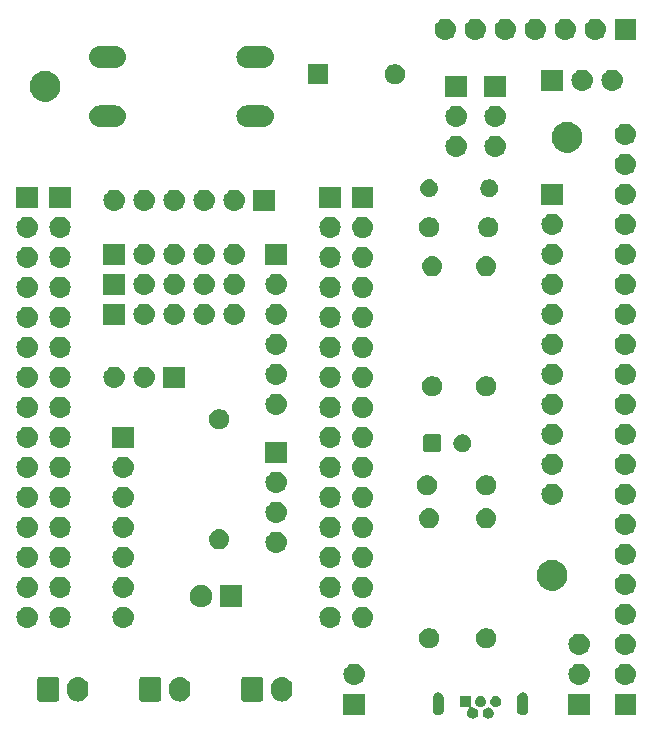
<source format=gbs>
G04 #@! TF.GenerationSoftware,KiCad,Pcbnew,(5.1.2)-1*
G04 #@! TF.CreationDate,2024-09-29T13:42:58+01:00*
G04 #@! TF.ProjectId,ESP8266_PCB01,45535038-3236-4365-9f50-434230312e6b,rev?*
G04 #@! TF.SameCoordinates,Original*
G04 #@! TF.FileFunction,Soldermask,Bot*
G04 #@! TF.FilePolarity,Negative*
%FSLAX46Y46*%
G04 Gerber Fmt 4.6, Leading zero omitted, Abs format (unit mm)*
G04 Created by KiCad (PCBNEW (5.1.2)-1) date 2024-09-29 13:42:58*
%MOMM*%
%LPD*%
G04 APERTURE LIST*
%ADD10C,0.150000*%
G04 APERTURE END LIST*
D10*
G36*
X138201054Y-107729067D02*
G01*
X138231386Y-107735100D01*
X138317102Y-107770605D01*
X138394245Y-107822150D01*
X138459850Y-107887755D01*
X138511395Y-107964898D01*
X138546900Y-108050614D01*
X138565000Y-108141611D01*
X138565000Y-108234389D01*
X138546900Y-108325386D01*
X138511395Y-108411102D01*
X138459850Y-108488245D01*
X138394245Y-108553850D01*
X138317102Y-108605395D01*
X138231386Y-108640900D01*
X138201054Y-108646933D01*
X138140391Y-108659000D01*
X138047609Y-108659000D01*
X137986946Y-108646933D01*
X137956614Y-108640900D01*
X137870898Y-108605395D01*
X137793755Y-108553850D01*
X137728150Y-108488245D01*
X137676605Y-108411102D01*
X137641100Y-108325386D01*
X137623000Y-108234389D01*
X137623000Y-108141611D01*
X137641100Y-108050614D01*
X137676605Y-107964898D01*
X137728150Y-107887755D01*
X137793755Y-107822150D01*
X137870898Y-107770605D01*
X137956614Y-107735100D01*
X137986946Y-107729067D01*
X138047609Y-107717000D01*
X138140391Y-107717000D01*
X138201054Y-107729067D01*
X138201054Y-107729067D01*
G37*
G36*
X136615000Y-107592001D02*
G01*
X136617402Y-107616387D01*
X136624515Y-107639836D01*
X136636066Y-107661447D01*
X136651611Y-107680389D01*
X136670553Y-107695934D01*
X136692164Y-107707485D01*
X136715613Y-107714598D01*
X136739999Y-107717000D01*
X136840391Y-107717000D01*
X136901054Y-107729067D01*
X136931386Y-107735100D01*
X137017102Y-107770605D01*
X137094245Y-107822150D01*
X137159850Y-107887755D01*
X137211395Y-107964898D01*
X137246900Y-108050614D01*
X137265000Y-108141611D01*
X137265000Y-108234389D01*
X137246900Y-108325386D01*
X137211395Y-108411102D01*
X137159850Y-108488245D01*
X137094245Y-108553850D01*
X137017102Y-108605395D01*
X136931386Y-108640900D01*
X136901054Y-108646933D01*
X136840391Y-108659000D01*
X136747609Y-108659000D01*
X136686946Y-108646933D01*
X136656614Y-108640900D01*
X136570898Y-108605395D01*
X136493755Y-108553850D01*
X136428150Y-108488245D01*
X136376605Y-108411102D01*
X136341100Y-108325386D01*
X136323000Y-108234389D01*
X136323000Y-108141611D01*
X136341100Y-108050614D01*
X136376605Y-107964898D01*
X136428150Y-107887755D01*
X136443524Y-107872381D01*
X136459064Y-107853445D01*
X136470615Y-107831834D01*
X136477728Y-107808385D01*
X136480130Y-107783999D01*
X136477728Y-107759613D01*
X136470615Y-107736164D01*
X136459064Y-107714553D01*
X136443519Y-107695611D01*
X136424577Y-107680066D01*
X136402966Y-107668515D01*
X136379517Y-107661402D01*
X136355131Y-107659000D01*
X135673000Y-107659000D01*
X135673000Y-106717000D01*
X136615000Y-106717000D01*
X136615000Y-107592001D01*
X136615000Y-107592001D01*
G37*
G36*
X141112311Y-106438887D02*
G01*
X141202038Y-106466106D01*
X141284731Y-106510306D01*
X141357211Y-106569789D01*
X141416694Y-106642269D01*
X141460894Y-106724961D01*
X141488113Y-106814688D01*
X141495000Y-106884616D01*
X141495000Y-107931384D01*
X141488113Y-108001312D01*
X141460894Y-108091039D01*
X141416694Y-108173731D01*
X141357211Y-108246211D01*
X141284731Y-108305694D01*
X141202039Y-108349894D01*
X141112312Y-108377113D01*
X141019000Y-108386303D01*
X140925689Y-108377113D01*
X140835962Y-108349894D01*
X140753270Y-108305694D01*
X140680790Y-108246211D01*
X140621307Y-108173731D01*
X140577107Y-108091039D01*
X140549888Y-108001312D01*
X140543001Y-107931384D01*
X140543000Y-106884617D01*
X140549887Y-106814689D01*
X140577106Y-106724962D01*
X140621306Y-106642269D01*
X140680789Y-106569789D01*
X140753269Y-106510306D01*
X140835961Y-106466106D01*
X140925688Y-106438887D01*
X141019000Y-106429697D01*
X141112311Y-106438887D01*
X141112311Y-106438887D01*
G37*
G36*
X133962311Y-106438887D02*
G01*
X134052038Y-106466106D01*
X134134731Y-106510306D01*
X134207211Y-106569789D01*
X134266694Y-106642269D01*
X134310894Y-106724961D01*
X134338113Y-106814688D01*
X134345000Y-106884616D01*
X134345000Y-107931384D01*
X134338113Y-108001312D01*
X134310894Y-108091039D01*
X134266694Y-108173731D01*
X134207211Y-108246211D01*
X134134731Y-108305694D01*
X134052039Y-108349894D01*
X133962312Y-108377113D01*
X133869000Y-108386303D01*
X133775689Y-108377113D01*
X133685962Y-108349894D01*
X133603270Y-108305694D01*
X133530790Y-108246211D01*
X133471307Y-108173731D01*
X133427107Y-108091039D01*
X133399888Y-108001312D01*
X133393001Y-107931384D01*
X133393000Y-106884617D01*
X133399887Y-106814689D01*
X133427106Y-106724962D01*
X133471306Y-106642269D01*
X133530789Y-106569789D01*
X133603269Y-106510306D01*
X133685961Y-106466106D01*
X133775688Y-106438887D01*
X133869000Y-106429697D01*
X133962311Y-106438887D01*
X133962311Y-106438887D01*
G37*
G36*
X150603000Y-108343000D02*
G01*
X148801000Y-108343000D01*
X148801000Y-106541000D01*
X150603000Y-106541000D01*
X150603000Y-108343000D01*
X150603000Y-108343000D01*
G37*
G36*
X127647000Y-108343000D02*
G01*
X125845000Y-108343000D01*
X125845000Y-106541000D01*
X127647000Y-106541000D01*
X127647000Y-108343000D01*
X127647000Y-108343000D01*
G37*
G36*
X146697000Y-108343000D02*
G01*
X144895000Y-108343000D01*
X144895000Y-106541000D01*
X146697000Y-106541000D01*
X146697000Y-108343000D01*
X146697000Y-108343000D01*
G37*
G36*
X138830403Y-106724959D02*
G01*
X138881386Y-106735100D01*
X138967102Y-106770605D01*
X139044245Y-106822150D01*
X139109850Y-106887755D01*
X139161395Y-106964898D01*
X139196900Y-107050614D01*
X139215000Y-107141611D01*
X139215000Y-107234389D01*
X139196900Y-107325386D01*
X139161395Y-107411102D01*
X139109850Y-107488245D01*
X139044245Y-107553850D01*
X138967102Y-107605395D01*
X138881386Y-107640900D01*
X138851054Y-107646933D01*
X138790391Y-107659000D01*
X138697609Y-107659000D01*
X138636946Y-107646933D01*
X138606614Y-107640900D01*
X138520898Y-107605395D01*
X138443755Y-107553850D01*
X138378150Y-107488245D01*
X138326605Y-107411102D01*
X138291100Y-107325386D01*
X138273000Y-107234389D01*
X138273000Y-107141611D01*
X138291100Y-107050614D01*
X138326605Y-106964898D01*
X138378150Y-106887755D01*
X138443755Y-106822150D01*
X138520898Y-106770605D01*
X138606614Y-106735100D01*
X138657597Y-106724959D01*
X138697609Y-106717000D01*
X138790391Y-106717000D01*
X138830403Y-106724959D01*
X138830403Y-106724959D01*
G37*
G36*
X137530403Y-106724959D02*
G01*
X137581386Y-106735100D01*
X137667102Y-106770605D01*
X137744245Y-106822150D01*
X137809850Y-106887755D01*
X137861395Y-106964898D01*
X137896900Y-107050614D01*
X137915000Y-107141611D01*
X137915000Y-107234389D01*
X137896900Y-107325386D01*
X137861395Y-107411102D01*
X137809850Y-107488245D01*
X137744245Y-107553850D01*
X137667102Y-107605395D01*
X137581386Y-107640900D01*
X137551054Y-107646933D01*
X137490391Y-107659000D01*
X137397609Y-107659000D01*
X137336946Y-107646933D01*
X137306614Y-107640900D01*
X137220898Y-107605395D01*
X137143755Y-107553850D01*
X137078150Y-107488245D01*
X137026605Y-107411102D01*
X136991100Y-107325386D01*
X136973000Y-107234389D01*
X136973000Y-107141611D01*
X136991100Y-107050614D01*
X137026605Y-106964898D01*
X137078150Y-106887755D01*
X137143755Y-106822150D01*
X137220898Y-106770605D01*
X137306614Y-106735100D01*
X137357597Y-106724959D01*
X137397609Y-106717000D01*
X137490391Y-106717000D01*
X137530403Y-106724959D01*
X137530403Y-106724959D01*
G37*
G36*
X112150626Y-105134037D02*
G01*
X112320465Y-105185557D01*
X112320467Y-105185558D01*
X112476989Y-105269221D01*
X112614186Y-105381814D01*
X112697448Y-105483271D01*
X112726778Y-105519009D01*
X112810443Y-105675534D01*
X112861963Y-105845373D01*
X112875000Y-105977742D01*
X112875000Y-106366257D01*
X112861963Y-106498626D01*
X112810443Y-106668466D01*
X112726778Y-106824991D01*
X112697448Y-106860729D01*
X112614186Y-106962186D01*
X112519250Y-107040097D01*
X112476991Y-107074778D01*
X112320466Y-107158443D01*
X112150627Y-107209963D01*
X111974000Y-107227359D01*
X111797374Y-107209963D01*
X111627535Y-107158443D01*
X111471010Y-107074778D01*
X111333815Y-106962185D01*
X111221222Y-106824991D01*
X111137557Y-106668466D01*
X111086037Y-106498627D01*
X111073000Y-106366258D01*
X111073000Y-105977743D01*
X111086037Y-105845374D01*
X111137557Y-105675535D01*
X111208834Y-105542186D01*
X111221221Y-105519011D01*
X111333814Y-105381814D01*
X111435271Y-105298552D01*
X111471009Y-105269222D01*
X111627534Y-105185557D01*
X111797373Y-105134037D01*
X111974000Y-105116641D01*
X112150626Y-105134037D01*
X112150626Y-105134037D01*
G37*
G36*
X103514626Y-105134037D02*
G01*
X103684465Y-105185557D01*
X103684467Y-105185558D01*
X103840989Y-105269221D01*
X103978186Y-105381814D01*
X104061448Y-105483271D01*
X104090778Y-105519009D01*
X104174443Y-105675534D01*
X104225963Y-105845373D01*
X104239000Y-105977742D01*
X104239000Y-106366257D01*
X104225963Y-106498626D01*
X104174443Y-106668466D01*
X104090778Y-106824991D01*
X104061448Y-106860729D01*
X103978186Y-106962186D01*
X103883250Y-107040097D01*
X103840991Y-107074778D01*
X103684466Y-107158443D01*
X103514627Y-107209963D01*
X103338000Y-107227359D01*
X103161374Y-107209963D01*
X102991535Y-107158443D01*
X102835010Y-107074778D01*
X102697815Y-106962185D01*
X102585222Y-106824991D01*
X102501557Y-106668466D01*
X102450037Y-106498627D01*
X102437000Y-106366258D01*
X102437000Y-105977743D01*
X102450037Y-105845374D01*
X102501557Y-105675535D01*
X102572834Y-105542186D01*
X102585221Y-105519011D01*
X102697814Y-105381814D01*
X102799271Y-105298552D01*
X102835009Y-105269222D01*
X102991534Y-105185557D01*
X103161373Y-105134037D01*
X103338000Y-105116641D01*
X103514626Y-105134037D01*
X103514626Y-105134037D01*
G37*
G36*
X120786626Y-105134037D02*
G01*
X120956465Y-105185557D01*
X120956467Y-105185558D01*
X121112989Y-105269221D01*
X121250186Y-105381814D01*
X121333448Y-105483271D01*
X121362778Y-105519009D01*
X121446443Y-105675534D01*
X121497963Y-105845373D01*
X121511000Y-105977742D01*
X121511000Y-106366257D01*
X121497963Y-106498626D01*
X121446443Y-106668466D01*
X121362778Y-106824991D01*
X121333448Y-106860729D01*
X121250186Y-106962186D01*
X121155250Y-107040097D01*
X121112991Y-107074778D01*
X120956466Y-107158443D01*
X120786627Y-107209963D01*
X120610000Y-107227359D01*
X120433374Y-107209963D01*
X120263535Y-107158443D01*
X120107010Y-107074778D01*
X119969815Y-106962185D01*
X119857222Y-106824991D01*
X119773557Y-106668466D01*
X119722037Y-106498627D01*
X119709000Y-106366258D01*
X119709000Y-105977743D01*
X119722037Y-105845374D01*
X119773557Y-105675535D01*
X119844834Y-105542186D01*
X119857221Y-105519011D01*
X119969814Y-105381814D01*
X120071271Y-105298552D01*
X120107009Y-105269222D01*
X120263534Y-105185557D01*
X120433373Y-105134037D01*
X120610000Y-105116641D01*
X120786626Y-105134037D01*
X120786626Y-105134037D01*
G37*
G36*
X101596600Y-105124989D02*
G01*
X101629652Y-105135015D01*
X101660103Y-105151292D01*
X101686799Y-105173201D01*
X101708708Y-105199897D01*
X101724985Y-105230348D01*
X101735011Y-105263400D01*
X101739000Y-105303903D01*
X101739000Y-107040097D01*
X101735011Y-107080600D01*
X101724985Y-107113652D01*
X101708708Y-107144103D01*
X101686799Y-107170799D01*
X101660103Y-107192708D01*
X101629652Y-107208985D01*
X101596600Y-107219011D01*
X101556097Y-107223000D01*
X100119903Y-107223000D01*
X100079400Y-107219011D01*
X100046348Y-107208985D01*
X100015897Y-107192708D01*
X99989201Y-107170799D01*
X99967292Y-107144103D01*
X99951015Y-107113652D01*
X99940989Y-107080600D01*
X99937000Y-107040097D01*
X99937000Y-105303903D01*
X99940989Y-105263400D01*
X99951015Y-105230348D01*
X99967292Y-105199897D01*
X99989201Y-105173201D01*
X100015897Y-105151292D01*
X100046348Y-105135015D01*
X100079400Y-105124989D01*
X100119903Y-105121000D01*
X101556097Y-105121000D01*
X101596600Y-105124989D01*
X101596600Y-105124989D01*
G37*
G36*
X118868600Y-105124989D02*
G01*
X118901652Y-105135015D01*
X118932103Y-105151292D01*
X118958799Y-105173201D01*
X118980708Y-105199897D01*
X118996985Y-105230348D01*
X119007011Y-105263400D01*
X119011000Y-105303903D01*
X119011000Y-107040097D01*
X119007011Y-107080600D01*
X118996985Y-107113652D01*
X118980708Y-107144103D01*
X118958799Y-107170799D01*
X118932103Y-107192708D01*
X118901652Y-107208985D01*
X118868600Y-107219011D01*
X118828097Y-107223000D01*
X117391903Y-107223000D01*
X117351400Y-107219011D01*
X117318348Y-107208985D01*
X117287897Y-107192708D01*
X117261201Y-107170799D01*
X117239292Y-107144103D01*
X117223015Y-107113652D01*
X117212989Y-107080600D01*
X117209000Y-107040097D01*
X117209000Y-105303903D01*
X117212989Y-105263400D01*
X117223015Y-105230348D01*
X117239292Y-105199897D01*
X117261201Y-105173201D01*
X117287897Y-105151292D01*
X117318348Y-105135015D01*
X117351400Y-105124989D01*
X117391903Y-105121000D01*
X118828097Y-105121000D01*
X118868600Y-105124989D01*
X118868600Y-105124989D01*
G37*
G36*
X110232600Y-105124989D02*
G01*
X110265652Y-105135015D01*
X110296103Y-105151292D01*
X110322799Y-105173201D01*
X110344708Y-105199897D01*
X110360985Y-105230348D01*
X110371011Y-105263400D01*
X110375000Y-105303903D01*
X110375000Y-107040097D01*
X110371011Y-107080600D01*
X110360985Y-107113652D01*
X110344708Y-107144103D01*
X110322799Y-107170799D01*
X110296103Y-107192708D01*
X110265652Y-107208985D01*
X110232600Y-107219011D01*
X110192097Y-107223000D01*
X108755903Y-107223000D01*
X108715400Y-107219011D01*
X108682348Y-107208985D01*
X108651897Y-107192708D01*
X108625201Y-107170799D01*
X108603292Y-107144103D01*
X108587015Y-107113652D01*
X108576989Y-107080600D01*
X108573000Y-107040097D01*
X108573000Y-105303903D01*
X108576989Y-105263400D01*
X108587015Y-105230348D01*
X108603292Y-105199897D01*
X108625201Y-105173201D01*
X108651897Y-105151292D01*
X108682348Y-105135015D01*
X108715400Y-105124989D01*
X108755903Y-105121000D01*
X110192097Y-105121000D01*
X110232600Y-105124989D01*
X110232600Y-105124989D01*
G37*
G36*
X126856443Y-104007519D02*
G01*
X126922627Y-104014037D01*
X127092466Y-104065557D01*
X127248991Y-104149222D01*
X127284729Y-104178552D01*
X127386186Y-104261814D01*
X127469448Y-104363271D01*
X127498778Y-104399009D01*
X127582443Y-104555534D01*
X127633963Y-104725373D01*
X127651359Y-104902000D01*
X127633963Y-105078627D01*
X127582443Y-105248466D01*
X127498778Y-105404991D01*
X127469448Y-105440729D01*
X127386186Y-105542186D01*
X127284729Y-105625448D01*
X127248991Y-105654778D01*
X127092466Y-105738443D01*
X126922627Y-105789963D01*
X126856442Y-105796482D01*
X126790260Y-105803000D01*
X126701740Y-105803000D01*
X126635558Y-105796482D01*
X126569373Y-105789963D01*
X126399534Y-105738443D01*
X126243009Y-105654778D01*
X126207271Y-105625448D01*
X126105814Y-105542186D01*
X126022552Y-105440729D01*
X125993222Y-105404991D01*
X125909557Y-105248466D01*
X125858037Y-105078627D01*
X125840641Y-104902000D01*
X125858037Y-104725373D01*
X125909557Y-104555534D01*
X125993222Y-104399009D01*
X126022552Y-104363271D01*
X126105814Y-104261814D01*
X126207271Y-104178552D01*
X126243009Y-104149222D01*
X126399534Y-104065557D01*
X126569373Y-104014037D01*
X126635558Y-104007518D01*
X126701740Y-104001000D01*
X126790260Y-104001000D01*
X126856443Y-104007519D01*
X126856443Y-104007519D01*
G37*
G36*
X149812443Y-104007519D02*
G01*
X149878627Y-104014037D01*
X150048466Y-104065557D01*
X150204991Y-104149222D01*
X150240729Y-104178552D01*
X150342186Y-104261814D01*
X150425448Y-104363271D01*
X150454778Y-104399009D01*
X150538443Y-104555534D01*
X150589963Y-104725373D01*
X150607359Y-104902000D01*
X150589963Y-105078627D01*
X150538443Y-105248466D01*
X150454778Y-105404991D01*
X150425448Y-105440729D01*
X150342186Y-105542186D01*
X150240729Y-105625448D01*
X150204991Y-105654778D01*
X150048466Y-105738443D01*
X149878627Y-105789963D01*
X149812442Y-105796482D01*
X149746260Y-105803000D01*
X149657740Y-105803000D01*
X149591558Y-105796482D01*
X149525373Y-105789963D01*
X149355534Y-105738443D01*
X149199009Y-105654778D01*
X149163271Y-105625448D01*
X149061814Y-105542186D01*
X148978552Y-105440729D01*
X148949222Y-105404991D01*
X148865557Y-105248466D01*
X148814037Y-105078627D01*
X148796641Y-104902000D01*
X148814037Y-104725373D01*
X148865557Y-104555534D01*
X148949222Y-104399009D01*
X148978552Y-104363271D01*
X149061814Y-104261814D01*
X149163271Y-104178552D01*
X149199009Y-104149222D01*
X149355534Y-104065557D01*
X149525373Y-104014037D01*
X149591558Y-104007518D01*
X149657740Y-104001000D01*
X149746260Y-104001000D01*
X149812443Y-104007519D01*
X149812443Y-104007519D01*
G37*
G36*
X145906443Y-104007519D02*
G01*
X145972627Y-104014037D01*
X146142466Y-104065557D01*
X146298991Y-104149222D01*
X146334729Y-104178552D01*
X146436186Y-104261814D01*
X146519448Y-104363271D01*
X146548778Y-104399009D01*
X146632443Y-104555534D01*
X146683963Y-104725373D01*
X146701359Y-104902000D01*
X146683963Y-105078627D01*
X146632443Y-105248466D01*
X146548778Y-105404991D01*
X146519448Y-105440729D01*
X146436186Y-105542186D01*
X146334729Y-105625448D01*
X146298991Y-105654778D01*
X146142466Y-105738443D01*
X145972627Y-105789963D01*
X145906442Y-105796482D01*
X145840260Y-105803000D01*
X145751740Y-105803000D01*
X145685558Y-105796482D01*
X145619373Y-105789963D01*
X145449534Y-105738443D01*
X145293009Y-105654778D01*
X145257271Y-105625448D01*
X145155814Y-105542186D01*
X145072552Y-105440729D01*
X145043222Y-105404991D01*
X144959557Y-105248466D01*
X144908037Y-105078627D01*
X144890641Y-104902000D01*
X144908037Y-104725373D01*
X144959557Y-104555534D01*
X145043222Y-104399009D01*
X145072552Y-104363271D01*
X145155814Y-104261814D01*
X145257271Y-104178552D01*
X145293009Y-104149222D01*
X145449534Y-104065557D01*
X145619373Y-104014037D01*
X145685558Y-104007518D01*
X145751740Y-104001000D01*
X145840260Y-104001000D01*
X145906443Y-104007519D01*
X145906443Y-104007519D01*
G37*
G36*
X145906442Y-101467518D02*
G01*
X145972627Y-101474037D01*
X146142466Y-101525557D01*
X146298991Y-101609222D01*
X146334729Y-101638552D01*
X146436186Y-101721814D01*
X146475882Y-101770185D01*
X146548778Y-101859009D01*
X146632443Y-102015534D01*
X146683963Y-102185373D01*
X146701359Y-102362000D01*
X146683963Y-102538627D01*
X146632443Y-102708466D01*
X146548778Y-102864991D01*
X146519448Y-102900729D01*
X146436186Y-103002186D01*
X146334729Y-103085448D01*
X146298991Y-103114778D01*
X146142466Y-103198443D01*
X145972627Y-103249963D01*
X145906442Y-103256482D01*
X145840260Y-103263000D01*
X145751740Y-103263000D01*
X145685558Y-103256482D01*
X145619373Y-103249963D01*
X145449534Y-103198443D01*
X145293009Y-103114778D01*
X145257271Y-103085448D01*
X145155814Y-103002186D01*
X145072552Y-102900729D01*
X145043222Y-102864991D01*
X144959557Y-102708466D01*
X144908037Y-102538627D01*
X144890641Y-102362000D01*
X144908037Y-102185373D01*
X144959557Y-102015534D01*
X145043222Y-101859009D01*
X145116118Y-101770185D01*
X145155814Y-101721814D01*
X145257271Y-101638552D01*
X145293009Y-101609222D01*
X145449534Y-101525557D01*
X145619373Y-101474037D01*
X145685558Y-101467518D01*
X145751740Y-101461000D01*
X145840260Y-101461000D01*
X145906442Y-101467518D01*
X145906442Y-101467518D01*
G37*
G36*
X149812442Y-101467518D02*
G01*
X149878627Y-101474037D01*
X150048466Y-101525557D01*
X150204991Y-101609222D01*
X150240729Y-101638552D01*
X150342186Y-101721814D01*
X150381882Y-101770185D01*
X150454778Y-101859009D01*
X150538443Y-102015534D01*
X150589963Y-102185373D01*
X150607359Y-102362000D01*
X150589963Y-102538627D01*
X150538443Y-102708466D01*
X150454778Y-102864991D01*
X150425448Y-102900729D01*
X150342186Y-103002186D01*
X150240729Y-103085448D01*
X150204991Y-103114778D01*
X150048466Y-103198443D01*
X149878627Y-103249963D01*
X149812442Y-103256482D01*
X149746260Y-103263000D01*
X149657740Y-103263000D01*
X149591558Y-103256482D01*
X149525373Y-103249963D01*
X149355534Y-103198443D01*
X149199009Y-103114778D01*
X149163271Y-103085448D01*
X149061814Y-103002186D01*
X148978552Y-102900729D01*
X148949222Y-102864991D01*
X148865557Y-102708466D01*
X148814037Y-102538627D01*
X148796641Y-102362000D01*
X148814037Y-102185373D01*
X148865557Y-102015534D01*
X148949222Y-101859009D01*
X149022118Y-101770185D01*
X149061814Y-101721814D01*
X149163271Y-101638552D01*
X149199009Y-101609222D01*
X149355534Y-101525557D01*
X149525373Y-101474037D01*
X149591558Y-101467518D01*
X149657740Y-101461000D01*
X149746260Y-101461000D01*
X149812442Y-101467518D01*
X149812442Y-101467518D01*
G37*
G36*
X133344228Y-101035703D02*
G01*
X133499100Y-101099853D01*
X133638481Y-101192985D01*
X133757015Y-101311519D01*
X133850147Y-101450900D01*
X133914297Y-101605772D01*
X133947000Y-101770184D01*
X133947000Y-101937816D01*
X133914297Y-102102228D01*
X133850147Y-102257100D01*
X133757015Y-102396481D01*
X133638481Y-102515015D01*
X133499100Y-102608147D01*
X133344228Y-102672297D01*
X133179816Y-102705000D01*
X133012184Y-102705000D01*
X132847772Y-102672297D01*
X132692900Y-102608147D01*
X132553519Y-102515015D01*
X132434985Y-102396481D01*
X132341853Y-102257100D01*
X132277703Y-102102228D01*
X132245000Y-101937816D01*
X132245000Y-101770184D01*
X132277703Y-101605772D01*
X132341853Y-101450900D01*
X132434985Y-101311519D01*
X132553519Y-101192985D01*
X132692900Y-101099853D01*
X132847772Y-101035703D01*
X133012184Y-101003000D01*
X133179816Y-101003000D01*
X133344228Y-101035703D01*
X133344228Y-101035703D01*
G37*
G36*
X138170228Y-101035703D02*
G01*
X138325100Y-101099853D01*
X138464481Y-101192985D01*
X138583015Y-101311519D01*
X138676147Y-101450900D01*
X138740297Y-101605772D01*
X138773000Y-101770184D01*
X138773000Y-101937816D01*
X138740297Y-102102228D01*
X138676147Y-102257100D01*
X138583015Y-102396481D01*
X138464481Y-102515015D01*
X138325100Y-102608147D01*
X138170228Y-102672297D01*
X138005816Y-102705000D01*
X137838184Y-102705000D01*
X137673772Y-102672297D01*
X137518900Y-102608147D01*
X137379519Y-102515015D01*
X137260985Y-102396481D01*
X137167853Y-102257100D01*
X137103703Y-102102228D01*
X137071000Y-101937816D01*
X137071000Y-101770184D01*
X137103703Y-101605772D01*
X137167853Y-101450900D01*
X137260985Y-101311519D01*
X137379519Y-101192985D01*
X137518900Y-101099853D01*
X137673772Y-101035703D01*
X137838184Y-101003000D01*
X138005816Y-101003000D01*
X138170228Y-101035703D01*
X138170228Y-101035703D01*
G37*
G36*
X124814442Y-99181518D02*
G01*
X124880627Y-99188037D01*
X125050466Y-99239557D01*
X125050468Y-99239558D01*
X125128728Y-99281389D01*
X125206991Y-99323222D01*
X125242729Y-99352552D01*
X125344186Y-99435814D01*
X125427448Y-99537271D01*
X125456778Y-99573009D01*
X125540443Y-99729534D01*
X125591963Y-99899373D01*
X125609359Y-100076000D01*
X125591963Y-100252627D01*
X125540443Y-100422466D01*
X125456778Y-100578991D01*
X125427448Y-100614729D01*
X125344186Y-100716186D01*
X125242729Y-100799448D01*
X125206991Y-100828778D01*
X125050466Y-100912443D01*
X124880627Y-100963963D01*
X124814442Y-100970482D01*
X124748260Y-100977000D01*
X124659740Y-100977000D01*
X124593558Y-100970482D01*
X124527373Y-100963963D01*
X124357534Y-100912443D01*
X124201009Y-100828778D01*
X124165271Y-100799448D01*
X124063814Y-100716186D01*
X123980552Y-100614729D01*
X123951222Y-100578991D01*
X123867557Y-100422466D01*
X123816037Y-100252627D01*
X123798641Y-100076000D01*
X123816037Y-99899373D01*
X123867557Y-99729534D01*
X123951222Y-99573009D01*
X123980552Y-99537271D01*
X124063814Y-99435814D01*
X124165271Y-99352552D01*
X124201009Y-99323222D01*
X124279272Y-99281389D01*
X124357532Y-99239558D01*
X124357534Y-99239557D01*
X124527373Y-99188037D01*
X124593558Y-99181518D01*
X124659740Y-99175000D01*
X124748260Y-99175000D01*
X124814442Y-99181518D01*
X124814442Y-99181518D01*
G37*
G36*
X101954442Y-99181518D02*
G01*
X102020627Y-99188037D01*
X102190466Y-99239557D01*
X102190468Y-99239558D01*
X102268728Y-99281389D01*
X102346991Y-99323222D01*
X102382729Y-99352552D01*
X102484186Y-99435814D01*
X102567448Y-99537271D01*
X102596778Y-99573009D01*
X102680443Y-99729534D01*
X102731963Y-99899373D01*
X102749359Y-100076000D01*
X102731963Y-100252627D01*
X102680443Y-100422466D01*
X102596778Y-100578991D01*
X102567448Y-100614729D01*
X102484186Y-100716186D01*
X102382729Y-100799448D01*
X102346991Y-100828778D01*
X102190466Y-100912443D01*
X102020627Y-100963963D01*
X101954442Y-100970482D01*
X101888260Y-100977000D01*
X101799740Y-100977000D01*
X101733558Y-100970482D01*
X101667373Y-100963963D01*
X101497534Y-100912443D01*
X101341009Y-100828778D01*
X101305271Y-100799448D01*
X101203814Y-100716186D01*
X101120552Y-100614729D01*
X101091222Y-100578991D01*
X101007557Y-100422466D01*
X100956037Y-100252627D01*
X100938641Y-100076000D01*
X100956037Y-99899373D01*
X101007557Y-99729534D01*
X101091222Y-99573009D01*
X101120552Y-99537271D01*
X101203814Y-99435814D01*
X101305271Y-99352552D01*
X101341009Y-99323222D01*
X101419272Y-99281389D01*
X101497532Y-99239558D01*
X101497534Y-99239557D01*
X101667373Y-99188037D01*
X101733558Y-99181518D01*
X101799740Y-99175000D01*
X101888260Y-99175000D01*
X101954442Y-99181518D01*
X101954442Y-99181518D01*
G37*
G36*
X107298442Y-99181518D02*
G01*
X107364627Y-99188037D01*
X107534466Y-99239557D01*
X107534468Y-99239558D01*
X107612728Y-99281389D01*
X107690991Y-99323222D01*
X107726729Y-99352552D01*
X107828186Y-99435814D01*
X107911448Y-99537271D01*
X107940778Y-99573009D01*
X108024443Y-99729534D01*
X108075963Y-99899373D01*
X108093359Y-100076000D01*
X108075963Y-100252627D01*
X108024443Y-100422466D01*
X107940778Y-100578991D01*
X107911448Y-100614729D01*
X107828186Y-100716186D01*
X107726729Y-100799448D01*
X107690991Y-100828778D01*
X107534466Y-100912443D01*
X107364627Y-100963963D01*
X107298442Y-100970482D01*
X107232260Y-100977000D01*
X107143740Y-100977000D01*
X107077558Y-100970482D01*
X107011373Y-100963963D01*
X106841534Y-100912443D01*
X106685009Y-100828778D01*
X106649271Y-100799448D01*
X106547814Y-100716186D01*
X106464552Y-100614729D01*
X106435222Y-100578991D01*
X106351557Y-100422466D01*
X106300037Y-100252627D01*
X106282641Y-100076000D01*
X106300037Y-99899373D01*
X106351557Y-99729534D01*
X106435222Y-99573009D01*
X106464552Y-99537271D01*
X106547814Y-99435814D01*
X106649271Y-99352552D01*
X106685009Y-99323222D01*
X106763272Y-99281389D01*
X106841532Y-99239558D01*
X106841534Y-99239557D01*
X107011373Y-99188037D01*
X107077558Y-99181518D01*
X107143740Y-99175000D01*
X107232260Y-99175000D01*
X107298442Y-99181518D01*
X107298442Y-99181518D01*
G37*
G36*
X99170442Y-99181518D02*
G01*
X99236627Y-99188037D01*
X99406466Y-99239557D01*
X99406468Y-99239558D01*
X99484728Y-99281389D01*
X99562991Y-99323222D01*
X99598729Y-99352552D01*
X99700186Y-99435814D01*
X99783448Y-99537271D01*
X99812778Y-99573009D01*
X99896443Y-99729534D01*
X99947963Y-99899373D01*
X99965359Y-100076000D01*
X99947963Y-100252627D01*
X99896443Y-100422466D01*
X99812778Y-100578991D01*
X99783448Y-100614729D01*
X99700186Y-100716186D01*
X99598729Y-100799448D01*
X99562991Y-100828778D01*
X99406466Y-100912443D01*
X99236627Y-100963963D01*
X99170442Y-100970482D01*
X99104260Y-100977000D01*
X99015740Y-100977000D01*
X98949558Y-100970482D01*
X98883373Y-100963963D01*
X98713534Y-100912443D01*
X98557009Y-100828778D01*
X98521271Y-100799448D01*
X98419814Y-100716186D01*
X98336552Y-100614729D01*
X98307222Y-100578991D01*
X98223557Y-100422466D01*
X98172037Y-100252627D01*
X98154641Y-100076000D01*
X98172037Y-99899373D01*
X98223557Y-99729534D01*
X98307222Y-99573009D01*
X98336552Y-99537271D01*
X98419814Y-99435814D01*
X98521271Y-99352552D01*
X98557009Y-99323222D01*
X98635272Y-99281389D01*
X98713532Y-99239558D01*
X98713534Y-99239557D01*
X98883373Y-99188037D01*
X98949558Y-99181518D01*
X99015740Y-99175000D01*
X99104260Y-99175000D01*
X99170442Y-99181518D01*
X99170442Y-99181518D01*
G37*
G36*
X127560442Y-99181518D02*
G01*
X127626627Y-99188037D01*
X127796466Y-99239557D01*
X127796468Y-99239558D01*
X127874728Y-99281389D01*
X127952991Y-99323222D01*
X127988729Y-99352552D01*
X128090186Y-99435814D01*
X128173448Y-99537271D01*
X128202778Y-99573009D01*
X128286443Y-99729534D01*
X128337963Y-99899373D01*
X128355359Y-100076000D01*
X128337963Y-100252627D01*
X128286443Y-100422466D01*
X128202778Y-100578991D01*
X128173448Y-100614729D01*
X128090186Y-100716186D01*
X127988729Y-100799448D01*
X127952991Y-100828778D01*
X127796466Y-100912443D01*
X127626627Y-100963963D01*
X127560442Y-100970482D01*
X127494260Y-100977000D01*
X127405740Y-100977000D01*
X127339558Y-100970482D01*
X127273373Y-100963963D01*
X127103534Y-100912443D01*
X126947009Y-100828778D01*
X126911271Y-100799448D01*
X126809814Y-100716186D01*
X126726552Y-100614729D01*
X126697222Y-100578991D01*
X126613557Y-100422466D01*
X126562037Y-100252627D01*
X126544641Y-100076000D01*
X126562037Y-99899373D01*
X126613557Y-99729534D01*
X126697222Y-99573009D01*
X126726552Y-99537271D01*
X126809814Y-99435814D01*
X126911271Y-99352552D01*
X126947009Y-99323222D01*
X127025272Y-99281389D01*
X127103532Y-99239558D01*
X127103534Y-99239557D01*
X127273373Y-99188037D01*
X127339558Y-99181518D01*
X127405740Y-99175000D01*
X127494260Y-99175000D01*
X127560442Y-99181518D01*
X127560442Y-99181518D01*
G37*
G36*
X149812442Y-98927518D02*
G01*
X149878627Y-98934037D01*
X150048466Y-98985557D01*
X150204991Y-99069222D01*
X150240729Y-99098552D01*
X150342186Y-99181814D01*
X150397323Y-99249000D01*
X150454778Y-99319009D01*
X150538443Y-99475534D01*
X150589963Y-99645373D01*
X150607359Y-99822000D01*
X150589963Y-99998627D01*
X150538443Y-100168466D01*
X150454778Y-100324991D01*
X150425448Y-100360729D01*
X150342186Y-100462186D01*
X150240729Y-100545448D01*
X150204991Y-100574778D01*
X150048466Y-100658443D01*
X149878627Y-100709963D01*
X149815453Y-100716185D01*
X149746260Y-100723000D01*
X149657740Y-100723000D01*
X149588547Y-100716185D01*
X149525373Y-100709963D01*
X149355534Y-100658443D01*
X149199009Y-100574778D01*
X149163271Y-100545448D01*
X149061814Y-100462186D01*
X148978552Y-100360729D01*
X148949222Y-100324991D01*
X148865557Y-100168466D01*
X148814037Y-99998627D01*
X148796641Y-99822000D01*
X148814037Y-99645373D01*
X148865557Y-99475534D01*
X148949222Y-99319009D01*
X149006677Y-99249000D01*
X149061814Y-99181814D01*
X149163271Y-99098552D01*
X149199009Y-99069222D01*
X149355534Y-98985557D01*
X149525373Y-98934037D01*
X149591557Y-98927519D01*
X149657740Y-98921000D01*
X149746260Y-98921000D01*
X149812442Y-98927518D01*
X149812442Y-98927518D01*
G37*
G36*
X117283000Y-99249000D02*
G01*
X115381000Y-99249000D01*
X115381000Y-97347000D01*
X117283000Y-97347000D01*
X117283000Y-99249000D01*
X117283000Y-99249000D01*
G37*
G36*
X114069395Y-97383546D02*
G01*
X114242466Y-97455234D01*
X114242467Y-97455235D01*
X114398227Y-97559310D01*
X114530690Y-97691773D01*
X114530691Y-97691775D01*
X114634766Y-97847534D01*
X114706454Y-98020605D01*
X114743000Y-98204333D01*
X114743000Y-98391667D01*
X114706454Y-98575395D01*
X114634766Y-98748466D01*
X114634765Y-98748467D01*
X114530690Y-98904227D01*
X114398227Y-99036690D01*
X114349539Y-99069222D01*
X114242466Y-99140766D01*
X114069395Y-99212454D01*
X113885667Y-99249000D01*
X113698333Y-99249000D01*
X113514605Y-99212454D01*
X113341534Y-99140766D01*
X113234461Y-99069222D01*
X113185773Y-99036690D01*
X113053310Y-98904227D01*
X112949235Y-98748467D01*
X112949234Y-98748466D01*
X112877546Y-98575395D01*
X112841000Y-98391667D01*
X112841000Y-98204333D01*
X112877546Y-98020605D01*
X112949234Y-97847534D01*
X113053309Y-97691775D01*
X113053310Y-97691773D01*
X113185773Y-97559310D01*
X113341533Y-97455235D01*
X113341534Y-97455234D01*
X113514605Y-97383546D01*
X113698333Y-97347000D01*
X113885667Y-97347000D01*
X114069395Y-97383546D01*
X114069395Y-97383546D01*
G37*
G36*
X127560442Y-96641518D02*
G01*
X127626627Y-96648037D01*
X127796466Y-96699557D01*
X127952991Y-96783222D01*
X127988729Y-96812552D01*
X128090186Y-96895814D01*
X128173448Y-96997271D01*
X128202778Y-97033009D01*
X128202779Y-97033011D01*
X128257964Y-97136253D01*
X128286443Y-97189534D01*
X128337963Y-97359373D01*
X128355359Y-97536000D01*
X128337963Y-97712627D01*
X128286443Y-97882466D01*
X128202778Y-98038991D01*
X128173448Y-98074729D01*
X128090186Y-98176186D01*
X127988729Y-98259448D01*
X127952991Y-98288778D01*
X127796466Y-98372443D01*
X127626627Y-98423963D01*
X127560443Y-98430481D01*
X127494260Y-98437000D01*
X127405740Y-98437000D01*
X127339558Y-98430482D01*
X127273373Y-98423963D01*
X127103534Y-98372443D01*
X126947009Y-98288778D01*
X126911271Y-98259448D01*
X126809814Y-98176186D01*
X126726552Y-98074729D01*
X126697222Y-98038991D01*
X126613557Y-97882466D01*
X126562037Y-97712627D01*
X126544641Y-97536000D01*
X126562037Y-97359373D01*
X126613557Y-97189534D01*
X126642037Y-97136253D01*
X126697221Y-97033011D01*
X126697222Y-97033009D01*
X126726552Y-96997271D01*
X126809814Y-96895814D01*
X126911271Y-96812552D01*
X126947009Y-96783222D01*
X127103534Y-96699557D01*
X127273373Y-96648037D01*
X127339557Y-96641519D01*
X127405740Y-96635000D01*
X127494260Y-96635000D01*
X127560442Y-96641518D01*
X127560442Y-96641518D01*
G37*
G36*
X99170442Y-96641518D02*
G01*
X99236627Y-96648037D01*
X99406466Y-96699557D01*
X99562991Y-96783222D01*
X99598729Y-96812552D01*
X99700186Y-96895814D01*
X99783448Y-96997271D01*
X99812778Y-97033009D01*
X99812779Y-97033011D01*
X99867964Y-97136253D01*
X99896443Y-97189534D01*
X99947963Y-97359373D01*
X99965359Y-97536000D01*
X99947963Y-97712627D01*
X99896443Y-97882466D01*
X99812778Y-98038991D01*
X99783448Y-98074729D01*
X99700186Y-98176186D01*
X99598729Y-98259448D01*
X99562991Y-98288778D01*
X99406466Y-98372443D01*
X99236627Y-98423963D01*
X99170443Y-98430481D01*
X99104260Y-98437000D01*
X99015740Y-98437000D01*
X98949558Y-98430482D01*
X98883373Y-98423963D01*
X98713534Y-98372443D01*
X98557009Y-98288778D01*
X98521271Y-98259448D01*
X98419814Y-98176186D01*
X98336552Y-98074729D01*
X98307222Y-98038991D01*
X98223557Y-97882466D01*
X98172037Y-97712627D01*
X98154641Y-97536000D01*
X98172037Y-97359373D01*
X98223557Y-97189534D01*
X98252037Y-97136253D01*
X98307221Y-97033011D01*
X98307222Y-97033009D01*
X98336552Y-96997271D01*
X98419814Y-96895814D01*
X98521271Y-96812552D01*
X98557009Y-96783222D01*
X98713534Y-96699557D01*
X98883373Y-96648037D01*
X98949557Y-96641519D01*
X99015740Y-96635000D01*
X99104260Y-96635000D01*
X99170442Y-96641518D01*
X99170442Y-96641518D01*
G37*
G36*
X124814442Y-96641518D02*
G01*
X124880627Y-96648037D01*
X125050466Y-96699557D01*
X125206991Y-96783222D01*
X125242729Y-96812552D01*
X125344186Y-96895814D01*
X125427448Y-96997271D01*
X125456778Y-97033009D01*
X125456779Y-97033011D01*
X125511964Y-97136253D01*
X125540443Y-97189534D01*
X125591963Y-97359373D01*
X125609359Y-97536000D01*
X125591963Y-97712627D01*
X125540443Y-97882466D01*
X125456778Y-98038991D01*
X125427448Y-98074729D01*
X125344186Y-98176186D01*
X125242729Y-98259448D01*
X125206991Y-98288778D01*
X125050466Y-98372443D01*
X124880627Y-98423963D01*
X124814443Y-98430481D01*
X124748260Y-98437000D01*
X124659740Y-98437000D01*
X124593558Y-98430482D01*
X124527373Y-98423963D01*
X124357534Y-98372443D01*
X124201009Y-98288778D01*
X124165271Y-98259448D01*
X124063814Y-98176186D01*
X123980552Y-98074729D01*
X123951222Y-98038991D01*
X123867557Y-97882466D01*
X123816037Y-97712627D01*
X123798641Y-97536000D01*
X123816037Y-97359373D01*
X123867557Y-97189534D01*
X123896037Y-97136253D01*
X123951221Y-97033011D01*
X123951222Y-97033009D01*
X123980552Y-96997271D01*
X124063814Y-96895814D01*
X124165271Y-96812552D01*
X124201009Y-96783222D01*
X124357534Y-96699557D01*
X124527373Y-96648037D01*
X124593557Y-96641519D01*
X124659740Y-96635000D01*
X124748260Y-96635000D01*
X124814442Y-96641518D01*
X124814442Y-96641518D01*
G37*
G36*
X107298442Y-96641518D02*
G01*
X107364627Y-96648037D01*
X107534466Y-96699557D01*
X107690991Y-96783222D01*
X107726729Y-96812552D01*
X107828186Y-96895814D01*
X107911448Y-96997271D01*
X107940778Y-97033009D01*
X107940779Y-97033011D01*
X107995964Y-97136253D01*
X108024443Y-97189534D01*
X108075963Y-97359373D01*
X108093359Y-97536000D01*
X108075963Y-97712627D01*
X108024443Y-97882466D01*
X107940778Y-98038991D01*
X107911448Y-98074729D01*
X107828186Y-98176186D01*
X107726729Y-98259448D01*
X107690991Y-98288778D01*
X107534466Y-98372443D01*
X107364627Y-98423963D01*
X107298443Y-98430481D01*
X107232260Y-98437000D01*
X107143740Y-98437000D01*
X107077558Y-98430482D01*
X107011373Y-98423963D01*
X106841534Y-98372443D01*
X106685009Y-98288778D01*
X106649271Y-98259448D01*
X106547814Y-98176186D01*
X106464552Y-98074729D01*
X106435222Y-98038991D01*
X106351557Y-97882466D01*
X106300037Y-97712627D01*
X106282641Y-97536000D01*
X106300037Y-97359373D01*
X106351557Y-97189534D01*
X106380037Y-97136253D01*
X106435221Y-97033011D01*
X106435222Y-97033009D01*
X106464552Y-96997271D01*
X106547814Y-96895814D01*
X106649271Y-96812552D01*
X106685009Y-96783222D01*
X106841534Y-96699557D01*
X107011373Y-96648037D01*
X107077557Y-96641519D01*
X107143740Y-96635000D01*
X107232260Y-96635000D01*
X107298442Y-96641518D01*
X107298442Y-96641518D01*
G37*
G36*
X101954442Y-96641518D02*
G01*
X102020627Y-96648037D01*
X102190466Y-96699557D01*
X102346991Y-96783222D01*
X102382729Y-96812552D01*
X102484186Y-96895814D01*
X102567448Y-96997271D01*
X102596778Y-97033009D01*
X102596779Y-97033011D01*
X102651964Y-97136253D01*
X102680443Y-97189534D01*
X102731963Y-97359373D01*
X102749359Y-97536000D01*
X102731963Y-97712627D01*
X102680443Y-97882466D01*
X102596778Y-98038991D01*
X102567448Y-98074729D01*
X102484186Y-98176186D01*
X102382729Y-98259448D01*
X102346991Y-98288778D01*
X102190466Y-98372443D01*
X102020627Y-98423963D01*
X101954443Y-98430481D01*
X101888260Y-98437000D01*
X101799740Y-98437000D01*
X101733558Y-98430482D01*
X101667373Y-98423963D01*
X101497534Y-98372443D01*
X101341009Y-98288778D01*
X101305271Y-98259448D01*
X101203814Y-98176186D01*
X101120552Y-98074729D01*
X101091222Y-98038991D01*
X101007557Y-97882466D01*
X100956037Y-97712627D01*
X100938641Y-97536000D01*
X100956037Y-97359373D01*
X101007557Y-97189534D01*
X101036037Y-97136253D01*
X101091221Y-97033011D01*
X101091222Y-97033009D01*
X101120552Y-96997271D01*
X101203814Y-96895814D01*
X101305271Y-96812552D01*
X101341009Y-96783222D01*
X101497534Y-96699557D01*
X101667373Y-96648037D01*
X101733557Y-96641519D01*
X101799740Y-96635000D01*
X101888260Y-96635000D01*
X101954442Y-96641518D01*
X101954442Y-96641518D01*
G37*
G36*
X149812442Y-96387518D02*
G01*
X149878627Y-96394037D01*
X150048466Y-96445557D01*
X150204991Y-96529222D01*
X150240729Y-96558552D01*
X150342186Y-96641814D01*
X150425448Y-96743271D01*
X150454778Y-96779009D01*
X150538443Y-96935534D01*
X150589963Y-97105373D01*
X150607359Y-97282000D01*
X150589963Y-97458627D01*
X150538443Y-97628466D01*
X150454778Y-97784991D01*
X150425448Y-97820729D01*
X150342186Y-97922186D01*
X150240729Y-98005448D01*
X150204991Y-98034778D01*
X150048466Y-98118443D01*
X149878627Y-98169963D01*
X149815453Y-98176185D01*
X149746260Y-98183000D01*
X149657740Y-98183000D01*
X149588547Y-98176185D01*
X149525373Y-98169963D01*
X149355534Y-98118443D01*
X149199009Y-98034778D01*
X149163271Y-98005448D01*
X149061814Y-97922186D01*
X148978552Y-97820729D01*
X148949222Y-97784991D01*
X148865557Y-97628466D01*
X148814037Y-97458627D01*
X148796641Y-97282000D01*
X148814037Y-97105373D01*
X148865557Y-96935534D01*
X148949222Y-96779009D01*
X148978552Y-96743271D01*
X149061814Y-96641814D01*
X149163271Y-96558552D01*
X149199009Y-96529222D01*
X149355534Y-96445557D01*
X149525373Y-96394037D01*
X149591558Y-96387518D01*
X149657740Y-96381000D01*
X149746260Y-96381000D01*
X149812442Y-96387518D01*
X149812442Y-96387518D01*
G37*
G36*
X143889487Y-95268996D02*
G01*
X144126253Y-95367068D01*
X144126255Y-95367069D01*
X144339339Y-95509447D01*
X144520553Y-95690661D01*
X144615289Y-95832443D01*
X144662932Y-95903747D01*
X144761004Y-96140513D01*
X144811000Y-96391861D01*
X144811000Y-96648139D01*
X144761004Y-96899487D01*
X144705697Y-97033009D01*
X144662931Y-97136255D01*
X144520553Y-97349339D01*
X144339339Y-97530553D01*
X144126255Y-97672931D01*
X144126254Y-97672932D01*
X144126253Y-97672932D01*
X143889487Y-97771004D01*
X143638139Y-97821000D01*
X143381861Y-97821000D01*
X143130513Y-97771004D01*
X142893747Y-97672932D01*
X142893746Y-97672932D01*
X142893745Y-97672931D01*
X142680661Y-97530553D01*
X142499447Y-97349339D01*
X142357069Y-97136255D01*
X142314303Y-97033009D01*
X142258996Y-96899487D01*
X142209000Y-96648139D01*
X142209000Y-96391861D01*
X142258996Y-96140513D01*
X142357068Y-95903747D01*
X142404712Y-95832443D01*
X142499447Y-95690661D01*
X142680661Y-95509447D01*
X142893745Y-95367069D01*
X142893747Y-95367068D01*
X143130513Y-95268996D01*
X143381861Y-95219000D01*
X143638139Y-95219000D01*
X143889487Y-95268996D01*
X143889487Y-95268996D01*
G37*
G36*
X107298442Y-94101518D02*
G01*
X107364627Y-94108037D01*
X107534466Y-94159557D01*
X107690991Y-94243222D01*
X107713901Y-94262024D01*
X107828186Y-94355814D01*
X107911448Y-94457271D01*
X107940778Y-94493009D01*
X108024443Y-94649534D01*
X108075963Y-94819373D01*
X108093359Y-94996000D01*
X108075963Y-95172627D01*
X108024443Y-95342466D01*
X107940778Y-95498991D01*
X107911448Y-95534729D01*
X107828186Y-95636186D01*
X107726729Y-95719448D01*
X107690991Y-95748778D01*
X107534466Y-95832443D01*
X107364627Y-95883963D01*
X107298442Y-95890482D01*
X107232260Y-95897000D01*
X107143740Y-95897000D01*
X107077557Y-95890481D01*
X107011373Y-95883963D01*
X106841534Y-95832443D01*
X106685009Y-95748778D01*
X106649271Y-95719448D01*
X106547814Y-95636186D01*
X106464552Y-95534729D01*
X106435222Y-95498991D01*
X106351557Y-95342466D01*
X106300037Y-95172627D01*
X106282641Y-94996000D01*
X106300037Y-94819373D01*
X106351557Y-94649534D01*
X106435222Y-94493009D01*
X106464552Y-94457271D01*
X106547814Y-94355814D01*
X106662099Y-94262024D01*
X106685009Y-94243222D01*
X106841534Y-94159557D01*
X107011373Y-94108037D01*
X107077558Y-94101518D01*
X107143740Y-94095000D01*
X107232260Y-94095000D01*
X107298442Y-94101518D01*
X107298442Y-94101518D01*
G37*
G36*
X99170442Y-94101518D02*
G01*
X99236627Y-94108037D01*
X99406466Y-94159557D01*
X99562991Y-94243222D01*
X99585901Y-94262024D01*
X99700186Y-94355814D01*
X99783448Y-94457271D01*
X99812778Y-94493009D01*
X99896443Y-94649534D01*
X99947963Y-94819373D01*
X99965359Y-94996000D01*
X99947963Y-95172627D01*
X99896443Y-95342466D01*
X99812778Y-95498991D01*
X99783448Y-95534729D01*
X99700186Y-95636186D01*
X99598729Y-95719448D01*
X99562991Y-95748778D01*
X99406466Y-95832443D01*
X99236627Y-95883963D01*
X99170443Y-95890481D01*
X99104260Y-95897000D01*
X99015740Y-95897000D01*
X98949557Y-95890481D01*
X98883373Y-95883963D01*
X98713534Y-95832443D01*
X98557009Y-95748778D01*
X98521271Y-95719448D01*
X98419814Y-95636186D01*
X98336552Y-95534729D01*
X98307222Y-95498991D01*
X98223557Y-95342466D01*
X98172037Y-95172627D01*
X98154641Y-94996000D01*
X98172037Y-94819373D01*
X98223557Y-94649534D01*
X98307222Y-94493009D01*
X98336552Y-94457271D01*
X98419814Y-94355814D01*
X98534099Y-94262024D01*
X98557009Y-94243222D01*
X98713534Y-94159557D01*
X98883373Y-94108037D01*
X98949558Y-94101518D01*
X99015740Y-94095000D01*
X99104260Y-94095000D01*
X99170442Y-94101518D01*
X99170442Y-94101518D01*
G37*
G36*
X101954442Y-94101518D02*
G01*
X102020627Y-94108037D01*
X102190466Y-94159557D01*
X102346991Y-94243222D01*
X102369901Y-94262024D01*
X102484186Y-94355814D01*
X102567448Y-94457271D01*
X102596778Y-94493009D01*
X102680443Y-94649534D01*
X102731963Y-94819373D01*
X102749359Y-94996000D01*
X102731963Y-95172627D01*
X102680443Y-95342466D01*
X102596778Y-95498991D01*
X102567448Y-95534729D01*
X102484186Y-95636186D01*
X102382729Y-95719448D01*
X102346991Y-95748778D01*
X102190466Y-95832443D01*
X102020627Y-95883963D01*
X101954442Y-95890482D01*
X101888260Y-95897000D01*
X101799740Y-95897000D01*
X101733557Y-95890481D01*
X101667373Y-95883963D01*
X101497534Y-95832443D01*
X101341009Y-95748778D01*
X101305271Y-95719448D01*
X101203814Y-95636186D01*
X101120552Y-95534729D01*
X101091222Y-95498991D01*
X101007557Y-95342466D01*
X100956037Y-95172627D01*
X100938641Y-94996000D01*
X100956037Y-94819373D01*
X101007557Y-94649534D01*
X101091222Y-94493009D01*
X101120552Y-94457271D01*
X101203814Y-94355814D01*
X101318099Y-94262024D01*
X101341009Y-94243222D01*
X101497534Y-94159557D01*
X101667373Y-94108037D01*
X101733558Y-94101518D01*
X101799740Y-94095000D01*
X101888260Y-94095000D01*
X101954442Y-94101518D01*
X101954442Y-94101518D01*
G37*
G36*
X124814442Y-94101518D02*
G01*
X124880627Y-94108037D01*
X125050466Y-94159557D01*
X125206991Y-94243222D01*
X125229901Y-94262024D01*
X125344186Y-94355814D01*
X125427448Y-94457271D01*
X125456778Y-94493009D01*
X125540443Y-94649534D01*
X125591963Y-94819373D01*
X125609359Y-94996000D01*
X125591963Y-95172627D01*
X125540443Y-95342466D01*
X125456778Y-95498991D01*
X125427448Y-95534729D01*
X125344186Y-95636186D01*
X125242729Y-95719448D01*
X125206991Y-95748778D01*
X125050466Y-95832443D01*
X124880627Y-95883963D01*
X124814442Y-95890482D01*
X124748260Y-95897000D01*
X124659740Y-95897000D01*
X124593557Y-95890481D01*
X124527373Y-95883963D01*
X124357534Y-95832443D01*
X124201009Y-95748778D01*
X124165271Y-95719448D01*
X124063814Y-95636186D01*
X123980552Y-95534729D01*
X123951222Y-95498991D01*
X123867557Y-95342466D01*
X123816037Y-95172627D01*
X123798641Y-94996000D01*
X123816037Y-94819373D01*
X123867557Y-94649534D01*
X123951222Y-94493009D01*
X123980552Y-94457271D01*
X124063814Y-94355814D01*
X124178099Y-94262024D01*
X124201009Y-94243222D01*
X124357534Y-94159557D01*
X124527373Y-94108037D01*
X124593558Y-94101518D01*
X124659740Y-94095000D01*
X124748260Y-94095000D01*
X124814442Y-94101518D01*
X124814442Y-94101518D01*
G37*
G36*
X127560442Y-94101518D02*
G01*
X127626627Y-94108037D01*
X127796466Y-94159557D01*
X127952991Y-94243222D01*
X127975901Y-94262024D01*
X128090186Y-94355814D01*
X128173448Y-94457271D01*
X128202778Y-94493009D01*
X128286443Y-94649534D01*
X128337963Y-94819373D01*
X128355359Y-94996000D01*
X128337963Y-95172627D01*
X128286443Y-95342466D01*
X128202778Y-95498991D01*
X128173448Y-95534729D01*
X128090186Y-95636186D01*
X127988729Y-95719448D01*
X127952991Y-95748778D01*
X127796466Y-95832443D01*
X127626627Y-95883963D01*
X127560442Y-95890482D01*
X127494260Y-95897000D01*
X127405740Y-95897000D01*
X127339557Y-95890481D01*
X127273373Y-95883963D01*
X127103534Y-95832443D01*
X126947009Y-95748778D01*
X126911271Y-95719448D01*
X126809814Y-95636186D01*
X126726552Y-95534729D01*
X126697222Y-95498991D01*
X126613557Y-95342466D01*
X126562037Y-95172627D01*
X126544641Y-94996000D01*
X126562037Y-94819373D01*
X126613557Y-94649534D01*
X126697222Y-94493009D01*
X126726552Y-94457271D01*
X126809814Y-94355814D01*
X126924099Y-94262024D01*
X126947009Y-94243222D01*
X127103534Y-94159557D01*
X127273373Y-94108037D01*
X127339558Y-94101518D01*
X127405740Y-94095000D01*
X127494260Y-94095000D01*
X127560442Y-94101518D01*
X127560442Y-94101518D01*
G37*
G36*
X149812443Y-93847519D02*
G01*
X149878627Y-93854037D01*
X150048466Y-93905557D01*
X150204991Y-93989222D01*
X150240729Y-94018552D01*
X150342186Y-94101814D01*
X150425448Y-94203271D01*
X150454778Y-94239009D01*
X150538443Y-94395534D01*
X150589963Y-94565373D01*
X150607359Y-94742000D01*
X150589963Y-94918627D01*
X150538443Y-95088466D01*
X150454778Y-95244991D01*
X150425448Y-95280729D01*
X150342186Y-95382186D01*
X150240729Y-95465448D01*
X150204991Y-95494778D01*
X150048466Y-95578443D01*
X149878627Y-95629963D01*
X149815453Y-95636185D01*
X149746260Y-95643000D01*
X149657740Y-95643000D01*
X149588547Y-95636185D01*
X149525373Y-95629963D01*
X149355534Y-95578443D01*
X149199009Y-95494778D01*
X149163271Y-95465448D01*
X149061814Y-95382186D01*
X148978552Y-95280729D01*
X148949222Y-95244991D01*
X148865557Y-95088466D01*
X148814037Y-94918627D01*
X148796641Y-94742000D01*
X148814037Y-94565373D01*
X148865557Y-94395534D01*
X148949222Y-94239009D01*
X148978552Y-94203271D01*
X149061814Y-94101814D01*
X149163271Y-94018552D01*
X149199009Y-93989222D01*
X149355534Y-93905557D01*
X149525373Y-93854037D01*
X149591557Y-93847519D01*
X149657740Y-93841000D01*
X149746260Y-93841000D01*
X149812443Y-93847519D01*
X149812443Y-93847519D01*
G37*
G36*
X120252442Y-92831518D02*
G01*
X120318627Y-92838037D01*
X120488466Y-92889557D01*
X120644991Y-92973222D01*
X120673869Y-92996922D01*
X120782186Y-93085814D01*
X120865448Y-93187271D01*
X120894778Y-93223009D01*
X120978443Y-93379534D01*
X121029963Y-93549373D01*
X121047359Y-93726000D01*
X121029963Y-93902627D01*
X120978443Y-94072466D01*
X120894778Y-94228991D01*
X120865448Y-94264729D01*
X120782186Y-94366186D01*
X120680729Y-94449448D01*
X120644991Y-94478778D01*
X120488466Y-94562443D01*
X120318627Y-94613963D01*
X120252443Y-94620481D01*
X120186260Y-94627000D01*
X120097740Y-94627000D01*
X120031557Y-94620481D01*
X119965373Y-94613963D01*
X119795534Y-94562443D01*
X119639009Y-94478778D01*
X119603271Y-94449448D01*
X119501814Y-94366186D01*
X119418552Y-94264729D01*
X119389222Y-94228991D01*
X119305557Y-94072466D01*
X119254037Y-93902627D01*
X119236641Y-93726000D01*
X119254037Y-93549373D01*
X119305557Y-93379534D01*
X119389222Y-93223009D01*
X119418552Y-93187271D01*
X119501814Y-93085814D01*
X119610131Y-92996922D01*
X119639009Y-92973222D01*
X119795534Y-92889557D01*
X119965373Y-92838037D01*
X120031558Y-92831518D01*
X120097740Y-92825000D01*
X120186260Y-92825000D01*
X120252442Y-92831518D01*
X120252442Y-92831518D01*
G37*
G36*
X115482823Y-92633313D02*
G01*
X115643242Y-92681976D01*
X115775906Y-92752886D01*
X115791078Y-92760996D01*
X115920659Y-92867341D01*
X116027004Y-92996922D01*
X116027005Y-92996924D01*
X116106024Y-93144758D01*
X116154687Y-93305177D01*
X116171117Y-93472000D01*
X116154687Y-93638823D01*
X116106024Y-93799242D01*
X116049197Y-93905557D01*
X116027004Y-93947078D01*
X115920659Y-94076659D01*
X115791078Y-94183004D01*
X115791076Y-94183005D01*
X115643242Y-94262024D01*
X115482823Y-94310687D01*
X115357804Y-94323000D01*
X115274196Y-94323000D01*
X115149177Y-94310687D01*
X114988758Y-94262024D01*
X114840924Y-94183005D01*
X114840922Y-94183004D01*
X114711341Y-94076659D01*
X114604996Y-93947078D01*
X114582803Y-93905557D01*
X114525976Y-93799242D01*
X114477313Y-93638823D01*
X114460883Y-93472000D01*
X114477313Y-93305177D01*
X114525976Y-93144758D01*
X114604995Y-92996924D01*
X114604996Y-92996922D01*
X114711341Y-92867341D01*
X114840922Y-92760996D01*
X114856094Y-92752886D01*
X114988758Y-92681976D01*
X115149177Y-92633313D01*
X115274196Y-92621000D01*
X115357804Y-92621000D01*
X115482823Y-92633313D01*
X115482823Y-92633313D01*
G37*
G36*
X107298443Y-91561519D02*
G01*
X107364627Y-91568037D01*
X107534466Y-91619557D01*
X107690991Y-91703222D01*
X107726729Y-91732552D01*
X107828186Y-91815814D01*
X107911448Y-91917271D01*
X107940778Y-91953009D01*
X108024443Y-92109534D01*
X108075963Y-92279373D01*
X108093359Y-92456000D01*
X108075963Y-92632627D01*
X108024443Y-92802466D01*
X107940778Y-92958991D01*
X107911448Y-92994729D01*
X107828186Y-93096186D01*
X107726729Y-93179448D01*
X107690991Y-93208778D01*
X107534466Y-93292443D01*
X107364627Y-93343963D01*
X107298442Y-93350482D01*
X107232260Y-93357000D01*
X107143740Y-93357000D01*
X107077558Y-93350482D01*
X107011373Y-93343963D01*
X106841534Y-93292443D01*
X106685009Y-93208778D01*
X106649271Y-93179448D01*
X106547814Y-93096186D01*
X106464552Y-92994729D01*
X106435222Y-92958991D01*
X106351557Y-92802466D01*
X106300037Y-92632627D01*
X106282641Y-92456000D01*
X106300037Y-92279373D01*
X106351557Y-92109534D01*
X106435222Y-91953009D01*
X106464552Y-91917271D01*
X106547814Y-91815814D01*
X106649271Y-91732552D01*
X106685009Y-91703222D01*
X106841534Y-91619557D01*
X107011373Y-91568037D01*
X107077557Y-91561519D01*
X107143740Y-91555000D01*
X107232260Y-91555000D01*
X107298443Y-91561519D01*
X107298443Y-91561519D01*
G37*
G36*
X99170443Y-91561519D02*
G01*
X99236627Y-91568037D01*
X99406466Y-91619557D01*
X99562991Y-91703222D01*
X99598729Y-91732552D01*
X99700186Y-91815814D01*
X99783448Y-91917271D01*
X99812778Y-91953009D01*
X99896443Y-92109534D01*
X99947963Y-92279373D01*
X99965359Y-92456000D01*
X99947963Y-92632627D01*
X99896443Y-92802466D01*
X99812778Y-92958991D01*
X99783448Y-92994729D01*
X99700186Y-93096186D01*
X99598729Y-93179448D01*
X99562991Y-93208778D01*
X99406466Y-93292443D01*
X99236627Y-93343963D01*
X99170442Y-93350482D01*
X99104260Y-93357000D01*
X99015740Y-93357000D01*
X98949558Y-93350482D01*
X98883373Y-93343963D01*
X98713534Y-93292443D01*
X98557009Y-93208778D01*
X98521271Y-93179448D01*
X98419814Y-93096186D01*
X98336552Y-92994729D01*
X98307222Y-92958991D01*
X98223557Y-92802466D01*
X98172037Y-92632627D01*
X98154641Y-92456000D01*
X98172037Y-92279373D01*
X98223557Y-92109534D01*
X98307222Y-91953009D01*
X98336552Y-91917271D01*
X98419814Y-91815814D01*
X98521271Y-91732552D01*
X98557009Y-91703222D01*
X98713534Y-91619557D01*
X98883373Y-91568037D01*
X98949557Y-91561519D01*
X99015740Y-91555000D01*
X99104260Y-91555000D01*
X99170443Y-91561519D01*
X99170443Y-91561519D01*
G37*
G36*
X124814443Y-91561519D02*
G01*
X124880627Y-91568037D01*
X125050466Y-91619557D01*
X125206991Y-91703222D01*
X125242729Y-91732552D01*
X125344186Y-91815814D01*
X125427448Y-91917271D01*
X125456778Y-91953009D01*
X125540443Y-92109534D01*
X125591963Y-92279373D01*
X125609359Y-92456000D01*
X125591963Y-92632627D01*
X125540443Y-92802466D01*
X125456778Y-92958991D01*
X125427448Y-92994729D01*
X125344186Y-93096186D01*
X125242729Y-93179448D01*
X125206991Y-93208778D01*
X125050466Y-93292443D01*
X124880627Y-93343963D01*
X124814442Y-93350482D01*
X124748260Y-93357000D01*
X124659740Y-93357000D01*
X124593558Y-93350482D01*
X124527373Y-93343963D01*
X124357534Y-93292443D01*
X124201009Y-93208778D01*
X124165271Y-93179448D01*
X124063814Y-93096186D01*
X123980552Y-92994729D01*
X123951222Y-92958991D01*
X123867557Y-92802466D01*
X123816037Y-92632627D01*
X123798641Y-92456000D01*
X123816037Y-92279373D01*
X123867557Y-92109534D01*
X123951222Y-91953009D01*
X123980552Y-91917271D01*
X124063814Y-91815814D01*
X124165271Y-91732552D01*
X124201009Y-91703222D01*
X124357534Y-91619557D01*
X124527373Y-91568037D01*
X124593557Y-91561519D01*
X124659740Y-91555000D01*
X124748260Y-91555000D01*
X124814443Y-91561519D01*
X124814443Y-91561519D01*
G37*
G36*
X127560443Y-91561519D02*
G01*
X127626627Y-91568037D01*
X127796466Y-91619557D01*
X127952991Y-91703222D01*
X127988729Y-91732552D01*
X128090186Y-91815814D01*
X128173448Y-91917271D01*
X128202778Y-91953009D01*
X128286443Y-92109534D01*
X128337963Y-92279373D01*
X128355359Y-92456000D01*
X128337963Y-92632627D01*
X128286443Y-92802466D01*
X128202778Y-92958991D01*
X128173448Y-92994729D01*
X128090186Y-93096186D01*
X127988729Y-93179448D01*
X127952991Y-93208778D01*
X127796466Y-93292443D01*
X127626627Y-93343963D01*
X127560442Y-93350482D01*
X127494260Y-93357000D01*
X127405740Y-93357000D01*
X127339558Y-93350482D01*
X127273373Y-93343963D01*
X127103534Y-93292443D01*
X126947009Y-93208778D01*
X126911271Y-93179448D01*
X126809814Y-93096186D01*
X126726552Y-92994729D01*
X126697222Y-92958991D01*
X126613557Y-92802466D01*
X126562037Y-92632627D01*
X126544641Y-92456000D01*
X126562037Y-92279373D01*
X126613557Y-92109534D01*
X126697222Y-91953009D01*
X126726552Y-91917271D01*
X126809814Y-91815814D01*
X126911271Y-91732552D01*
X126947009Y-91703222D01*
X127103534Y-91619557D01*
X127273373Y-91568037D01*
X127339557Y-91561519D01*
X127405740Y-91555000D01*
X127494260Y-91555000D01*
X127560443Y-91561519D01*
X127560443Y-91561519D01*
G37*
G36*
X101954443Y-91561519D02*
G01*
X102020627Y-91568037D01*
X102190466Y-91619557D01*
X102346991Y-91703222D01*
X102382729Y-91732552D01*
X102484186Y-91815814D01*
X102567448Y-91917271D01*
X102596778Y-91953009D01*
X102680443Y-92109534D01*
X102731963Y-92279373D01*
X102749359Y-92456000D01*
X102731963Y-92632627D01*
X102680443Y-92802466D01*
X102596778Y-92958991D01*
X102567448Y-92994729D01*
X102484186Y-93096186D01*
X102382729Y-93179448D01*
X102346991Y-93208778D01*
X102190466Y-93292443D01*
X102020627Y-93343963D01*
X101954442Y-93350482D01*
X101888260Y-93357000D01*
X101799740Y-93357000D01*
X101733558Y-93350482D01*
X101667373Y-93343963D01*
X101497534Y-93292443D01*
X101341009Y-93208778D01*
X101305271Y-93179448D01*
X101203814Y-93096186D01*
X101120552Y-92994729D01*
X101091222Y-92958991D01*
X101007557Y-92802466D01*
X100956037Y-92632627D01*
X100938641Y-92456000D01*
X100956037Y-92279373D01*
X101007557Y-92109534D01*
X101091222Y-91953009D01*
X101120552Y-91917271D01*
X101203814Y-91815814D01*
X101305271Y-91732552D01*
X101341009Y-91703222D01*
X101497534Y-91619557D01*
X101667373Y-91568037D01*
X101733557Y-91561519D01*
X101799740Y-91555000D01*
X101888260Y-91555000D01*
X101954443Y-91561519D01*
X101954443Y-91561519D01*
G37*
G36*
X149812443Y-91307519D02*
G01*
X149878627Y-91314037D01*
X150048466Y-91365557D01*
X150204991Y-91449222D01*
X150240729Y-91478552D01*
X150342186Y-91561814D01*
X150425448Y-91663271D01*
X150454778Y-91699009D01*
X150538443Y-91855534D01*
X150589963Y-92025373D01*
X150607359Y-92202000D01*
X150589963Y-92378627D01*
X150538443Y-92548466D01*
X150454778Y-92704991D01*
X150425448Y-92740729D01*
X150342186Y-92842186D01*
X150240729Y-92925448D01*
X150204991Y-92954778D01*
X150048466Y-93038443D01*
X149878627Y-93089963D01*
X149815453Y-93096185D01*
X149746260Y-93103000D01*
X149657740Y-93103000D01*
X149588547Y-93096185D01*
X149525373Y-93089963D01*
X149355534Y-93038443D01*
X149199009Y-92954778D01*
X149163271Y-92925448D01*
X149061814Y-92842186D01*
X148978552Y-92740729D01*
X148949222Y-92704991D01*
X148865557Y-92548466D01*
X148814037Y-92378627D01*
X148796641Y-92202000D01*
X148814037Y-92025373D01*
X148865557Y-91855534D01*
X148949222Y-91699009D01*
X148978552Y-91663271D01*
X149061814Y-91561814D01*
X149163271Y-91478552D01*
X149199009Y-91449222D01*
X149355534Y-91365557D01*
X149525373Y-91314037D01*
X149591557Y-91307519D01*
X149657740Y-91301000D01*
X149746260Y-91301000D01*
X149812443Y-91307519D01*
X149812443Y-91307519D01*
G37*
G36*
X133262823Y-90855313D02*
G01*
X133423242Y-90903976D01*
X133555906Y-90974886D01*
X133571078Y-90982996D01*
X133700659Y-91089341D01*
X133807004Y-91218922D01*
X133807005Y-91218924D01*
X133886024Y-91366758D01*
X133934687Y-91527177D01*
X133951117Y-91694000D01*
X133934687Y-91860823D01*
X133886024Y-92021242D01*
X133838832Y-92109532D01*
X133807004Y-92169078D01*
X133700659Y-92298659D01*
X133571078Y-92405004D01*
X133571076Y-92405005D01*
X133423242Y-92484024D01*
X133262823Y-92532687D01*
X133137804Y-92545000D01*
X133054196Y-92545000D01*
X132929177Y-92532687D01*
X132768758Y-92484024D01*
X132620924Y-92405005D01*
X132620922Y-92405004D01*
X132491341Y-92298659D01*
X132384996Y-92169078D01*
X132353168Y-92109532D01*
X132305976Y-92021242D01*
X132257313Y-91860823D01*
X132240883Y-91694000D01*
X132257313Y-91527177D01*
X132305976Y-91366758D01*
X132384995Y-91218924D01*
X132384996Y-91218922D01*
X132491341Y-91089341D01*
X132620922Y-90982996D01*
X132636094Y-90974886D01*
X132768758Y-90903976D01*
X132929177Y-90855313D01*
X133054196Y-90843000D01*
X133137804Y-90843000D01*
X133262823Y-90855313D01*
X133262823Y-90855313D01*
G37*
G36*
X138088823Y-90855313D02*
G01*
X138249242Y-90903976D01*
X138381906Y-90974886D01*
X138397078Y-90982996D01*
X138526659Y-91089341D01*
X138633004Y-91218922D01*
X138633005Y-91218924D01*
X138712024Y-91366758D01*
X138760687Y-91527177D01*
X138777117Y-91694000D01*
X138760687Y-91860823D01*
X138712024Y-92021242D01*
X138664832Y-92109532D01*
X138633004Y-92169078D01*
X138526659Y-92298659D01*
X138397078Y-92405004D01*
X138397076Y-92405005D01*
X138249242Y-92484024D01*
X138088823Y-92532687D01*
X137963804Y-92545000D01*
X137880196Y-92545000D01*
X137755177Y-92532687D01*
X137594758Y-92484024D01*
X137446924Y-92405005D01*
X137446922Y-92405004D01*
X137317341Y-92298659D01*
X137210996Y-92169078D01*
X137179168Y-92109532D01*
X137131976Y-92021242D01*
X137083313Y-91860823D01*
X137066883Y-91694000D01*
X137083313Y-91527177D01*
X137131976Y-91366758D01*
X137210995Y-91218924D01*
X137210996Y-91218922D01*
X137317341Y-91089341D01*
X137446922Y-90982996D01*
X137462094Y-90974886D01*
X137594758Y-90903976D01*
X137755177Y-90855313D01*
X137880196Y-90843000D01*
X137963804Y-90843000D01*
X138088823Y-90855313D01*
X138088823Y-90855313D01*
G37*
G36*
X120252443Y-90291519D02*
G01*
X120318627Y-90298037D01*
X120488466Y-90349557D01*
X120644991Y-90433222D01*
X120680729Y-90462552D01*
X120782186Y-90545814D01*
X120865448Y-90647271D01*
X120894778Y-90683009D01*
X120978443Y-90839534D01*
X121029963Y-91009373D01*
X121047359Y-91186000D01*
X121029963Y-91362627D01*
X120978443Y-91532466D01*
X120894778Y-91688991D01*
X120865448Y-91724729D01*
X120782186Y-91826186D01*
X120680729Y-91909448D01*
X120644991Y-91938778D01*
X120488466Y-92022443D01*
X120318627Y-92073963D01*
X120252443Y-92080481D01*
X120186260Y-92087000D01*
X120097740Y-92087000D01*
X120031557Y-92080481D01*
X119965373Y-92073963D01*
X119795534Y-92022443D01*
X119639009Y-91938778D01*
X119603271Y-91909448D01*
X119501814Y-91826186D01*
X119418552Y-91724729D01*
X119389222Y-91688991D01*
X119305557Y-91532466D01*
X119254037Y-91362627D01*
X119236641Y-91186000D01*
X119254037Y-91009373D01*
X119305557Y-90839534D01*
X119389222Y-90683009D01*
X119418552Y-90647271D01*
X119501814Y-90545814D01*
X119603271Y-90462552D01*
X119639009Y-90433222D01*
X119795534Y-90349557D01*
X119965373Y-90298037D01*
X120031557Y-90291519D01*
X120097740Y-90285000D01*
X120186260Y-90285000D01*
X120252443Y-90291519D01*
X120252443Y-90291519D01*
G37*
G36*
X101954442Y-89021518D02*
G01*
X102020627Y-89028037D01*
X102190466Y-89079557D01*
X102346991Y-89163222D01*
X102382729Y-89192552D01*
X102484186Y-89275814D01*
X102567448Y-89377271D01*
X102596778Y-89413009D01*
X102596779Y-89413011D01*
X102675890Y-89561015D01*
X102680443Y-89569534D01*
X102731963Y-89739373D01*
X102749359Y-89916000D01*
X102731963Y-90092627D01*
X102680443Y-90262466D01*
X102596778Y-90418991D01*
X102567448Y-90454729D01*
X102484186Y-90556186D01*
X102382729Y-90639448D01*
X102346991Y-90668778D01*
X102190466Y-90752443D01*
X102020627Y-90803963D01*
X101954443Y-90810481D01*
X101888260Y-90817000D01*
X101799740Y-90817000D01*
X101733557Y-90810481D01*
X101667373Y-90803963D01*
X101497534Y-90752443D01*
X101341009Y-90668778D01*
X101305271Y-90639448D01*
X101203814Y-90556186D01*
X101120552Y-90454729D01*
X101091222Y-90418991D01*
X101007557Y-90262466D01*
X100956037Y-90092627D01*
X100938641Y-89916000D01*
X100956037Y-89739373D01*
X101007557Y-89569534D01*
X101012111Y-89561015D01*
X101091221Y-89413011D01*
X101091222Y-89413009D01*
X101120552Y-89377271D01*
X101203814Y-89275814D01*
X101305271Y-89192552D01*
X101341009Y-89163222D01*
X101497534Y-89079557D01*
X101667373Y-89028037D01*
X101733558Y-89021518D01*
X101799740Y-89015000D01*
X101888260Y-89015000D01*
X101954442Y-89021518D01*
X101954442Y-89021518D01*
G37*
G36*
X99170442Y-89021518D02*
G01*
X99236627Y-89028037D01*
X99406466Y-89079557D01*
X99562991Y-89163222D01*
X99598729Y-89192552D01*
X99700186Y-89275814D01*
X99783448Y-89377271D01*
X99812778Y-89413009D01*
X99812779Y-89413011D01*
X99891890Y-89561015D01*
X99896443Y-89569534D01*
X99947963Y-89739373D01*
X99965359Y-89916000D01*
X99947963Y-90092627D01*
X99896443Y-90262466D01*
X99812778Y-90418991D01*
X99783448Y-90454729D01*
X99700186Y-90556186D01*
X99598729Y-90639448D01*
X99562991Y-90668778D01*
X99406466Y-90752443D01*
X99236627Y-90803963D01*
X99170443Y-90810481D01*
X99104260Y-90817000D01*
X99015740Y-90817000D01*
X98949557Y-90810481D01*
X98883373Y-90803963D01*
X98713534Y-90752443D01*
X98557009Y-90668778D01*
X98521271Y-90639448D01*
X98419814Y-90556186D01*
X98336552Y-90454729D01*
X98307222Y-90418991D01*
X98223557Y-90262466D01*
X98172037Y-90092627D01*
X98154641Y-89916000D01*
X98172037Y-89739373D01*
X98223557Y-89569534D01*
X98228111Y-89561015D01*
X98307221Y-89413011D01*
X98307222Y-89413009D01*
X98336552Y-89377271D01*
X98419814Y-89275814D01*
X98521271Y-89192552D01*
X98557009Y-89163222D01*
X98713534Y-89079557D01*
X98883373Y-89028037D01*
X98949558Y-89021518D01*
X99015740Y-89015000D01*
X99104260Y-89015000D01*
X99170442Y-89021518D01*
X99170442Y-89021518D01*
G37*
G36*
X124814442Y-89021518D02*
G01*
X124880627Y-89028037D01*
X125050466Y-89079557D01*
X125206991Y-89163222D01*
X125242729Y-89192552D01*
X125344186Y-89275814D01*
X125427448Y-89377271D01*
X125456778Y-89413009D01*
X125456779Y-89413011D01*
X125535890Y-89561015D01*
X125540443Y-89569534D01*
X125591963Y-89739373D01*
X125609359Y-89916000D01*
X125591963Y-90092627D01*
X125540443Y-90262466D01*
X125456778Y-90418991D01*
X125427448Y-90454729D01*
X125344186Y-90556186D01*
X125242729Y-90639448D01*
X125206991Y-90668778D01*
X125050466Y-90752443D01*
X124880627Y-90803963D01*
X124814443Y-90810481D01*
X124748260Y-90817000D01*
X124659740Y-90817000D01*
X124593557Y-90810481D01*
X124527373Y-90803963D01*
X124357534Y-90752443D01*
X124201009Y-90668778D01*
X124165271Y-90639448D01*
X124063814Y-90556186D01*
X123980552Y-90454729D01*
X123951222Y-90418991D01*
X123867557Y-90262466D01*
X123816037Y-90092627D01*
X123798641Y-89916000D01*
X123816037Y-89739373D01*
X123867557Y-89569534D01*
X123872111Y-89561015D01*
X123951221Y-89413011D01*
X123951222Y-89413009D01*
X123980552Y-89377271D01*
X124063814Y-89275814D01*
X124165271Y-89192552D01*
X124201009Y-89163222D01*
X124357534Y-89079557D01*
X124527373Y-89028037D01*
X124593558Y-89021518D01*
X124659740Y-89015000D01*
X124748260Y-89015000D01*
X124814442Y-89021518D01*
X124814442Y-89021518D01*
G37*
G36*
X107298442Y-89021518D02*
G01*
X107364627Y-89028037D01*
X107534466Y-89079557D01*
X107690991Y-89163222D01*
X107726729Y-89192552D01*
X107828186Y-89275814D01*
X107911448Y-89377271D01*
X107940778Y-89413009D01*
X107940779Y-89413011D01*
X108019890Y-89561015D01*
X108024443Y-89569534D01*
X108075963Y-89739373D01*
X108093359Y-89916000D01*
X108075963Y-90092627D01*
X108024443Y-90262466D01*
X107940778Y-90418991D01*
X107911448Y-90454729D01*
X107828186Y-90556186D01*
X107726729Y-90639448D01*
X107690991Y-90668778D01*
X107534466Y-90752443D01*
X107364627Y-90803963D01*
X107298443Y-90810481D01*
X107232260Y-90817000D01*
X107143740Y-90817000D01*
X107077557Y-90810481D01*
X107011373Y-90803963D01*
X106841534Y-90752443D01*
X106685009Y-90668778D01*
X106649271Y-90639448D01*
X106547814Y-90556186D01*
X106464552Y-90454729D01*
X106435222Y-90418991D01*
X106351557Y-90262466D01*
X106300037Y-90092627D01*
X106282641Y-89916000D01*
X106300037Y-89739373D01*
X106351557Y-89569534D01*
X106356111Y-89561015D01*
X106435221Y-89413011D01*
X106435222Y-89413009D01*
X106464552Y-89377271D01*
X106547814Y-89275814D01*
X106649271Y-89192552D01*
X106685009Y-89163222D01*
X106841534Y-89079557D01*
X107011373Y-89028037D01*
X107077558Y-89021518D01*
X107143740Y-89015000D01*
X107232260Y-89015000D01*
X107298442Y-89021518D01*
X107298442Y-89021518D01*
G37*
G36*
X127560442Y-89021518D02*
G01*
X127626627Y-89028037D01*
X127796466Y-89079557D01*
X127952991Y-89163222D01*
X127988729Y-89192552D01*
X128090186Y-89275814D01*
X128173448Y-89377271D01*
X128202778Y-89413009D01*
X128202779Y-89413011D01*
X128281890Y-89561015D01*
X128286443Y-89569534D01*
X128337963Y-89739373D01*
X128355359Y-89916000D01*
X128337963Y-90092627D01*
X128286443Y-90262466D01*
X128202778Y-90418991D01*
X128173448Y-90454729D01*
X128090186Y-90556186D01*
X127988729Y-90639448D01*
X127952991Y-90668778D01*
X127796466Y-90752443D01*
X127626627Y-90803963D01*
X127560443Y-90810481D01*
X127494260Y-90817000D01*
X127405740Y-90817000D01*
X127339557Y-90810481D01*
X127273373Y-90803963D01*
X127103534Y-90752443D01*
X126947009Y-90668778D01*
X126911271Y-90639448D01*
X126809814Y-90556186D01*
X126726552Y-90454729D01*
X126697222Y-90418991D01*
X126613557Y-90262466D01*
X126562037Y-90092627D01*
X126544641Y-89916000D01*
X126562037Y-89739373D01*
X126613557Y-89569534D01*
X126618111Y-89561015D01*
X126697221Y-89413011D01*
X126697222Y-89413009D01*
X126726552Y-89377271D01*
X126809814Y-89275814D01*
X126911271Y-89192552D01*
X126947009Y-89163222D01*
X127103534Y-89079557D01*
X127273373Y-89028037D01*
X127339558Y-89021518D01*
X127405740Y-89015000D01*
X127494260Y-89015000D01*
X127560442Y-89021518D01*
X127560442Y-89021518D01*
G37*
G36*
X143620442Y-88767518D02*
G01*
X143686627Y-88774037D01*
X143856466Y-88825557D01*
X144012991Y-88909222D01*
X144048729Y-88938552D01*
X144150186Y-89021814D01*
X144233448Y-89123271D01*
X144262778Y-89159009D01*
X144346443Y-89315534D01*
X144397963Y-89485373D01*
X144415359Y-89662000D01*
X144397963Y-89838627D01*
X144346443Y-90008466D01*
X144262778Y-90164991D01*
X144233448Y-90200729D01*
X144150186Y-90302186D01*
X144048729Y-90385448D01*
X144012991Y-90414778D01*
X143856466Y-90498443D01*
X143686627Y-90549963D01*
X143623453Y-90556185D01*
X143554260Y-90563000D01*
X143465740Y-90563000D01*
X143396547Y-90556185D01*
X143333373Y-90549963D01*
X143163534Y-90498443D01*
X143007009Y-90414778D01*
X142971271Y-90385448D01*
X142869814Y-90302186D01*
X142786552Y-90200729D01*
X142757222Y-90164991D01*
X142673557Y-90008466D01*
X142622037Y-89838627D01*
X142604641Y-89662000D01*
X142622037Y-89485373D01*
X142673557Y-89315534D01*
X142757222Y-89159009D01*
X142786552Y-89123271D01*
X142869814Y-89021814D01*
X142971271Y-88938552D01*
X143007009Y-88909222D01*
X143163534Y-88825557D01*
X143333373Y-88774037D01*
X143399558Y-88767518D01*
X143465740Y-88761000D01*
X143554260Y-88761000D01*
X143620442Y-88767518D01*
X143620442Y-88767518D01*
G37*
G36*
X149812442Y-88767518D02*
G01*
X149878627Y-88774037D01*
X150048466Y-88825557D01*
X150204991Y-88909222D01*
X150240729Y-88938552D01*
X150342186Y-89021814D01*
X150425448Y-89123271D01*
X150454778Y-89159009D01*
X150538443Y-89315534D01*
X150589963Y-89485373D01*
X150607359Y-89662000D01*
X150589963Y-89838627D01*
X150538443Y-90008466D01*
X150454778Y-90164991D01*
X150425448Y-90200729D01*
X150342186Y-90302186D01*
X150240729Y-90385448D01*
X150204991Y-90414778D01*
X150048466Y-90498443D01*
X149878627Y-90549963D01*
X149815453Y-90556185D01*
X149746260Y-90563000D01*
X149657740Y-90563000D01*
X149588547Y-90556185D01*
X149525373Y-90549963D01*
X149355534Y-90498443D01*
X149199009Y-90414778D01*
X149163271Y-90385448D01*
X149061814Y-90302186D01*
X148978552Y-90200729D01*
X148949222Y-90164991D01*
X148865557Y-90008466D01*
X148814037Y-89838627D01*
X148796641Y-89662000D01*
X148814037Y-89485373D01*
X148865557Y-89315534D01*
X148949222Y-89159009D01*
X148978552Y-89123271D01*
X149061814Y-89021814D01*
X149163271Y-88938552D01*
X149199009Y-88909222D01*
X149355534Y-88825557D01*
X149525373Y-88774037D01*
X149591558Y-88767518D01*
X149657740Y-88761000D01*
X149746260Y-88761000D01*
X149812442Y-88767518D01*
X149812442Y-88767518D01*
G37*
G36*
X138170228Y-88081703D02*
G01*
X138325100Y-88145853D01*
X138464481Y-88238985D01*
X138583015Y-88357519D01*
X138676147Y-88496900D01*
X138740297Y-88651772D01*
X138773000Y-88816184D01*
X138773000Y-88983816D01*
X138740297Y-89148228D01*
X138676147Y-89303100D01*
X138583015Y-89442481D01*
X138464481Y-89561015D01*
X138325100Y-89654147D01*
X138170228Y-89718297D01*
X138005816Y-89751000D01*
X137838184Y-89751000D01*
X137673772Y-89718297D01*
X137518900Y-89654147D01*
X137379519Y-89561015D01*
X137260985Y-89442481D01*
X137167853Y-89303100D01*
X137103703Y-89148228D01*
X137071000Y-88983816D01*
X137071000Y-88816184D01*
X137103703Y-88651772D01*
X137167853Y-88496900D01*
X137260985Y-88357519D01*
X137379519Y-88238985D01*
X137518900Y-88145853D01*
X137673772Y-88081703D01*
X137838184Y-88049000D01*
X138005816Y-88049000D01*
X138170228Y-88081703D01*
X138170228Y-88081703D01*
G37*
G36*
X133170228Y-88081703D02*
G01*
X133325100Y-88145853D01*
X133464481Y-88238985D01*
X133583015Y-88357519D01*
X133676147Y-88496900D01*
X133740297Y-88651772D01*
X133773000Y-88816184D01*
X133773000Y-88983816D01*
X133740297Y-89148228D01*
X133676147Y-89303100D01*
X133583015Y-89442481D01*
X133464481Y-89561015D01*
X133325100Y-89654147D01*
X133170228Y-89718297D01*
X133005816Y-89751000D01*
X132838184Y-89751000D01*
X132673772Y-89718297D01*
X132518900Y-89654147D01*
X132379519Y-89561015D01*
X132260985Y-89442481D01*
X132167853Y-89303100D01*
X132103703Y-89148228D01*
X132071000Y-88983816D01*
X132071000Y-88816184D01*
X132103703Y-88651772D01*
X132167853Y-88496900D01*
X132260985Y-88357519D01*
X132379519Y-88238985D01*
X132518900Y-88145853D01*
X132673772Y-88081703D01*
X132838184Y-88049000D01*
X133005816Y-88049000D01*
X133170228Y-88081703D01*
X133170228Y-88081703D01*
G37*
G36*
X120252442Y-87751518D02*
G01*
X120318627Y-87758037D01*
X120488466Y-87809557D01*
X120644991Y-87893222D01*
X120680729Y-87922552D01*
X120782186Y-88005814D01*
X120844467Y-88081705D01*
X120894778Y-88143009D01*
X120978443Y-88299534D01*
X121029963Y-88469373D01*
X121047359Y-88646000D01*
X121029963Y-88822627D01*
X120978443Y-88992466D01*
X120894778Y-89148991D01*
X120865448Y-89184729D01*
X120782186Y-89286186D01*
X120680729Y-89369448D01*
X120644991Y-89398778D01*
X120488466Y-89482443D01*
X120318627Y-89533963D01*
X120252442Y-89540482D01*
X120186260Y-89547000D01*
X120097740Y-89547000D01*
X120031558Y-89540482D01*
X119965373Y-89533963D01*
X119795534Y-89482443D01*
X119639009Y-89398778D01*
X119603271Y-89369448D01*
X119501814Y-89286186D01*
X119418552Y-89184729D01*
X119389222Y-89148991D01*
X119305557Y-88992466D01*
X119254037Y-88822627D01*
X119236641Y-88646000D01*
X119254037Y-88469373D01*
X119305557Y-88299534D01*
X119389222Y-88143009D01*
X119439533Y-88081705D01*
X119501814Y-88005814D01*
X119603271Y-87922552D01*
X119639009Y-87893222D01*
X119795534Y-87809557D01*
X119965373Y-87758037D01*
X120031558Y-87751518D01*
X120097740Y-87745000D01*
X120186260Y-87745000D01*
X120252442Y-87751518D01*
X120252442Y-87751518D01*
G37*
G36*
X101954442Y-86481518D02*
G01*
X102020627Y-86488037D01*
X102190466Y-86539557D01*
X102346991Y-86623222D01*
X102382729Y-86652552D01*
X102484186Y-86735814D01*
X102567448Y-86837271D01*
X102596778Y-86873009D01*
X102680443Y-87029534D01*
X102731963Y-87199373D01*
X102749359Y-87376000D01*
X102731963Y-87552627D01*
X102680443Y-87722466D01*
X102596778Y-87878991D01*
X102567448Y-87914729D01*
X102484186Y-88016186D01*
X102382729Y-88099448D01*
X102346991Y-88128778D01*
X102190466Y-88212443D01*
X102020627Y-88263963D01*
X101954442Y-88270482D01*
X101888260Y-88277000D01*
X101799740Y-88277000D01*
X101733558Y-88270482D01*
X101667373Y-88263963D01*
X101497534Y-88212443D01*
X101341009Y-88128778D01*
X101305271Y-88099448D01*
X101203814Y-88016186D01*
X101120552Y-87914729D01*
X101091222Y-87878991D01*
X101007557Y-87722466D01*
X100956037Y-87552627D01*
X100938641Y-87376000D01*
X100956037Y-87199373D01*
X101007557Y-87029534D01*
X101091222Y-86873009D01*
X101120552Y-86837271D01*
X101203814Y-86735814D01*
X101305271Y-86652552D01*
X101341009Y-86623222D01*
X101497534Y-86539557D01*
X101667373Y-86488037D01*
X101733558Y-86481518D01*
X101799740Y-86475000D01*
X101888260Y-86475000D01*
X101954442Y-86481518D01*
X101954442Y-86481518D01*
G37*
G36*
X99170442Y-86481518D02*
G01*
X99236627Y-86488037D01*
X99406466Y-86539557D01*
X99562991Y-86623222D01*
X99598729Y-86652552D01*
X99700186Y-86735814D01*
X99783448Y-86837271D01*
X99812778Y-86873009D01*
X99896443Y-87029534D01*
X99947963Y-87199373D01*
X99965359Y-87376000D01*
X99947963Y-87552627D01*
X99896443Y-87722466D01*
X99812778Y-87878991D01*
X99783448Y-87914729D01*
X99700186Y-88016186D01*
X99598729Y-88099448D01*
X99562991Y-88128778D01*
X99406466Y-88212443D01*
X99236627Y-88263963D01*
X99170442Y-88270482D01*
X99104260Y-88277000D01*
X99015740Y-88277000D01*
X98949558Y-88270482D01*
X98883373Y-88263963D01*
X98713534Y-88212443D01*
X98557009Y-88128778D01*
X98521271Y-88099448D01*
X98419814Y-88016186D01*
X98336552Y-87914729D01*
X98307222Y-87878991D01*
X98223557Y-87722466D01*
X98172037Y-87552627D01*
X98154641Y-87376000D01*
X98172037Y-87199373D01*
X98223557Y-87029534D01*
X98307222Y-86873009D01*
X98336552Y-86837271D01*
X98419814Y-86735814D01*
X98521271Y-86652552D01*
X98557009Y-86623222D01*
X98713534Y-86539557D01*
X98883373Y-86488037D01*
X98949558Y-86481518D01*
X99015740Y-86475000D01*
X99104260Y-86475000D01*
X99170442Y-86481518D01*
X99170442Y-86481518D01*
G37*
G36*
X127560442Y-86481518D02*
G01*
X127626627Y-86488037D01*
X127796466Y-86539557D01*
X127952991Y-86623222D01*
X127988729Y-86652552D01*
X128090186Y-86735814D01*
X128173448Y-86837271D01*
X128202778Y-86873009D01*
X128286443Y-87029534D01*
X128337963Y-87199373D01*
X128355359Y-87376000D01*
X128337963Y-87552627D01*
X128286443Y-87722466D01*
X128202778Y-87878991D01*
X128173448Y-87914729D01*
X128090186Y-88016186D01*
X127988729Y-88099448D01*
X127952991Y-88128778D01*
X127796466Y-88212443D01*
X127626627Y-88263963D01*
X127560442Y-88270482D01*
X127494260Y-88277000D01*
X127405740Y-88277000D01*
X127339558Y-88270482D01*
X127273373Y-88263963D01*
X127103534Y-88212443D01*
X126947009Y-88128778D01*
X126911271Y-88099448D01*
X126809814Y-88016186D01*
X126726552Y-87914729D01*
X126697222Y-87878991D01*
X126613557Y-87722466D01*
X126562037Y-87552627D01*
X126544641Y-87376000D01*
X126562037Y-87199373D01*
X126613557Y-87029534D01*
X126697222Y-86873009D01*
X126726552Y-86837271D01*
X126809814Y-86735814D01*
X126911271Y-86652552D01*
X126947009Y-86623222D01*
X127103534Y-86539557D01*
X127273373Y-86488037D01*
X127339558Y-86481518D01*
X127405740Y-86475000D01*
X127494260Y-86475000D01*
X127560442Y-86481518D01*
X127560442Y-86481518D01*
G37*
G36*
X124814442Y-86481518D02*
G01*
X124880627Y-86488037D01*
X125050466Y-86539557D01*
X125206991Y-86623222D01*
X125242729Y-86652552D01*
X125344186Y-86735814D01*
X125427448Y-86837271D01*
X125456778Y-86873009D01*
X125540443Y-87029534D01*
X125591963Y-87199373D01*
X125609359Y-87376000D01*
X125591963Y-87552627D01*
X125540443Y-87722466D01*
X125456778Y-87878991D01*
X125427448Y-87914729D01*
X125344186Y-88016186D01*
X125242729Y-88099448D01*
X125206991Y-88128778D01*
X125050466Y-88212443D01*
X124880627Y-88263963D01*
X124814442Y-88270482D01*
X124748260Y-88277000D01*
X124659740Y-88277000D01*
X124593558Y-88270482D01*
X124527373Y-88263963D01*
X124357534Y-88212443D01*
X124201009Y-88128778D01*
X124165271Y-88099448D01*
X124063814Y-88016186D01*
X123980552Y-87914729D01*
X123951222Y-87878991D01*
X123867557Y-87722466D01*
X123816037Y-87552627D01*
X123798641Y-87376000D01*
X123816037Y-87199373D01*
X123867557Y-87029534D01*
X123951222Y-86873009D01*
X123980552Y-86837271D01*
X124063814Y-86735814D01*
X124165271Y-86652552D01*
X124201009Y-86623222D01*
X124357534Y-86539557D01*
X124527373Y-86488037D01*
X124593558Y-86481518D01*
X124659740Y-86475000D01*
X124748260Y-86475000D01*
X124814442Y-86481518D01*
X124814442Y-86481518D01*
G37*
G36*
X107298442Y-86481518D02*
G01*
X107364627Y-86488037D01*
X107534466Y-86539557D01*
X107690991Y-86623222D01*
X107726729Y-86652552D01*
X107828186Y-86735814D01*
X107911448Y-86837271D01*
X107940778Y-86873009D01*
X108024443Y-87029534D01*
X108075963Y-87199373D01*
X108093359Y-87376000D01*
X108075963Y-87552627D01*
X108024443Y-87722466D01*
X107940778Y-87878991D01*
X107911448Y-87914729D01*
X107828186Y-88016186D01*
X107726729Y-88099448D01*
X107690991Y-88128778D01*
X107534466Y-88212443D01*
X107364627Y-88263963D01*
X107298442Y-88270482D01*
X107232260Y-88277000D01*
X107143740Y-88277000D01*
X107077558Y-88270482D01*
X107011373Y-88263963D01*
X106841534Y-88212443D01*
X106685009Y-88128778D01*
X106649271Y-88099448D01*
X106547814Y-88016186D01*
X106464552Y-87914729D01*
X106435222Y-87878991D01*
X106351557Y-87722466D01*
X106300037Y-87552627D01*
X106282641Y-87376000D01*
X106300037Y-87199373D01*
X106351557Y-87029534D01*
X106435222Y-86873009D01*
X106464552Y-86837271D01*
X106547814Y-86735814D01*
X106649271Y-86652552D01*
X106685009Y-86623222D01*
X106841534Y-86539557D01*
X107011373Y-86488037D01*
X107077558Y-86481518D01*
X107143740Y-86475000D01*
X107232260Y-86475000D01*
X107298442Y-86481518D01*
X107298442Y-86481518D01*
G37*
G36*
X143620443Y-86227519D02*
G01*
X143686627Y-86234037D01*
X143856466Y-86285557D01*
X144012991Y-86369222D01*
X144048729Y-86398552D01*
X144150186Y-86481814D01*
X144233448Y-86583271D01*
X144262778Y-86619009D01*
X144346443Y-86775534D01*
X144397963Y-86945373D01*
X144415359Y-87122000D01*
X144397963Y-87298627D01*
X144346443Y-87468466D01*
X144262778Y-87624991D01*
X144233448Y-87660729D01*
X144150186Y-87762186D01*
X144048729Y-87845448D01*
X144012991Y-87874778D01*
X143856466Y-87958443D01*
X143686627Y-88009963D01*
X143623453Y-88016185D01*
X143554260Y-88023000D01*
X143465740Y-88023000D01*
X143396547Y-88016185D01*
X143333373Y-88009963D01*
X143163534Y-87958443D01*
X143007009Y-87874778D01*
X142971271Y-87845448D01*
X142869814Y-87762186D01*
X142786552Y-87660729D01*
X142757222Y-87624991D01*
X142673557Y-87468466D01*
X142622037Y-87298627D01*
X142604641Y-87122000D01*
X142622037Y-86945373D01*
X142673557Y-86775534D01*
X142757222Y-86619009D01*
X142786552Y-86583271D01*
X142869814Y-86481814D01*
X142971271Y-86398552D01*
X143007009Y-86369222D01*
X143163534Y-86285557D01*
X143333373Y-86234037D01*
X143399557Y-86227519D01*
X143465740Y-86221000D01*
X143554260Y-86221000D01*
X143620443Y-86227519D01*
X143620443Y-86227519D01*
G37*
G36*
X149812443Y-86227519D02*
G01*
X149878627Y-86234037D01*
X150048466Y-86285557D01*
X150204991Y-86369222D01*
X150240729Y-86398552D01*
X150342186Y-86481814D01*
X150425448Y-86583271D01*
X150454778Y-86619009D01*
X150538443Y-86775534D01*
X150589963Y-86945373D01*
X150607359Y-87122000D01*
X150589963Y-87298627D01*
X150538443Y-87468466D01*
X150454778Y-87624991D01*
X150425448Y-87660729D01*
X150342186Y-87762186D01*
X150240729Y-87845448D01*
X150204991Y-87874778D01*
X150048466Y-87958443D01*
X149878627Y-88009963D01*
X149815453Y-88016185D01*
X149746260Y-88023000D01*
X149657740Y-88023000D01*
X149588547Y-88016185D01*
X149525373Y-88009963D01*
X149355534Y-87958443D01*
X149199009Y-87874778D01*
X149163271Y-87845448D01*
X149061814Y-87762186D01*
X148978552Y-87660729D01*
X148949222Y-87624991D01*
X148865557Y-87468466D01*
X148814037Y-87298627D01*
X148796641Y-87122000D01*
X148814037Y-86945373D01*
X148865557Y-86775534D01*
X148949222Y-86619009D01*
X148978552Y-86583271D01*
X149061814Y-86481814D01*
X149163271Y-86398552D01*
X149199009Y-86369222D01*
X149355534Y-86285557D01*
X149525373Y-86234037D01*
X149591557Y-86227519D01*
X149657740Y-86221000D01*
X149746260Y-86221000D01*
X149812443Y-86227519D01*
X149812443Y-86227519D01*
G37*
G36*
X121043000Y-87007000D02*
G01*
X119241000Y-87007000D01*
X119241000Y-85205000D01*
X121043000Y-85205000D01*
X121043000Y-87007000D01*
X121043000Y-87007000D01*
G37*
G36*
X133950481Y-84597183D02*
G01*
X133985419Y-84607782D01*
X134017619Y-84624993D01*
X134045844Y-84648156D01*
X134069007Y-84676381D01*
X134086218Y-84708581D01*
X134096817Y-84743519D01*
X134101000Y-84785996D01*
X134101000Y-85902004D01*
X134096817Y-85944481D01*
X134086218Y-85979419D01*
X134069007Y-86011619D01*
X134045844Y-86039844D01*
X134017619Y-86063007D01*
X133985419Y-86080218D01*
X133950481Y-86090817D01*
X133908004Y-86095000D01*
X132791996Y-86095000D01*
X132749519Y-86090817D01*
X132714581Y-86080218D01*
X132682381Y-86063007D01*
X132654156Y-86039844D01*
X132630993Y-86011619D01*
X132613782Y-85979419D01*
X132603183Y-85944481D01*
X132599000Y-85902004D01*
X132599000Y-84785996D01*
X132603183Y-84743519D01*
X132613782Y-84708581D01*
X132630993Y-84676381D01*
X132654156Y-84648156D01*
X132682381Y-84624993D01*
X132714581Y-84607782D01*
X132749519Y-84597183D01*
X132791996Y-84593000D01*
X133908004Y-84593000D01*
X133950481Y-84597183D01*
X133950481Y-84597183D01*
G37*
G36*
X136129059Y-84621860D02*
G01*
X136248435Y-84671307D01*
X136265732Y-84678472D01*
X136388735Y-84760660D01*
X136493340Y-84865265D01*
X136535571Y-84928468D01*
X136575529Y-84988270D01*
X136632140Y-85124941D01*
X136661000Y-85270032D01*
X136661000Y-85417968D01*
X136632140Y-85563059D01*
X136575528Y-85699732D01*
X136493340Y-85822735D01*
X136388735Y-85927340D01*
X136265732Y-86009528D01*
X136265731Y-86009529D01*
X136265730Y-86009529D01*
X136129059Y-86066140D01*
X135983968Y-86095000D01*
X135836032Y-86095000D01*
X135690941Y-86066140D01*
X135554270Y-86009529D01*
X135554269Y-86009529D01*
X135554268Y-86009528D01*
X135431265Y-85927340D01*
X135326660Y-85822735D01*
X135244472Y-85699732D01*
X135187860Y-85563059D01*
X135159000Y-85417968D01*
X135159000Y-85270032D01*
X135187860Y-85124941D01*
X135244471Y-84988270D01*
X135284429Y-84928468D01*
X135326660Y-84865265D01*
X135431265Y-84760660D01*
X135554268Y-84678472D01*
X135571566Y-84671307D01*
X135690941Y-84621860D01*
X135836032Y-84593000D01*
X135983968Y-84593000D01*
X136129059Y-84621860D01*
X136129059Y-84621860D01*
G37*
G36*
X127560443Y-83941519D02*
G01*
X127626627Y-83948037D01*
X127796466Y-83999557D01*
X127952991Y-84083222D01*
X127988729Y-84112552D01*
X128090186Y-84195814D01*
X128173448Y-84297271D01*
X128202778Y-84333009D01*
X128286443Y-84489534D01*
X128337963Y-84659373D01*
X128355359Y-84836000D01*
X128337963Y-85012627D01*
X128286443Y-85182466D01*
X128202778Y-85338991D01*
X128173448Y-85374729D01*
X128090186Y-85476186D01*
X127988729Y-85559448D01*
X127952991Y-85588778D01*
X127796466Y-85672443D01*
X127626627Y-85723963D01*
X127560443Y-85730481D01*
X127494260Y-85737000D01*
X127405740Y-85737000D01*
X127339557Y-85730481D01*
X127273373Y-85723963D01*
X127103534Y-85672443D01*
X126947009Y-85588778D01*
X126911271Y-85559448D01*
X126809814Y-85476186D01*
X126726552Y-85374729D01*
X126697222Y-85338991D01*
X126613557Y-85182466D01*
X126562037Y-85012627D01*
X126544641Y-84836000D01*
X126562037Y-84659373D01*
X126613557Y-84489534D01*
X126697222Y-84333009D01*
X126726552Y-84297271D01*
X126809814Y-84195814D01*
X126911271Y-84112552D01*
X126947009Y-84083222D01*
X127103534Y-83999557D01*
X127273373Y-83948037D01*
X127339557Y-83941519D01*
X127405740Y-83935000D01*
X127494260Y-83935000D01*
X127560443Y-83941519D01*
X127560443Y-83941519D01*
G37*
G36*
X99170443Y-83941519D02*
G01*
X99236627Y-83948037D01*
X99406466Y-83999557D01*
X99562991Y-84083222D01*
X99598729Y-84112552D01*
X99700186Y-84195814D01*
X99783448Y-84297271D01*
X99812778Y-84333009D01*
X99896443Y-84489534D01*
X99947963Y-84659373D01*
X99965359Y-84836000D01*
X99947963Y-85012627D01*
X99896443Y-85182466D01*
X99812778Y-85338991D01*
X99783448Y-85374729D01*
X99700186Y-85476186D01*
X99598729Y-85559448D01*
X99562991Y-85588778D01*
X99406466Y-85672443D01*
X99236627Y-85723963D01*
X99170443Y-85730481D01*
X99104260Y-85737000D01*
X99015740Y-85737000D01*
X98949557Y-85730481D01*
X98883373Y-85723963D01*
X98713534Y-85672443D01*
X98557009Y-85588778D01*
X98521271Y-85559448D01*
X98419814Y-85476186D01*
X98336552Y-85374729D01*
X98307222Y-85338991D01*
X98223557Y-85182466D01*
X98172037Y-85012627D01*
X98154641Y-84836000D01*
X98172037Y-84659373D01*
X98223557Y-84489534D01*
X98307222Y-84333009D01*
X98336552Y-84297271D01*
X98419814Y-84195814D01*
X98521271Y-84112552D01*
X98557009Y-84083222D01*
X98713534Y-83999557D01*
X98883373Y-83948037D01*
X98949557Y-83941519D01*
X99015740Y-83935000D01*
X99104260Y-83935000D01*
X99170443Y-83941519D01*
X99170443Y-83941519D01*
G37*
G36*
X124814443Y-83941519D02*
G01*
X124880627Y-83948037D01*
X125050466Y-83999557D01*
X125206991Y-84083222D01*
X125242729Y-84112552D01*
X125344186Y-84195814D01*
X125427448Y-84297271D01*
X125456778Y-84333009D01*
X125540443Y-84489534D01*
X125591963Y-84659373D01*
X125609359Y-84836000D01*
X125591963Y-85012627D01*
X125540443Y-85182466D01*
X125456778Y-85338991D01*
X125427448Y-85374729D01*
X125344186Y-85476186D01*
X125242729Y-85559448D01*
X125206991Y-85588778D01*
X125050466Y-85672443D01*
X124880627Y-85723963D01*
X124814443Y-85730481D01*
X124748260Y-85737000D01*
X124659740Y-85737000D01*
X124593557Y-85730481D01*
X124527373Y-85723963D01*
X124357534Y-85672443D01*
X124201009Y-85588778D01*
X124165271Y-85559448D01*
X124063814Y-85476186D01*
X123980552Y-85374729D01*
X123951222Y-85338991D01*
X123867557Y-85182466D01*
X123816037Y-85012627D01*
X123798641Y-84836000D01*
X123816037Y-84659373D01*
X123867557Y-84489534D01*
X123951222Y-84333009D01*
X123980552Y-84297271D01*
X124063814Y-84195814D01*
X124165271Y-84112552D01*
X124201009Y-84083222D01*
X124357534Y-83999557D01*
X124527373Y-83948037D01*
X124593557Y-83941519D01*
X124659740Y-83935000D01*
X124748260Y-83935000D01*
X124814443Y-83941519D01*
X124814443Y-83941519D01*
G37*
G36*
X101954443Y-83941519D02*
G01*
X102020627Y-83948037D01*
X102190466Y-83999557D01*
X102346991Y-84083222D01*
X102382729Y-84112552D01*
X102484186Y-84195814D01*
X102567448Y-84297271D01*
X102596778Y-84333009D01*
X102680443Y-84489534D01*
X102731963Y-84659373D01*
X102749359Y-84836000D01*
X102731963Y-85012627D01*
X102680443Y-85182466D01*
X102596778Y-85338991D01*
X102567448Y-85374729D01*
X102484186Y-85476186D01*
X102382729Y-85559448D01*
X102346991Y-85588778D01*
X102190466Y-85672443D01*
X102020627Y-85723963D01*
X101954443Y-85730481D01*
X101888260Y-85737000D01*
X101799740Y-85737000D01*
X101733557Y-85730481D01*
X101667373Y-85723963D01*
X101497534Y-85672443D01*
X101341009Y-85588778D01*
X101305271Y-85559448D01*
X101203814Y-85476186D01*
X101120552Y-85374729D01*
X101091222Y-85338991D01*
X101007557Y-85182466D01*
X100956037Y-85012627D01*
X100938641Y-84836000D01*
X100956037Y-84659373D01*
X101007557Y-84489534D01*
X101091222Y-84333009D01*
X101120552Y-84297271D01*
X101203814Y-84195814D01*
X101305271Y-84112552D01*
X101341009Y-84083222D01*
X101497534Y-83999557D01*
X101667373Y-83948037D01*
X101733557Y-83941519D01*
X101799740Y-83935000D01*
X101888260Y-83935000D01*
X101954443Y-83941519D01*
X101954443Y-83941519D01*
G37*
G36*
X108089000Y-85737000D02*
G01*
X106287000Y-85737000D01*
X106287000Y-83935000D01*
X108089000Y-83935000D01*
X108089000Y-85737000D01*
X108089000Y-85737000D01*
G37*
G36*
X143620443Y-83687519D02*
G01*
X143686627Y-83694037D01*
X143856466Y-83745557D01*
X144012991Y-83829222D01*
X144043768Y-83854480D01*
X144150186Y-83941814D01*
X144233448Y-84043271D01*
X144262778Y-84079009D01*
X144346443Y-84235534D01*
X144397963Y-84405373D01*
X144415359Y-84582000D01*
X144397963Y-84758627D01*
X144346443Y-84928466D01*
X144262778Y-85084991D01*
X144233448Y-85120729D01*
X144150186Y-85222186D01*
X144048729Y-85305448D01*
X144012991Y-85334778D01*
X143856466Y-85418443D01*
X143686627Y-85469963D01*
X143623453Y-85476185D01*
X143554260Y-85483000D01*
X143465740Y-85483000D01*
X143396547Y-85476185D01*
X143333373Y-85469963D01*
X143163534Y-85418443D01*
X143007009Y-85334778D01*
X142971271Y-85305448D01*
X142869814Y-85222186D01*
X142786552Y-85120729D01*
X142757222Y-85084991D01*
X142673557Y-84928466D01*
X142622037Y-84758627D01*
X142604641Y-84582000D01*
X142622037Y-84405373D01*
X142673557Y-84235534D01*
X142757222Y-84079009D01*
X142786552Y-84043271D01*
X142869814Y-83941814D01*
X142976232Y-83854480D01*
X143007009Y-83829222D01*
X143163534Y-83745557D01*
X143333373Y-83694037D01*
X143399557Y-83687519D01*
X143465740Y-83681000D01*
X143554260Y-83681000D01*
X143620443Y-83687519D01*
X143620443Y-83687519D01*
G37*
G36*
X149812443Y-83687519D02*
G01*
X149878627Y-83694037D01*
X150048466Y-83745557D01*
X150204991Y-83829222D01*
X150235768Y-83854480D01*
X150342186Y-83941814D01*
X150425448Y-84043271D01*
X150454778Y-84079009D01*
X150538443Y-84235534D01*
X150589963Y-84405373D01*
X150607359Y-84582000D01*
X150589963Y-84758627D01*
X150538443Y-84928466D01*
X150454778Y-85084991D01*
X150425448Y-85120729D01*
X150342186Y-85222186D01*
X150240729Y-85305448D01*
X150204991Y-85334778D01*
X150048466Y-85418443D01*
X149878627Y-85469963D01*
X149815453Y-85476185D01*
X149746260Y-85483000D01*
X149657740Y-85483000D01*
X149588547Y-85476185D01*
X149525373Y-85469963D01*
X149355534Y-85418443D01*
X149199009Y-85334778D01*
X149163271Y-85305448D01*
X149061814Y-85222186D01*
X148978552Y-85120729D01*
X148949222Y-85084991D01*
X148865557Y-84928466D01*
X148814037Y-84758627D01*
X148796641Y-84582000D01*
X148814037Y-84405373D01*
X148865557Y-84235534D01*
X148949222Y-84079009D01*
X148978552Y-84043271D01*
X149061814Y-83941814D01*
X149168232Y-83854480D01*
X149199009Y-83829222D01*
X149355534Y-83745557D01*
X149525373Y-83694037D01*
X149591557Y-83687519D01*
X149657740Y-83681000D01*
X149746260Y-83681000D01*
X149812443Y-83687519D01*
X149812443Y-83687519D01*
G37*
G36*
X115564228Y-82493703D02*
G01*
X115719100Y-82557853D01*
X115858481Y-82650985D01*
X115977015Y-82769519D01*
X116070147Y-82908900D01*
X116134297Y-83063772D01*
X116167000Y-83228184D01*
X116167000Y-83395816D01*
X116134297Y-83560228D01*
X116070147Y-83715100D01*
X115977015Y-83854481D01*
X115858481Y-83973015D01*
X115719100Y-84066147D01*
X115564228Y-84130297D01*
X115399816Y-84163000D01*
X115232184Y-84163000D01*
X115067772Y-84130297D01*
X114912900Y-84066147D01*
X114773519Y-83973015D01*
X114654985Y-83854481D01*
X114561853Y-83715100D01*
X114497703Y-83560228D01*
X114465000Y-83395816D01*
X114465000Y-83228184D01*
X114497703Y-83063772D01*
X114561853Y-82908900D01*
X114654985Y-82769519D01*
X114773519Y-82650985D01*
X114912900Y-82557853D01*
X115067772Y-82493703D01*
X115232184Y-82461000D01*
X115399816Y-82461000D01*
X115564228Y-82493703D01*
X115564228Y-82493703D01*
G37*
G36*
X101954443Y-81401519D02*
G01*
X102020627Y-81408037D01*
X102190466Y-81459557D01*
X102346991Y-81543222D01*
X102382729Y-81572552D01*
X102484186Y-81655814D01*
X102567448Y-81757271D01*
X102596778Y-81793009D01*
X102680443Y-81949534D01*
X102731963Y-82119373D01*
X102749359Y-82296000D01*
X102731963Y-82472627D01*
X102706110Y-82557852D01*
X102680442Y-82642468D01*
X102659213Y-82682185D01*
X102596778Y-82798991D01*
X102567448Y-82834729D01*
X102484186Y-82936186D01*
X102382729Y-83019448D01*
X102346991Y-83048778D01*
X102190466Y-83132443D01*
X102020627Y-83183963D01*
X101954442Y-83190482D01*
X101888260Y-83197000D01*
X101799740Y-83197000D01*
X101733558Y-83190482D01*
X101667373Y-83183963D01*
X101497534Y-83132443D01*
X101341009Y-83048778D01*
X101305271Y-83019448D01*
X101203814Y-82936186D01*
X101120552Y-82834729D01*
X101091222Y-82798991D01*
X101028787Y-82682185D01*
X101007558Y-82642468D01*
X100981890Y-82557852D01*
X100956037Y-82472627D01*
X100938641Y-82296000D01*
X100956037Y-82119373D01*
X101007557Y-81949534D01*
X101091222Y-81793009D01*
X101120552Y-81757271D01*
X101203814Y-81655814D01*
X101305271Y-81572552D01*
X101341009Y-81543222D01*
X101497534Y-81459557D01*
X101667373Y-81408037D01*
X101733557Y-81401519D01*
X101799740Y-81395000D01*
X101888260Y-81395000D01*
X101954443Y-81401519D01*
X101954443Y-81401519D01*
G37*
G36*
X127560443Y-81401519D02*
G01*
X127626627Y-81408037D01*
X127796466Y-81459557D01*
X127952991Y-81543222D01*
X127988729Y-81572552D01*
X128090186Y-81655814D01*
X128173448Y-81757271D01*
X128202778Y-81793009D01*
X128286443Y-81949534D01*
X128337963Y-82119373D01*
X128355359Y-82296000D01*
X128337963Y-82472627D01*
X128312110Y-82557852D01*
X128286442Y-82642468D01*
X128265213Y-82682185D01*
X128202778Y-82798991D01*
X128173448Y-82834729D01*
X128090186Y-82936186D01*
X127988729Y-83019448D01*
X127952991Y-83048778D01*
X127796466Y-83132443D01*
X127626627Y-83183963D01*
X127560442Y-83190482D01*
X127494260Y-83197000D01*
X127405740Y-83197000D01*
X127339558Y-83190482D01*
X127273373Y-83183963D01*
X127103534Y-83132443D01*
X126947009Y-83048778D01*
X126911271Y-83019448D01*
X126809814Y-82936186D01*
X126726552Y-82834729D01*
X126697222Y-82798991D01*
X126634787Y-82682185D01*
X126613558Y-82642468D01*
X126587890Y-82557852D01*
X126562037Y-82472627D01*
X126544641Y-82296000D01*
X126562037Y-82119373D01*
X126613557Y-81949534D01*
X126697222Y-81793009D01*
X126726552Y-81757271D01*
X126809814Y-81655814D01*
X126911271Y-81572552D01*
X126947009Y-81543222D01*
X127103534Y-81459557D01*
X127273373Y-81408037D01*
X127339557Y-81401519D01*
X127405740Y-81395000D01*
X127494260Y-81395000D01*
X127560443Y-81401519D01*
X127560443Y-81401519D01*
G37*
G36*
X124814443Y-81401519D02*
G01*
X124880627Y-81408037D01*
X125050466Y-81459557D01*
X125206991Y-81543222D01*
X125242729Y-81572552D01*
X125344186Y-81655814D01*
X125427448Y-81757271D01*
X125456778Y-81793009D01*
X125540443Y-81949534D01*
X125591963Y-82119373D01*
X125609359Y-82296000D01*
X125591963Y-82472627D01*
X125566110Y-82557852D01*
X125540442Y-82642468D01*
X125519213Y-82682185D01*
X125456778Y-82798991D01*
X125427448Y-82834729D01*
X125344186Y-82936186D01*
X125242729Y-83019448D01*
X125206991Y-83048778D01*
X125050466Y-83132443D01*
X124880627Y-83183963D01*
X124814442Y-83190482D01*
X124748260Y-83197000D01*
X124659740Y-83197000D01*
X124593558Y-83190482D01*
X124527373Y-83183963D01*
X124357534Y-83132443D01*
X124201009Y-83048778D01*
X124165271Y-83019448D01*
X124063814Y-82936186D01*
X123980552Y-82834729D01*
X123951222Y-82798991D01*
X123888787Y-82682185D01*
X123867558Y-82642468D01*
X123841890Y-82557852D01*
X123816037Y-82472627D01*
X123798641Y-82296000D01*
X123816037Y-82119373D01*
X123867557Y-81949534D01*
X123951222Y-81793009D01*
X123980552Y-81757271D01*
X124063814Y-81655814D01*
X124165271Y-81572552D01*
X124201009Y-81543222D01*
X124357534Y-81459557D01*
X124527373Y-81408037D01*
X124593557Y-81401519D01*
X124659740Y-81395000D01*
X124748260Y-81395000D01*
X124814443Y-81401519D01*
X124814443Y-81401519D01*
G37*
G36*
X99170443Y-81401519D02*
G01*
X99236627Y-81408037D01*
X99406466Y-81459557D01*
X99562991Y-81543222D01*
X99598729Y-81572552D01*
X99700186Y-81655814D01*
X99783448Y-81757271D01*
X99812778Y-81793009D01*
X99896443Y-81949534D01*
X99947963Y-82119373D01*
X99965359Y-82296000D01*
X99947963Y-82472627D01*
X99922110Y-82557852D01*
X99896442Y-82642468D01*
X99875213Y-82682185D01*
X99812778Y-82798991D01*
X99783448Y-82834729D01*
X99700186Y-82936186D01*
X99598729Y-83019448D01*
X99562991Y-83048778D01*
X99406466Y-83132443D01*
X99236627Y-83183963D01*
X99170442Y-83190482D01*
X99104260Y-83197000D01*
X99015740Y-83197000D01*
X98949558Y-83190482D01*
X98883373Y-83183963D01*
X98713534Y-83132443D01*
X98557009Y-83048778D01*
X98521271Y-83019448D01*
X98419814Y-82936186D01*
X98336552Y-82834729D01*
X98307222Y-82798991D01*
X98244787Y-82682185D01*
X98223558Y-82642468D01*
X98197890Y-82557852D01*
X98172037Y-82472627D01*
X98154641Y-82296000D01*
X98172037Y-82119373D01*
X98223557Y-81949534D01*
X98307222Y-81793009D01*
X98336552Y-81757271D01*
X98419814Y-81655814D01*
X98521271Y-81572552D01*
X98557009Y-81543222D01*
X98713534Y-81459557D01*
X98883373Y-81408037D01*
X98949557Y-81401519D01*
X99015740Y-81395000D01*
X99104260Y-81395000D01*
X99170443Y-81401519D01*
X99170443Y-81401519D01*
G37*
G36*
X120252443Y-81147519D02*
G01*
X120318627Y-81154037D01*
X120488466Y-81205557D01*
X120644991Y-81289222D01*
X120680729Y-81318552D01*
X120782186Y-81401814D01*
X120865448Y-81503271D01*
X120894778Y-81539009D01*
X120978443Y-81695534D01*
X121029963Y-81865373D01*
X121047359Y-82042000D01*
X121029963Y-82218627D01*
X120978443Y-82388466D01*
X120894778Y-82544991D01*
X120884223Y-82557852D01*
X120782186Y-82682186D01*
X120680729Y-82765448D01*
X120644991Y-82794778D01*
X120488466Y-82878443D01*
X120318627Y-82929963D01*
X120255453Y-82936185D01*
X120186260Y-82943000D01*
X120097740Y-82943000D01*
X120028547Y-82936185D01*
X119965373Y-82929963D01*
X119795534Y-82878443D01*
X119639009Y-82794778D01*
X119603271Y-82765448D01*
X119501814Y-82682186D01*
X119399777Y-82557852D01*
X119389222Y-82544991D01*
X119305557Y-82388466D01*
X119254037Y-82218627D01*
X119236641Y-82042000D01*
X119254037Y-81865373D01*
X119305557Y-81695534D01*
X119389222Y-81539009D01*
X119418552Y-81503271D01*
X119501814Y-81401814D01*
X119603271Y-81318552D01*
X119639009Y-81289222D01*
X119795534Y-81205557D01*
X119965373Y-81154037D01*
X120031557Y-81147519D01*
X120097740Y-81141000D01*
X120186260Y-81141000D01*
X120252443Y-81147519D01*
X120252443Y-81147519D01*
G37*
G36*
X149812443Y-81147519D02*
G01*
X149878627Y-81154037D01*
X150048466Y-81205557D01*
X150204991Y-81289222D01*
X150240729Y-81318552D01*
X150342186Y-81401814D01*
X150425448Y-81503271D01*
X150454778Y-81539009D01*
X150538443Y-81695534D01*
X150589963Y-81865373D01*
X150607359Y-82042000D01*
X150589963Y-82218627D01*
X150538443Y-82388466D01*
X150454778Y-82544991D01*
X150444223Y-82557852D01*
X150342186Y-82682186D01*
X150240729Y-82765448D01*
X150204991Y-82794778D01*
X150048466Y-82878443D01*
X149878627Y-82929963D01*
X149815453Y-82936185D01*
X149746260Y-82943000D01*
X149657740Y-82943000D01*
X149588547Y-82936185D01*
X149525373Y-82929963D01*
X149355534Y-82878443D01*
X149199009Y-82794778D01*
X149163271Y-82765448D01*
X149061814Y-82682186D01*
X148959777Y-82557852D01*
X148949222Y-82544991D01*
X148865557Y-82388466D01*
X148814037Y-82218627D01*
X148796641Y-82042000D01*
X148814037Y-81865373D01*
X148865557Y-81695534D01*
X148949222Y-81539009D01*
X148978552Y-81503271D01*
X149061814Y-81401814D01*
X149163271Y-81318552D01*
X149199009Y-81289222D01*
X149355534Y-81205557D01*
X149525373Y-81154037D01*
X149591557Y-81147519D01*
X149657740Y-81141000D01*
X149746260Y-81141000D01*
X149812443Y-81147519D01*
X149812443Y-81147519D01*
G37*
G36*
X143620443Y-81147519D02*
G01*
X143686627Y-81154037D01*
X143856466Y-81205557D01*
X144012991Y-81289222D01*
X144048729Y-81318552D01*
X144150186Y-81401814D01*
X144233448Y-81503271D01*
X144262778Y-81539009D01*
X144346443Y-81695534D01*
X144397963Y-81865373D01*
X144415359Y-82042000D01*
X144397963Y-82218627D01*
X144346443Y-82388466D01*
X144262778Y-82544991D01*
X144252223Y-82557852D01*
X144150186Y-82682186D01*
X144048729Y-82765448D01*
X144012991Y-82794778D01*
X143856466Y-82878443D01*
X143686627Y-82929963D01*
X143623453Y-82936185D01*
X143554260Y-82943000D01*
X143465740Y-82943000D01*
X143396547Y-82936185D01*
X143333373Y-82929963D01*
X143163534Y-82878443D01*
X143007009Y-82794778D01*
X142971271Y-82765448D01*
X142869814Y-82682186D01*
X142767777Y-82557852D01*
X142757222Y-82544991D01*
X142673557Y-82388466D01*
X142622037Y-82218627D01*
X142604641Y-82042000D01*
X142622037Y-81865373D01*
X142673557Y-81695534D01*
X142757222Y-81539009D01*
X142786552Y-81503271D01*
X142869814Y-81401814D01*
X142971271Y-81318552D01*
X143007009Y-81289222D01*
X143163534Y-81205557D01*
X143333373Y-81154037D01*
X143399557Y-81147519D01*
X143465740Y-81141000D01*
X143554260Y-81141000D01*
X143620443Y-81147519D01*
X143620443Y-81147519D01*
G37*
G36*
X133598228Y-79699703D02*
G01*
X133753100Y-79763853D01*
X133892481Y-79856985D01*
X134011015Y-79975519D01*
X134104147Y-80114900D01*
X134168297Y-80269772D01*
X134201000Y-80434184D01*
X134201000Y-80601816D01*
X134168297Y-80766228D01*
X134104147Y-80921100D01*
X134011015Y-81060481D01*
X133892481Y-81179015D01*
X133753100Y-81272147D01*
X133598228Y-81336297D01*
X133433816Y-81369000D01*
X133266184Y-81369000D01*
X133101772Y-81336297D01*
X132946900Y-81272147D01*
X132807519Y-81179015D01*
X132688985Y-81060481D01*
X132595853Y-80921100D01*
X132531703Y-80766228D01*
X132499000Y-80601816D01*
X132499000Y-80434184D01*
X132531703Y-80269772D01*
X132595853Y-80114900D01*
X132688985Y-79975519D01*
X132807519Y-79856985D01*
X132946900Y-79763853D01*
X133101772Y-79699703D01*
X133266184Y-79667000D01*
X133433816Y-79667000D01*
X133598228Y-79699703D01*
X133598228Y-79699703D01*
G37*
G36*
X138170228Y-79699703D02*
G01*
X138325100Y-79763853D01*
X138464481Y-79856985D01*
X138583015Y-79975519D01*
X138676147Y-80114900D01*
X138740297Y-80269772D01*
X138773000Y-80434184D01*
X138773000Y-80601816D01*
X138740297Y-80766228D01*
X138676147Y-80921100D01*
X138583015Y-81060481D01*
X138464481Y-81179015D01*
X138325100Y-81272147D01*
X138170228Y-81336297D01*
X138005816Y-81369000D01*
X137838184Y-81369000D01*
X137673772Y-81336297D01*
X137518900Y-81272147D01*
X137379519Y-81179015D01*
X137260985Y-81060481D01*
X137167853Y-80921100D01*
X137103703Y-80766228D01*
X137071000Y-80601816D01*
X137071000Y-80434184D01*
X137103703Y-80269772D01*
X137167853Y-80114900D01*
X137260985Y-79975519D01*
X137379519Y-79856985D01*
X137518900Y-79763853D01*
X137673772Y-79699703D01*
X137838184Y-79667000D01*
X138005816Y-79667000D01*
X138170228Y-79699703D01*
X138170228Y-79699703D01*
G37*
G36*
X112407000Y-80657000D02*
G01*
X110605000Y-80657000D01*
X110605000Y-78855000D01*
X112407000Y-78855000D01*
X112407000Y-80657000D01*
X112407000Y-80657000D01*
G37*
G36*
X109076443Y-78861519D02*
G01*
X109142627Y-78868037D01*
X109312466Y-78919557D01*
X109468991Y-79003222D01*
X109504729Y-79032552D01*
X109606186Y-79115814D01*
X109689448Y-79217271D01*
X109718778Y-79253009D01*
X109802443Y-79409534D01*
X109853963Y-79579373D01*
X109871359Y-79756000D01*
X109853963Y-79932627D01*
X109802443Y-80102466D01*
X109718778Y-80258991D01*
X109709931Y-80269771D01*
X109606186Y-80396186D01*
X109504729Y-80479448D01*
X109468991Y-80508778D01*
X109312466Y-80592443D01*
X109142627Y-80643963D01*
X109076443Y-80650481D01*
X109010260Y-80657000D01*
X108921740Y-80657000D01*
X108855557Y-80650481D01*
X108789373Y-80643963D01*
X108619534Y-80592443D01*
X108463009Y-80508778D01*
X108427271Y-80479448D01*
X108325814Y-80396186D01*
X108222069Y-80269771D01*
X108213222Y-80258991D01*
X108129557Y-80102466D01*
X108078037Y-79932627D01*
X108060641Y-79756000D01*
X108078037Y-79579373D01*
X108129557Y-79409534D01*
X108213222Y-79253009D01*
X108242552Y-79217271D01*
X108325814Y-79115814D01*
X108427271Y-79032552D01*
X108463009Y-79003222D01*
X108619534Y-78919557D01*
X108789373Y-78868037D01*
X108855557Y-78861519D01*
X108921740Y-78855000D01*
X109010260Y-78855000D01*
X109076443Y-78861519D01*
X109076443Y-78861519D01*
G37*
G36*
X99170443Y-78861519D02*
G01*
X99236627Y-78868037D01*
X99406466Y-78919557D01*
X99562991Y-79003222D01*
X99598729Y-79032552D01*
X99700186Y-79115814D01*
X99783448Y-79217271D01*
X99812778Y-79253009D01*
X99896443Y-79409534D01*
X99947963Y-79579373D01*
X99965359Y-79756000D01*
X99947963Y-79932627D01*
X99896443Y-80102466D01*
X99812778Y-80258991D01*
X99803931Y-80269771D01*
X99700186Y-80396186D01*
X99598729Y-80479448D01*
X99562991Y-80508778D01*
X99406466Y-80592443D01*
X99236627Y-80643963D01*
X99170443Y-80650481D01*
X99104260Y-80657000D01*
X99015740Y-80657000D01*
X98949557Y-80650481D01*
X98883373Y-80643963D01*
X98713534Y-80592443D01*
X98557009Y-80508778D01*
X98521271Y-80479448D01*
X98419814Y-80396186D01*
X98316069Y-80269771D01*
X98307222Y-80258991D01*
X98223557Y-80102466D01*
X98172037Y-79932627D01*
X98154641Y-79756000D01*
X98172037Y-79579373D01*
X98223557Y-79409534D01*
X98307222Y-79253009D01*
X98336552Y-79217271D01*
X98419814Y-79115814D01*
X98521271Y-79032552D01*
X98557009Y-79003222D01*
X98713534Y-78919557D01*
X98883373Y-78868037D01*
X98949557Y-78861519D01*
X99015740Y-78855000D01*
X99104260Y-78855000D01*
X99170443Y-78861519D01*
X99170443Y-78861519D01*
G37*
G36*
X106536443Y-78861519D02*
G01*
X106602627Y-78868037D01*
X106772466Y-78919557D01*
X106928991Y-79003222D01*
X106964729Y-79032552D01*
X107066186Y-79115814D01*
X107149448Y-79217271D01*
X107178778Y-79253009D01*
X107262443Y-79409534D01*
X107313963Y-79579373D01*
X107331359Y-79756000D01*
X107313963Y-79932627D01*
X107262443Y-80102466D01*
X107178778Y-80258991D01*
X107169931Y-80269771D01*
X107066186Y-80396186D01*
X106964729Y-80479448D01*
X106928991Y-80508778D01*
X106772466Y-80592443D01*
X106602627Y-80643963D01*
X106536443Y-80650481D01*
X106470260Y-80657000D01*
X106381740Y-80657000D01*
X106315557Y-80650481D01*
X106249373Y-80643963D01*
X106079534Y-80592443D01*
X105923009Y-80508778D01*
X105887271Y-80479448D01*
X105785814Y-80396186D01*
X105682069Y-80269771D01*
X105673222Y-80258991D01*
X105589557Y-80102466D01*
X105538037Y-79932627D01*
X105520641Y-79756000D01*
X105538037Y-79579373D01*
X105589557Y-79409534D01*
X105673222Y-79253009D01*
X105702552Y-79217271D01*
X105785814Y-79115814D01*
X105887271Y-79032552D01*
X105923009Y-79003222D01*
X106079534Y-78919557D01*
X106249373Y-78868037D01*
X106315557Y-78861519D01*
X106381740Y-78855000D01*
X106470260Y-78855000D01*
X106536443Y-78861519D01*
X106536443Y-78861519D01*
G37*
G36*
X127560443Y-78861519D02*
G01*
X127626627Y-78868037D01*
X127796466Y-78919557D01*
X127952991Y-79003222D01*
X127988729Y-79032552D01*
X128090186Y-79115814D01*
X128173448Y-79217271D01*
X128202778Y-79253009D01*
X128286443Y-79409534D01*
X128337963Y-79579373D01*
X128355359Y-79756000D01*
X128337963Y-79932627D01*
X128286443Y-80102466D01*
X128202778Y-80258991D01*
X128193931Y-80269771D01*
X128090186Y-80396186D01*
X127988729Y-80479448D01*
X127952991Y-80508778D01*
X127796466Y-80592443D01*
X127626627Y-80643963D01*
X127560443Y-80650481D01*
X127494260Y-80657000D01*
X127405740Y-80657000D01*
X127339557Y-80650481D01*
X127273373Y-80643963D01*
X127103534Y-80592443D01*
X126947009Y-80508778D01*
X126911271Y-80479448D01*
X126809814Y-80396186D01*
X126706069Y-80269771D01*
X126697222Y-80258991D01*
X126613557Y-80102466D01*
X126562037Y-79932627D01*
X126544641Y-79756000D01*
X126562037Y-79579373D01*
X126613557Y-79409534D01*
X126697222Y-79253009D01*
X126726552Y-79217271D01*
X126809814Y-79115814D01*
X126911271Y-79032552D01*
X126947009Y-79003222D01*
X127103534Y-78919557D01*
X127273373Y-78868037D01*
X127339557Y-78861519D01*
X127405740Y-78855000D01*
X127494260Y-78855000D01*
X127560443Y-78861519D01*
X127560443Y-78861519D01*
G37*
G36*
X101954443Y-78861519D02*
G01*
X102020627Y-78868037D01*
X102190466Y-78919557D01*
X102346991Y-79003222D01*
X102382729Y-79032552D01*
X102484186Y-79115814D01*
X102567448Y-79217271D01*
X102596778Y-79253009D01*
X102680443Y-79409534D01*
X102731963Y-79579373D01*
X102749359Y-79756000D01*
X102731963Y-79932627D01*
X102680443Y-80102466D01*
X102596778Y-80258991D01*
X102587931Y-80269771D01*
X102484186Y-80396186D01*
X102382729Y-80479448D01*
X102346991Y-80508778D01*
X102190466Y-80592443D01*
X102020627Y-80643963D01*
X101954443Y-80650481D01*
X101888260Y-80657000D01*
X101799740Y-80657000D01*
X101733557Y-80650481D01*
X101667373Y-80643963D01*
X101497534Y-80592443D01*
X101341009Y-80508778D01*
X101305271Y-80479448D01*
X101203814Y-80396186D01*
X101100069Y-80269771D01*
X101091222Y-80258991D01*
X101007557Y-80102466D01*
X100956037Y-79932627D01*
X100938641Y-79756000D01*
X100956037Y-79579373D01*
X101007557Y-79409534D01*
X101091222Y-79253009D01*
X101120552Y-79217271D01*
X101203814Y-79115814D01*
X101305271Y-79032552D01*
X101341009Y-79003222D01*
X101497534Y-78919557D01*
X101667373Y-78868037D01*
X101733557Y-78861519D01*
X101799740Y-78855000D01*
X101888260Y-78855000D01*
X101954443Y-78861519D01*
X101954443Y-78861519D01*
G37*
G36*
X124814443Y-78861519D02*
G01*
X124880627Y-78868037D01*
X125050466Y-78919557D01*
X125206991Y-79003222D01*
X125242729Y-79032552D01*
X125344186Y-79115814D01*
X125427448Y-79217271D01*
X125456778Y-79253009D01*
X125540443Y-79409534D01*
X125591963Y-79579373D01*
X125609359Y-79756000D01*
X125591963Y-79932627D01*
X125540443Y-80102466D01*
X125456778Y-80258991D01*
X125447931Y-80269771D01*
X125344186Y-80396186D01*
X125242729Y-80479448D01*
X125206991Y-80508778D01*
X125050466Y-80592443D01*
X124880627Y-80643963D01*
X124814443Y-80650481D01*
X124748260Y-80657000D01*
X124659740Y-80657000D01*
X124593557Y-80650481D01*
X124527373Y-80643963D01*
X124357534Y-80592443D01*
X124201009Y-80508778D01*
X124165271Y-80479448D01*
X124063814Y-80396186D01*
X123960069Y-80269771D01*
X123951222Y-80258991D01*
X123867557Y-80102466D01*
X123816037Y-79932627D01*
X123798641Y-79756000D01*
X123816037Y-79579373D01*
X123867557Y-79409534D01*
X123951222Y-79253009D01*
X123980552Y-79217271D01*
X124063814Y-79115814D01*
X124165271Y-79032552D01*
X124201009Y-79003222D01*
X124357534Y-78919557D01*
X124527373Y-78868037D01*
X124593557Y-78861519D01*
X124659740Y-78855000D01*
X124748260Y-78855000D01*
X124814443Y-78861519D01*
X124814443Y-78861519D01*
G37*
G36*
X149812442Y-78607518D02*
G01*
X149878627Y-78614037D01*
X150048466Y-78665557D01*
X150204991Y-78749222D01*
X150240729Y-78778552D01*
X150342186Y-78861814D01*
X150425448Y-78963271D01*
X150454778Y-78999009D01*
X150538443Y-79155534D01*
X150589963Y-79325373D01*
X150607359Y-79502000D01*
X150589963Y-79678627D01*
X150566492Y-79756000D01*
X150538442Y-79848468D01*
X150496610Y-79926729D01*
X150454778Y-80004991D01*
X150425448Y-80040729D01*
X150342186Y-80142186D01*
X150240729Y-80225448D01*
X150204991Y-80254778D01*
X150048466Y-80338443D01*
X149878627Y-80389963D01*
X149815453Y-80396185D01*
X149746260Y-80403000D01*
X149657740Y-80403000D01*
X149588547Y-80396185D01*
X149525373Y-80389963D01*
X149355534Y-80338443D01*
X149199009Y-80254778D01*
X149163271Y-80225448D01*
X149061814Y-80142186D01*
X148978552Y-80040729D01*
X148949222Y-80004991D01*
X148907389Y-79926728D01*
X148865558Y-79848468D01*
X148837508Y-79756000D01*
X148814037Y-79678627D01*
X148796641Y-79502000D01*
X148814037Y-79325373D01*
X148865557Y-79155534D01*
X148949222Y-78999009D01*
X148978552Y-78963271D01*
X149061814Y-78861814D01*
X149163271Y-78778552D01*
X149199009Y-78749222D01*
X149355534Y-78665557D01*
X149525373Y-78614037D01*
X149591558Y-78607518D01*
X149657740Y-78601000D01*
X149746260Y-78601000D01*
X149812442Y-78607518D01*
X149812442Y-78607518D01*
G37*
G36*
X143620442Y-78607518D02*
G01*
X143686627Y-78614037D01*
X143856466Y-78665557D01*
X144012991Y-78749222D01*
X144048729Y-78778552D01*
X144150186Y-78861814D01*
X144233448Y-78963271D01*
X144262778Y-78999009D01*
X144346443Y-79155534D01*
X144397963Y-79325373D01*
X144415359Y-79502000D01*
X144397963Y-79678627D01*
X144374492Y-79756000D01*
X144346442Y-79848468D01*
X144304610Y-79926729D01*
X144262778Y-80004991D01*
X144233448Y-80040729D01*
X144150186Y-80142186D01*
X144048729Y-80225448D01*
X144012991Y-80254778D01*
X143856466Y-80338443D01*
X143686627Y-80389963D01*
X143623453Y-80396185D01*
X143554260Y-80403000D01*
X143465740Y-80403000D01*
X143396547Y-80396185D01*
X143333373Y-80389963D01*
X143163534Y-80338443D01*
X143007009Y-80254778D01*
X142971271Y-80225448D01*
X142869814Y-80142186D01*
X142786552Y-80040729D01*
X142757222Y-80004991D01*
X142715389Y-79926728D01*
X142673558Y-79848468D01*
X142645508Y-79756000D01*
X142622037Y-79678627D01*
X142604641Y-79502000D01*
X142622037Y-79325373D01*
X142673557Y-79155534D01*
X142757222Y-78999009D01*
X142786552Y-78963271D01*
X142869814Y-78861814D01*
X142971271Y-78778552D01*
X143007009Y-78749222D01*
X143163534Y-78665557D01*
X143333373Y-78614037D01*
X143399558Y-78607518D01*
X143465740Y-78601000D01*
X143554260Y-78601000D01*
X143620442Y-78607518D01*
X143620442Y-78607518D01*
G37*
G36*
X120252442Y-78607518D02*
G01*
X120318627Y-78614037D01*
X120488466Y-78665557D01*
X120644991Y-78749222D01*
X120680729Y-78778552D01*
X120782186Y-78861814D01*
X120865448Y-78963271D01*
X120894778Y-78999009D01*
X120978443Y-79155534D01*
X121029963Y-79325373D01*
X121047359Y-79502000D01*
X121029963Y-79678627D01*
X121006492Y-79756000D01*
X120978442Y-79848468D01*
X120936610Y-79926729D01*
X120894778Y-80004991D01*
X120865448Y-80040729D01*
X120782186Y-80142186D01*
X120680729Y-80225448D01*
X120644991Y-80254778D01*
X120488466Y-80338443D01*
X120318627Y-80389963D01*
X120255453Y-80396185D01*
X120186260Y-80403000D01*
X120097740Y-80403000D01*
X120028547Y-80396185D01*
X119965373Y-80389963D01*
X119795534Y-80338443D01*
X119639009Y-80254778D01*
X119603271Y-80225448D01*
X119501814Y-80142186D01*
X119418552Y-80040729D01*
X119389222Y-80004991D01*
X119347389Y-79926728D01*
X119305558Y-79848468D01*
X119277508Y-79756000D01*
X119254037Y-79678627D01*
X119236641Y-79502000D01*
X119254037Y-79325373D01*
X119305557Y-79155534D01*
X119389222Y-78999009D01*
X119418552Y-78963271D01*
X119501814Y-78861814D01*
X119603271Y-78778552D01*
X119639009Y-78749222D01*
X119795534Y-78665557D01*
X119965373Y-78614037D01*
X120031558Y-78607518D01*
X120097740Y-78601000D01*
X120186260Y-78601000D01*
X120252442Y-78607518D01*
X120252442Y-78607518D01*
G37*
G36*
X99170442Y-76321518D02*
G01*
X99236627Y-76328037D01*
X99406466Y-76379557D01*
X99562991Y-76463222D01*
X99598729Y-76492552D01*
X99700186Y-76575814D01*
X99783448Y-76677271D01*
X99812778Y-76713009D01*
X99896443Y-76869534D01*
X99947963Y-77039373D01*
X99965359Y-77216000D01*
X99947963Y-77392627D01*
X99896443Y-77562466D01*
X99812778Y-77718991D01*
X99783448Y-77754729D01*
X99700186Y-77856186D01*
X99598729Y-77939448D01*
X99562991Y-77968778D01*
X99406466Y-78052443D01*
X99236627Y-78103963D01*
X99170442Y-78110482D01*
X99104260Y-78117000D01*
X99015740Y-78117000D01*
X98949558Y-78110482D01*
X98883373Y-78103963D01*
X98713534Y-78052443D01*
X98557009Y-77968778D01*
X98521271Y-77939448D01*
X98419814Y-77856186D01*
X98336552Y-77754729D01*
X98307222Y-77718991D01*
X98223557Y-77562466D01*
X98172037Y-77392627D01*
X98154641Y-77216000D01*
X98172037Y-77039373D01*
X98223557Y-76869534D01*
X98307222Y-76713009D01*
X98336552Y-76677271D01*
X98419814Y-76575814D01*
X98521271Y-76492552D01*
X98557009Y-76463222D01*
X98713534Y-76379557D01*
X98883373Y-76328037D01*
X98949558Y-76321518D01*
X99015740Y-76315000D01*
X99104260Y-76315000D01*
X99170442Y-76321518D01*
X99170442Y-76321518D01*
G37*
G36*
X101954442Y-76321518D02*
G01*
X102020627Y-76328037D01*
X102190466Y-76379557D01*
X102346991Y-76463222D01*
X102382729Y-76492552D01*
X102484186Y-76575814D01*
X102567448Y-76677271D01*
X102596778Y-76713009D01*
X102680443Y-76869534D01*
X102731963Y-77039373D01*
X102749359Y-77216000D01*
X102731963Y-77392627D01*
X102680443Y-77562466D01*
X102596778Y-77718991D01*
X102567448Y-77754729D01*
X102484186Y-77856186D01*
X102382729Y-77939448D01*
X102346991Y-77968778D01*
X102190466Y-78052443D01*
X102020627Y-78103963D01*
X101954442Y-78110482D01*
X101888260Y-78117000D01*
X101799740Y-78117000D01*
X101733558Y-78110482D01*
X101667373Y-78103963D01*
X101497534Y-78052443D01*
X101341009Y-77968778D01*
X101305271Y-77939448D01*
X101203814Y-77856186D01*
X101120552Y-77754729D01*
X101091222Y-77718991D01*
X101007557Y-77562466D01*
X100956037Y-77392627D01*
X100938641Y-77216000D01*
X100956037Y-77039373D01*
X101007557Y-76869534D01*
X101091222Y-76713009D01*
X101120552Y-76677271D01*
X101203814Y-76575814D01*
X101305271Y-76492552D01*
X101341009Y-76463222D01*
X101497534Y-76379557D01*
X101667373Y-76328037D01*
X101733558Y-76321518D01*
X101799740Y-76315000D01*
X101888260Y-76315000D01*
X101954442Y-76321518D01*
X101954442Y-76321518D01*
G37*
G36*
X127560442Y-76321518D02*
G01*
X127626627Y-76328037D01*
X127796466Y-76379557D01*
X127952991Y-76463222D01*
X127988729Y-76492552D01*
X128090186Y-76575814D01*
X128173448Y-76677271D01*
X128202778Y-76713009D01*
X128286443Y-76869534D01*
X128337963Y-77039373D01*
X128355359Y-77216000D01*
X128337963Y-77392627D01*
X128286443Y-77562466D01*
X128202778Y-77718991D01*
X128173448Y-77754729D01*
X128090186Y-77856186D01*
X127988729Y-77939448D01*
X127952991Y-77968778D01*
X127796466Y-78052443D01*
X127626627Y-78103963D01*
X127560442Y-78110482D01*
X127494260Y-78117000D01*
X127405740Y-78117000D01*
X127339558Y-78110482D01*
X127273373Y-78103963D01*
X127103534Y-78052443D01*
X126947009Y-77968778D01*
X126911271Y-77939448D01*
X126809814Y-77856186D01*
X126726552Y-77754729D01*
X126697222Y-77718991D01*
X126613557Y-77562466D01*
X126562037Y-77392627D01*
X126544641Y-77216000D01*
X126562037Y-77039373D01*
X126613557Y-76869534D01*
X126697222Y-76713009D01*
X126726552Y-76677271D01*
X126809814Y-76575814D01*
X126911271Y-76492552D01*
X126947009Y-76463222D01*
X127103534Y-76379557D01*
X127273373Y-76328037D01*
X127339558Y-76321518D01*
X127405740Y-76315000D01*
X127494260Y-76315000D01*
X127560442Y-76321518D01*
X127560442Y-76321518D01*
G37*
G36*
X124814442Y-76321518D02*
G01*
X124880627Y-76328037D01*
X125050466Y-76379557D01*
X125206991Y-76463222D01*
X125242729Y-76492552D01*
X125344186Y-76575814D01*
X125427448Y-76677271D01*
X125456778Y-76713009D01*
X125540443Y-76869534D01*
X125591963Y-77039373D01*
X125609359Y-77216000D01*
X125591963Y-77392627D01*
X125540443Y-77562466D01*
X125456778Y-77718991D01*
X125427448Y-77754729D01*
X125344186Y-77856186D01*
X125242729Y-77939448D01*
X125206991Y-77968778D01*
X125050466Y-78052443D01*
X124880627Y-78103963D01*
X124814442Y-78110482D01*
X124748260Y-78117000D01*
X124659740Y-78117000D01*
X124593558Y-78110482D01*
X124527373Y-78103963D01*
X124357534Y-78052443D01*
X124201009Y-77968778D01*
X124165271Y-77939448D01*
X124063814Y-77856186D01*
X123980552Y-77754729D01*
X123951222Y-77718991D01*
X123867557Y-77562466D01*
X123816037Y-77392627D01*
X123798641Y-77216000D01*
X123816037Y-77039373D01*
X123867557Y-76869534D01*
X123951222Y-76713009D01*
X123980552Y-76677271D01*
X124063814Y-76575814D01*
X124165271Y-76492552D01*
X124201009Y-76463222D01*
X124357534Y-76379557D01*
X124527373Y-76328037D01*
X124593558Y-76321518D01*
X124659740Y-76315000D01*
X124748260Y-76315000D01*
X124814442Y-76321518D01*
X124814442Y-76321518D01*
G37*
G36*
X149812443Y-76067519D02*
G01*
X149878627Y-76074037D01*
X150048466Y-76125557D01*
X150204991Y-76209222D01*
X150240729Y-76238552D01*
X150342186Y-76321814D01*
X150425448Y-76423271D01*
X150454778Y-76459009D01*
X150538443Y-76615534D01*
X150589963Y-76785373D01*
X150607359Y-76962000D01*
X150589963Y-77138627D01*
X150538443Y-77308466D01*
X150454778Y-77464991D01*
X150425448Y-77500729D01*
X150342186Y-77602186D01*
X150240729Y-77685448D01*
X150204991Y-77714778D01*
X150048466Y-77798443D01*
X149878627Y-77849963D01*
X149815453Y-77856185D01*
X149746260Y-77863000D01*
X149657740Y-77863000D01*
X149588547Y-77856185D01*
X149525373Y-77849963D01*
X149355534Y-77798443D01*
X149199009Y-77714778D01*
X149163271Y-77685448D01*
X149061814Y-77602186D01*
X148978552Y-77500729D01*
X148949222Y-77464991D01*
X148865557Y-77308466D01*
X148814037Y-77138627D01*
X148796641Y-76962000D01*
X148814037Y-76785373D01*
X148865557Y-76615534D01*
X148949222Y-76459009D01*
X148978552Y-76423271D01*
X149061814Y-76321814D01*
X149163271Y-76238552D01*
X149199009Y-76209222D01*
X149355534Y-76125557D01*
X149525373Y-76074037D01*
X149591557Y-76067519D01*
X149657740Y-76061000D01*
X149746260Y-76061000D01*
X149812443Y-76067519D01*
X149812443Y-76067519D01*
G37*
G36*
X143620443Y-76067519D02*
G01*
X143686627Y-76074037D01*
X143856466Y-76125557D01*
X144012991Y-76209222D01*
X144048729Y-76238552D01*
X144150186Y-76321814D01*
X144233448Y-76423271D01*
X144262778Y-76459009D01*
X144346443Y-76615534D01*
X144397963Y-76785373D01*
X144415359Y-76962000D01*
X144397963Y-77138627D01*
X144346443Y-77308466D01*
X144262778Y-77464991D01*
X144233448Y-77500729D01*
X144150186Y-77602186D01*
X144048729Y-77685448D01*
X144012991Y-77714778D01*
X143856466Y-77798443D01*
X143686627Y-77849963D01*
X143623453Y-77856185D01*
X143554260Y-77863000D01*
X143465740Y-77863000D01*
X143396547Y-77856185D01*
X143333373Y-77849963D01*
X143163534Y-77798443D01*
X143007009Y-77714778D01*
X142971271Y-77685448D01*
X142869814Y-77602186D01*
X142786552Y-77500729D01*
X142757222Y-77464991D01*
X142673557Y-77308466D01*
X142622037Y-77138627D01*
X142604641Y-76962000D01*
X142622037Y-76785373D01*
X142673557Y-76615534D01*
X142757222Y-76459009D01*
X142786552Y-76423271D01*
X142869814Y-76321814D01*
X142971271Y-76238552D01*
X143007009Y-76209222D01*
X143163534Y-76125557D01*
X143333373Y-76074037D01*
X143399557Y-76067519D01*
X143465740Y-76061000D01*
X143554260Y-76061000D01*
X143620443Y-76067519D01*
X143620443Y-76067519D01*
G37*
G36*
X120252443Y-76067519D02*
G01*
X120318627Y-76074037D01*
X120488466Y-76125557D01*
X120644991Y-76209222D01*
X120680729Y-76238552D01*
X120782186Y-76321814D01*
X120865448Y-76423271D01*
X120894778Y-76459009D01*
X120978443Y-76615534D01*
X121029963Y-76785373D01*
X121047359Y-76962000D01*
X121029963Y-77138627D01*
X120978443Y-77308466D01*
X120894778Y-77464991D01*
X120865448Y-77500729D01*
X120782186Y-77602186D01*
X120680729Y-77685448D01*
X120644991Y-77714778D01*
X120488466Y-77798443D01*
X120318627Y-77849963D01*
X120255453Y-77856185D01*
X120186260Y-77863000D01*
X120097740Y-77863000D01*
X120028547Y-77856185D01*
X119965373Y-77849963D01*
X119795534Y-77798443D01*
X119639009Y-77714778D01*
X119603271Y-77685448D01*
X119501814Y-77602186D01*
X119418552Y-77500729D01*
X119389222Y-77464991D01*
X119305557Y-77308466D01*
X119254037Y-77138627D01*
X119236641Y-76962000D01*
X119254037Y-76785373D01*
X119305557Y-76615534D01*
X119389222Y-76459009D01*
X119418552Y-76423271D01*
X119501814Y-76321814D01*
X119603271Y-76238552D01*
X119639009Y-76209222D01*
X119795534Y-76125557D01*
X119965373Y-76074037D01*
X120031557Y-76067519D01*
X120097740Y-76061000D01*
X120186260Y-76061000D01*
X120252443Y-76067519D01*
X120252443Y-76067519D01*
G37*
G36*
X99170443Y-73781519D02*
G01*
X99236627Y-73788037D01*
X99406466Y-73839557D01*
X99562991Y-73923222D01*
X99598729Y-73952552D01*
X99700186Y-74035814D01*
X99783448Y-74137271D01*
X99812778Y-74173009D01*
X99896443Y-74329534D01*
X99947963Y-74499373D01*
X99965359Y-74676000D01*
X99947963Y-74852627D01*
X99896443Y-75022466D01*
X99812778Y-75178991D01*
X99783448Y-75214729D01*
X99700186Y-75316186D01*
X99598729Y-75399448D01*
X99562991Y-75428778D01*
X99406466Y-75512443D01*
X99236627Y-75563963D01*
X99170443Y-75570481D01*
X99104260Y-75577000D01*
X99015740Y-75577000D01*
X98949557Y-75570481D01*
X98883373Y-75563963D01*
X98713534Y-75512443D01*
X98557009Y-75428778D01*
X98521271Y-75399448D01*
X98419814Y-75316186D01*
X98336552Y-75214729D01*
X98307222Y-75178991D01*
X98223557Y-75022466D01*
X98172037Y-74852627D01*
X98154641Y-74676000D01*
X98172037Y-74499373D01*
X98223557Y-74329534D01*
X98307222Y-74173009D01*
X98336552Y-74137271D01*
X98419814Y-74035814D01*
X98521271Y-73952552D01*
X98557009Y-73923222D01*
X98713534Y-73839557D01*
X98883373Y-73788037D01*
X98949557Y-73781519D01*
X99015740Y-73775000D01*
X99104260Y-73775000D01*
X99170443Y-73781519D01*
X99170443Y-73781519D01*
G37*
G36*
X101954443Y-73781519D02*
G01*
X102020627Y-73788037D01*
X102190466Y-73839557D01*
X102346991Y-73923222D01*
X102382729Y-73952552D01*
X102484186Y-74035814D01*
X102567448Y-74137271D01*
X102596778Y-74173009D01*
X102680443Y-74329534D01*
X102731963Y-74499373D01*
X102749359Y-74676000D01*
X102731963Y-74852627D01*
X102680443Y-75022466D01*
X102596778Y-75178991D01*
X102567448Y-75214729D01*
X102484186Y-75316186D01*
X102382729Y-75399448D01*
X102346991Y-75428778D01*
X102190466Y-75512443D01*
X102020627Y-75563963D01*
X101954443Y-75570481D01*
X101888260Y-75577000D01*
X101799740Y-75577000D01*
X101733557Y-75570481D01*
X101667373Y-75563963D01*
X101497534Y-75512443D01*
X101341009Y-75428778D01*
X101305271Y-75399448D01*
X101203814Y-75316186D01*
X101120552Y-75214729D01*
X101091222Y-75178991D01*
X101007557Y-75022466D01*
X100956037Y-74852627D01*
X100938641Y-74676000D01*
X100956037Y-74499373D01*
X101007557Y-74329534D01*
X101091222Y-74173009D01*
X101120552Y-74137271D01*
X101203814Y-74035814D01*
X101305271Y-73952552D01*
X101341009Y-73923222D01*
X101497534Y-73839557D01*
X101667373Y-73788037D01*
X101733557Y-73781519D01*
X101799740Y-73775000D01*
X101888260Y-73775000D01*
X101954443Y-73781519D01*
X101954443Y-73781519D01*
G37*
G36*
X124814443Y-73781519D02*
G01*
X124880627Y-73788037D01*
X125050466Y-73839557D01*
X125206991Y-73923222D01*
X125242729Y-73952552D01*
X125344186Y-74035814D01*
X125427448Y-74137271D01*
X125456778Y-74173009D01*
X125540443Y-74329534D01*
X125591963Y-74499373D01*
X125609359Y-74676000D01*
X125591963Y-74852627D01*
X125540443Y-75022466D01*
X125456778Y-75178991D01*
X125427448Y-75214729D01*
X125344186Y-75316186D01*
X125242729Y-75399448D01*
X125206991Y-75428778D01*
X125050466Y-75512443D01*
X124880627Y-75563963D01*
X124814443Y-75570481D01*
X124748260Y-75577000D01*
X124659740Y-75577000D01*
X124593557Y-75570481D01*
X124527373Y-75563963D01*
X124357534Y-75512443D01*
X124201009Y-75428778D01*
X124165271Y-75399448D01*
X124063814Y-75316186D01*
X123980552Y-75214729D01*
X123951222Y-75178991D01*
X123867557Y-75022466D01*
X123816037Y-74852627D01*
X123798641Y-74676000D01*
X123816037Y-74499373D01*
X123867557Y-74329534D01*
X123951222Y-74173009D01*
X123980552Y-74137271D01*
X124063814Y-74035814D01*
X124165271Y-73952552D01*
X124201009Y-73923222D01*
X124357534Y-73839557D01*
X124527373Y-73788037D01*
X124593557Y-73781519D01*
X124659740Y-73775000D01*
X124748260Y-73775000D01*
X124814443Y-73781519D01*
X124814443Y-73781519D01*
G37*
G36*
X127560443Y-73781519D02*
G01*
X127626627Y-73788037D01*
X127796466Y-73839557D01*
X127952991Y-73923222D01*
X127988729Y-73952552D01*
X128090186Y-74035814D01*
X128173448Y-74137271D01*
X128202778Y-74173009D01*
X128286443Y-74329534D01*
X128337963Y-74499373D01*
X128355359Y-74676000D01*
X128337963Y-74852627D01*
X128286443Y-75022466D01*
X128202778Y-75178991D01*
X128173448Y-75214729D01*
X128090186Y-75316186D01*
X127988729Y-75399448D01*
X127952991Y-75428778D01*
X127796466Y-75512443D01*
X127626627Y-75563963D01*
X127560443Y-75570481D01*
X127494260Y-75577000D01*
X127405740Y-75577000D01*
X127339557Y-75570481D01*
X127273373Y-75563963D01*
X127103534Y-75512443D01*
X126947009Y-75428778D01*
X126911271Y-75399448D01*
X126809814Y-75316186D01*
X126726552Y-75214729D01*
X126697222Y-75178991D01*
X126613557Y-75022466D01*
X126562037Y-74852627D01*
X126544641Y-74676000D01*
X126562037Y-74499373D01*
X126613557Y-74329534D01*
X126697222Y-74173009D01*
X126726552Y-74137271D01*
X126809814Y-74035814D01*
X126911271Y-73952552D01*
X126947009Y-73923222D01*
X127103534Y-73839557D01*
X127273373Y-73788037D01*
X127339557Y-73781519D01*
X127405740Y-73775000D01*
X127494260Y-73775000D01*
X127560443Y-73781519D01*
X127560443Y-73781519D01*
G37*
G36*
X116696442Y-73527518D02*
G01*
X116762627Y-73534037D01*
X116932466Y-73585557D01*
X117088991Y-73669222D01*
X117124729Y-73698552D01*
X117226186Y-73781814D01*
X117309448Y-73883271D01*
X117338778Y-73919009D01*
X117422443Y-74075534D01*
X117473963Y-74245373D01*
X117491359Y-74422000D01*
X117473963Y-74598627D01*
X117422443Y-74768466D01*
X117338778Y-74924991D01*
X117309448Y-74960729D01*
X117226186Y-75062186D01*
X117124729Y-75145448D01*
X117088991Y-75174778D01*
X116932466Y-75258443D01*
X116762627Y-75309963D01*
X116699453Y-75316185D01*
X116630260Y-75323000D01*
X116541740Y-75323000D01*
X116472547Y-75316185D01*
X116409373Y-75309963D01*
X116239534Y-75258443D01*
X116083009Y-75174778D01*
X116047271Y-75145448D01*
X115945814Y-75062186D01*
X115862552Y-74960729D01*
X115833222Y-74924991D01*
X115749557Y-74768466D01*
X115698037Y-74598627D01*
X115680641Y-74422000D01*
X115698037Y-74245373D01*
X115749557Y-74075534D01*
X115833222Y-73919009D01*
X115862552Y-73883271D01*
X115945814Y-73781814D01*
X116047271Y-73698552D01*
X116083009Y-73669222D01*
X116239534Y-73585557D01*
X116409373Y-73534037D01*
X116475558Y-73527518D01*
X116541740Y-73521000D01*
X116630260Y-73521000D01*
X116696442Y-73527518D01*
X116696442Y-73527518D01*
G37*
G36*
X120252442Y-73527518D02*
G01*
X120318627Y-73534037D01*
X120488466Y-73585557D01*
X120644991Y-73669222D01*
X120680729Y-73698552D01*
X120782186Y-73781814D01*
X120865448Y-73883271D01*
X120894778Y-73919009D01*
X120978443Y-74075534D01*
X121029963Y-74245373D01*
X121047359Y-74422000D01*
X121029963Y-74598627D01*
X120978443Y-74768466D01*
X120894778Y-74924991D01*
X120865448Y-74960729D01*
X120782186Y-75062186D01*
X120680729Y-75145448D01*
X120644991Y-75174778D01*
X120488466Y-75258443D01*
X120318627Y-75309963D01*
X120255453Y-75316185D01*
X120186260Y-75323000D01*
X120097740Y-75323000D01*
X120028547Y-75316185D01*
X119965373Y-75309963D01*
X119795534Y-75258443D01*
X119639009Y-75174778D01*
X119603271Y-75145448D01*
X119501814Y-75062186D01*
X119418552Y-74960729D01*
X119389222Y-74924991D01*
X119305557Y-74768466D01*
X119254037Y-74598627D01*
X119236641Y-74422000D01*
X119254037Y-74245373D01*
X119305557Y-74075534D01*
X119389222Y-73919009D01*
X119418552Y-73883271D01*
X119501814Y-73781814D01*
X119603271Y-73698552D01*
X119639009Y-73669222D01*
X119795534Y-73585557D01*
X119965373Y-73534037D01*
X120031558Y-73527518D01*
X120097740Y-73521000D01*
X120186260Y-73521000D01*
X120252442Y-73527518D01*
X120252442Y-73527518D01*
G37*
G36*
X111616442Y-73527518D02*
G01*
X111682627Y-73534037D01*
X111852466Y-73585557D01*
X112008991Y-73669222D01*
X112044729Y-73698552D01*
X112146186Y-73781814D01*
X112229448Y-73883271D01*
X112258778Y-73919009D01*
X112342443Y-74075534D01*
X112393963Y-74245373D01*
X112411359Y-74422000D01*
X112393963Y-74598627D01*
X112342443Y-74768466D01*
X112258778Y-74924991D01*
X112229448Y-74960729D01*
X112146186Y-75062186D01*
X112044729Y-75145448D01*
X112008991Y-75174778D01*
X111852466Y-75258443D01*
X111682627Y-75309963D01*
X111619453Y-75316185D01*
X111550260Y-75323000D01*
X111461740Y-75323000D01*
X111392547Y-75316185D01*
X111329373Y-75309963D01*
X111159534Y-75258443D01*
X111003009Y-75174778D01*
X110967271Y-75145448D01*
X110865814Y-75062186D01*
X110782552Y-74960729D01*
X110753222Y-74924991D01*
X110669557Y-74768466D01*
X110618037Y-74598627D01*
X110600641Y-74422000D01*
X110618037Y-74245373D01*
X110669557Y-74075534D01*
X110753222Y-73919009D01*
X110782552Y-73883271D01*
X110865814Y-73781814D01*
X110967271Y-73698552D01*
X111003009Y-73669222D01*
X111159534Y-73585557D01*
X111329373Y-73534037D01*
X111395558Y-73527518D01*
X111461740Y-73521000D01*
X111550260Y-73521000D01*
X111616442Y-73527518D01*
X111616442Y-73527518D01*
G37*
G36*
X109076442Y-73527518D02*
G01*
X109142627Y-73534037D01*
X109312466Y-73585557D01*
X109468991Y-73669222D01*
X109504729Y-73698552D01*
X109606186Y-73781814D01*
X109689448Y-73883271D01*
X109718778Y-73919009D01*
X109802443Y-74075534D01*
X109853963Y-74245373D01*
X109871359Y-74422000D01*
X109853963Y-74598627D01*
X109802443Y-74768466D01*
X109718778Y-74924991D01*
X109689448Y-74960729D01*
X109606186Y-75062186D01*
X109504729Y-75145448D01*
X109468991Y-75174778D01*
X109312466Y-75258443D01*
X109142627Y-75309963D01*
X109079453Y-75316185D01*
X109010260Y-75323000D01*
X108921740Y-75323000D01*
X108852547Y-75316185D01*
X108789373Y-75309963D01*
X108619534Y-75258443D01*
X108463009Y-75174778D01*
X108427271Y-75145448D01*
X108325814Y-75062186D01*
X108242552Y-74960729D01*
X108213222Y-74924991D01*
X108129557Y-74768466D01*
X108078037Y-74598627D01*
X108060641Y-74422000D01*
X108078037Y-74245373D01*
X108129557Y-74075534D01*
X108213222Y-73919009D01*
X108242552Y-73883271D01*
X108325814Y-73781814D01*
X108427271Y-73698552D01*
X108463009Y-73669222D01*
X108619534Y-73585557D01*
X108789373Y-73534037D01*
X108855558Y-73527518D01*
X108921740Y-73521000D01*
X109010260Y-73521000D01*
X109076442Y-73527518D01*
X109076442Y-73527518D01*
G37*
G36*
X143620442Y-73527518D02*
G01*
X143686627Y-73534037D01*
X143856466Y-73585557D01*
X144012991Y-73669222D01*
X144048729Y-73698552D01*
X144150186Y-73781814D01*
X144233448Y-73883271D01*
X144262778Y-73919009D01*
X144346443Y-74075534D01*
X144397963Y-74245373D01*
X144415359Y-74422000D01*
X144397963Y-74598627D01*
X144346443Y-74768466D01*
X144262778Y-74924991D01*
X144233448Y-74960729D01*
X144150186Y-75062186D01*
X144048729Y-75145448D01*
X144012991Y-75174778D01*
X143856466Y-75258443D01*
X143686627Y-75309963D01*
X143623453Y-75316185D01*
X143554260Y-75323000D01*
X143465740Y-75323000D01*
X143396547Y-75316185D01*
X143333373Y-75309963D01*
X143163534Y-75258443D01*
X143007009Y-75174778D01*
X142971271Y-75145448D01*
X142869814Y-75062186D01*
X142786552Y-74960729D01*
X142757222Y-74924991D01*
X142673557Y-74768466D01*
X142622037Y-74598627D01*
X142604641Y-74422000D01*
X142622037Y-74245373D01*
X142673557Y-74075534D01*
X142757222Y-73919009D01*
X142786552Y-73883271D01*
X142869814Y-73781814D01*
X142971271Y-73698552D01*
X143007009Y-73669222D01*
X143163534Y-73585557D01*
X143333373Y-73534037D01*
X143399558Y-73527518D01*
X143465740Y-73521000D01*
X143554260Y-73521000D01*
X143620442Y-73527518D01*
X143620442Y-73527518D01*
G37*
G36*
X114156442Y-73527518D02*
G01*
X114222627Y-73534037D01*
X114392466Y-73585557D01*
X114548991Y-73669222D01*
X114584729Y-73698552D01*
X114686186Y-73781814D01*
X114769448Y-73883271D01*
X114798778Y-73919009D01*
X114882443Y-74075534D01*
X114933963Y-74245373D01*
X114951359Y-74422000D01*
X114933963Y-74598627D01*
X114882443Y-74768466D01*
X114798778Y-74924991D01*
X114769448Y-74960729D01*
X114686186Y-75062186D01*
X114584729Y-75145448D01*
X114548991Y-75174778D01*
X114392466Y-75258443D01*
X114222627Y-75309963D01*
X114159453Y-75316185D01*
X114090260Y-75323000D01*
X114001740Y-75323000D01*
X113932547Y-75316185D01*
X113869373Y-75309963D01*
X113699534Y-75258443D01*
X113543009Y-75174778D01*
X113507271Y-75145448D01*
X113405814Y-75062186D01*
X113322552Y-74960729D01*
X113293222Y-74924991D01*
X113209557Y-74768466D01*
X113158037Y-74598627D01*
X113140641Y-74422000D01*
X113158037Y-74245373D01*
X113209557Y-74075534D01*
X113293222Y-73919009D01*
X113322552Y-73883271D01*
X113405814Y-73781814D01*
X113507271Y-73698552D01*
X113543009Y-73669222D01*
X113699534Y-73585557D01*
X113869373Y-73534037D01*
X113935558Y-73527518D01*
X114001740Y-73521000D01*
X114090260Y-73521000D01*
X114156442Y-73527518D01*
X114156442Y-73527518D01*
G37*
G36*
X149812442Y-73527518D02*
G01*
X149878627Y-73534037D01*
X150048466Y-73585557D01*
X150204991Y-73669222D01*
X150240729Y-73698552D01*
X150342186Y-73781814D01*
X150425448Y-73883271D01*
X150454778Y-73919009D01*
X150538443Y-74075534D01*
X150589963Y-74245373D01*
X150607359Y-74422000D01*
X150589963Y-74598627D01*
X150538443Y-74768466D01*
X150454778Y-74924991D01*
X150425448Y-74960729D01*
X150342186Y-75062186D01*
X150240729Y-75145448D01*
X150204991Y-75174778D01*
X150048466Y-75258443D01*
X149878627Y-75309963D01*
X149815453Y-75316185D01*
X149746260Y-75323000D01*
X149657740Y-75323000D01*
X149588547Y-75316185D01*
X149525373Y-75309963D01*
X149355534Y-75258443D01*
X149199009Y-75174778D01*
X149163271Y-75145448D01*
X149061814Y-75062186D01*
X148978552Y-74960729D01*
X148949222Y-74924991D01*
X148865557Y-74768466D01*
X148814037Y-74598627D01*
X148796641Y-74422000D01*
X148814037Y-74245373D01*
X148865557Y-74075534D01*
X148949222Y-73919009D01*
X148978552Y-73883271D01*
X149061814Y-73781814D01*
X149163271Y-73698552D01*
X149199009Y-73669222D01*
X149355534Y-73585557D01*
X149525373Y-73534037D01*
X149591558Y-73527518D01*
X149657740Y-73521000D01*
X149746260Y-73521000D01*
X149812442Y-73527518D01*
X149812442Y-73527518D01*
G37*
G36*
X107327000Y-75323000D02*
G01*
X105525000Y-75323000D01*
X105525000Y-73521000D01*
X107327000Y-73521000D01*
X107327000Y-75323000D01*
X107327000Y-75323000D01*
G37*
G36*
X127560443Y-71241519D02*
G01*
X127626627Y-71248037D01*
X127796466Y-71299557D01*
X127952991Y-71383222D01*
X127988729Y-71412552D01*
X128090186Y-71495814D01*
X128173448Y-71597271D01*
X128202778Y-71633009D01*
X128286443Y-71789534D01*
X128337963Y-71959373D01*
X128355359Y-72136000D01*
X128337963Y-72312627D01*
X128286443Y-72482466D01*
X128202778Y-72638991D01*
X128173448Y-72674729D01*
X128090186Y-72776186D01*
X127988729Y-72859448D01*
X127952991Y-72888778D01*
X127796466Y-72972443D01*
X127626627Y-73023963D01*
X127560443Y-73030481D01*
X127494260Y-73037000D01*
X127405740Y-73037000D01*
X127339557Y-73030481D01*
X127273373Y-73023963D01*
X127103534Y-72972443D01*
X126947009Y-72888778D01*
X126911271Y-72859448D01*
X126809814Y-72776186D01*
X126726552Y-72674729D01*
X126697222Y-72638991D01*
X126613557Y-72482466D01*
X126562037Y-72312627D01*
X126544641Y-72136000D01*
X126562037Y-71959373D01*
X126613557Y-71789534D01*
X126697222Y-71633009D01*
X126726552Y-71597271D01*
X126809814Y-71495814D01*
X126911271Y-71412552D01*
X126947009Y-71383222D01*
X127103534Y-71299557D01*
X127273373Y-71248037D01*
X127339557Y-71241519D01*
X127405740Y-71235000D01*
X127494260Y-71235000D01*
X127560443Y-71241519D01*
X127560443Y-71241519D01*
G37*
G36*
X124814443Y-71241519D02*
G01*
X124880627Y-71248037D01*
X125050466Y-71299557D01*
X125206991Y-71383222D01*
X125242729Y-71412552D01*
X125344186Y-71495814D01*
X125427448Y-71597271D01*
X125456778Y-71633009D01*
X125540443Y-71789534D01*
X125591963Y-71959373D01*
X125609359Y-72136000D01*
X125591963Y-72312627D01*
X125540443Y-72482466D01*
X125456778Y-72638991D01*
X125427448Y-72674729D01*
X125344186Y-72776186D01*
X125242729Y-72859448D01*
X125206991Y-72888778D01*
X125050466Y-72972443D01*
X124880627Y-73023963D01*
X124814443Y-73030481D01*
X124748260Y-73037000D01*
X124659740Y-73037000D01*
X124593557Y-73030481D01*
X124527373Y-73023963D01*
X124357534Y-72972443D01*
X124201009Y-72888778D01*
X124165271Y-72859448D01*
X124063814Y-72776186D01*
X123980552Y-72674729D01*
X123951222Y-72638991D01*
X123867557Y-72482466D01*
X123816037Y-72312627D01*
X123798641Y-72136000D01*
X123816037Y-71959373D01*
X123867557Y-71789534D01*
X123951222Y-71633009D01*
X123980552Y-71597271D01*
X124063814Y-71495814D01*
X124165271Y-71412552D01*
X124201009Y-71383222D01*
X124357534Y-71299557D01*
X124527373Y-71248037D01*
X124593557Y-71241519D01*
X124659740Y-71235000D01*
X124748260Y-71235000D01*
X124814443Y-71241519D01*
X124814443Y-71241519D01*
G37*
G36*
X101954443Y-71241519D02*
G01*
X102020627Y-71248037D01*
X102190466Y-71299557D01*
X102346991Y-71383222D01*
X102382729Y-71412552D01*
X102484186Y-71495814D01*
X102567448Y-71597271D01*
X102596778Y-71633009D01*
X102680443Y-71789534D01*
X102731963Y-71959373D01*
X102749359Y-72136000D01*
X102731963Y-72312627D01*
X102680443Y-72482466D01*
X102596778Y-72638991D01*
X102567448Y-72674729D01*
X102484186Y-72776186D01*
X102382729Y-72859448D01*
X102346991Y-72888778D01*
X102190466Y-72972443D01*
X102020627Y-73023963D01*
X101954443Y-73030481D01*
X101888260Y-73037000D01*
X101799740Y-73037000D01*
X101733557Y-73030481D01*
X101667373Y-73023963D01*
X101497534Y-72972443D01*
X101341009Y-72888778D01*
X101305271Y-72859448D01*
X101203814Y-72776186D01*
X101120552Y-72674729D01*
X101091222Y-72638991D01*
X101007557Y-72482466D01*
X100956037Y-72312627D01*
X100938641Y-72136000D01*
X100956037Y-71959373D01*
X101007557Y-71789534D01*
X101091222Y-71633009D01*
X101120552Y-71597271D01*
X101203814Y-71495814D01*
X101305271Y-71412552D01*
X101341009Y-71383222D01*
X101497534Y-71299557D01*
X101667373Y-71248037D01*
X101733557Y-71241519D01*
X101799740Y-71235000D01*
X101888260Y-71235000D01*
X101954443Y-71241519D01*
X101954443Y-71241519D01*
G37*
G36*
X99170443Y-71241519D02*
G01*
X99236627Y-71248037D01*
X99406466Y-71299557D01*
X99562991Y-71383222D01*
X99598729Y-71412552D01*
X99700186Y-71495814D01*
X99783448Y-71597271D01*
X99812778Y-71633009D01*
X99896443Y-71789534D01*
X99947963Y-71959373D01*
X99965359Y-72136000D01*
X99947963Y-72312627D01*
X99896443Y-72482466D01*
X99812778Y-72638991D01*
X99783448Y-72674729D01*
X99700186Y-72776186D01*
X99598729Y-72859448D01*
X99562991Y-72888778D01*
X99406466Y-72972443D01*
X99236627Y-73023963D01*
X99170443Y-73030481D01*
X99104260Y-73037000D01*
X99015740Y-73037000D01*
X98949557Y-73030481D01*
X98883373Y-73023963D01*
X98713534Y-72972443D01*
X98557009Y-72888778D01*
X98521271Y-72859448D01*
X98419814Y-72776186D01*
X98336552Y-72674729D01*
X98307222Y-72638991D01*
X98223557Y-72482466D01*
X98172037Y-72312627D01*
X98154641Y-72136000D01*
X98172037Y-71959373D01*
X98223557Y-71789534D01*
X98307222Y-71633009D01*
X98336552Y-71597271D01*
X98419814Y-71495814D01*
X98521271Y-71412552D01*
X98557009Y-71383222D01*
X98713534Y-71299557D01*
X98883373Y-71248037D01*
X98949557Y-71241519D01*
X99015740Y-71235000D01*
X99104260Y-71235000D01*
X99170443Y-71241519D01*
X99170443Y-71241519D01*
G37*
G36*
X143620443Y-70987519D02*
G01*
X143686627Y-70994037D01*
X143856466Y-71045557D01*
X144012991Y-71129222D01*
X144035901Y-71148024D01*
X144150186Y-71241814D01*
X144233448Y-71343271D01*
X144262778Y-71379009D01*
X144346443Y-71535534D01*
X144397963Y-71705373D01*
X144415359Y-71882000D01*
X144397963Y-72058627D01*
X144346443Y-72228466D01*
X144262778Y-72384991D01*
X144233448Y-72420729D01*
X144150186Y-72522186D01*
X144048729Y-72605448D01*
X144012991Y-72634778D01*
X143856466Y-72718443D01*
X143686627Y-72769963D01*
X143623453Y-72776185D01*
X143554260Y-72783000D01*
X143465740Y-72783000D01*
X143396547Y-72776185D01*
X143333373Y-72769963D01*
X143163534Y-72718443D01*
X143007009Y-72634778D01*
X142971271Y-72605448D01*
X142869814Y-72522186D01*
X142786552Y-72420729D01*
X142757222Y-72384991D01*
X142673557Y-72228466D01*
X142622037Y-72058627D01*
X142604641Y-71882000D01*
X142622037Y-71705373D01*
X142673557Y-71535534D01*
X142757222Y-71379009D01*
X142786552Y-71343271D01*
X142869814Y-71241814D01*
X142984099Y-71148024D01*
X143007009Y-71129222D01*
X143163534Y-71045557D01*
X143333373Y-70994037D01*
X143399557Y-70987519D01*
X143465740Y-70981000D01*
X143554260Y-70981000D01*
X143620443Y-70987519D01*
X143620443Y-70987519D01*
G37*
G36*
X107327000Y-72783000D02*
G01*
X105525000Y-72783000D01*
X105525000Y-70981000D01*
X107327000Y-70981000D01*
X107327000Y-72783000D01*
X107327000Y-72783000D01*
G37*
G36*
X120252443Y-70987519D02*
G01*
X120318627Y-70994037D01*
X120488466Y-71045557D01*
X120644991Y-71129222D01*
X120667901Y-71148024D01*
X120782186Y-71241814D01*
X120865448Y-71343271D01*
X120894778Y-71379009D01*
X120978443Y-71535534D01*
X121029963Y-71705373D01*
X121047359Y-71882000D01*
X121029963Y-72058627D01*
X120978443Y-72228466D01*
X120894778Y-72384991D01*
X120865448Y-72420729D01*
X120782186Y-72522186D01*
X120680729Y-72605448D01*
X120644991Y-72634778D01*
X120488466Y-72718443D01*
X120318627Y-72769963D01*
X120255453Y-72776185D01*
X120186260Y-72783000D01*
X120097740Y-72783000D01*
X120028547Y-72776185D01*
X119965373Y-72769963D01*
X119795534Y-72718443D01*
X119639009Y-72634778D01*
X119603271Y-72605448D01*
X119501814Y-72522186D01*
X119418552Y-72420729D01*
X119389222Y-72384991D01*
X119305557Y-72228466D01*
X119254037Y-72058627D01*
X119236641Y-71882000D01*
X119254037Y-71705373D01*
X119305557Y-71535534D01*
X119389222Y-71379009D01*
X119418552Y-71343271D01*
X119501814Y-71241814D01*
X119616099Y-71148024D01*
X119639009Y-71129222D01*
X119795534Y-71045557D01*
X119965373Y-70994037D01*
X120031557Y-70987519D01*
X120097740Y-70981000D01*
X120186260Y-70981000D01*
X120252443Y-70987519D01*
X120252443Y-70987519D01*
G37*
G36*
X149812443Y-70987519D02*
G01*
X149878627Y-70994037D01*
X150048466Y-71045557D01*
X150204991Y-71129222D01*
X150227901Y-71148024D01*
X150342186Y-71241814D01*
X150425448Y-71343271D01*
X150454778Y-71379009D01*
X150538443Y-71535534D01*
X150589963Y-71705373D01*
X150607359Y-71882000D01*
X150589963Y-72058627D01*
X150538443Y-72228466D01*
X150454778Y-72384991D01*
X150425448Y-72420729D01*
X150342186Y-72522186D01*
X150240729Y-72605448D01*
X150204991Y-72634778D01*
X150048466Y-72718443D01*
X149878627Y-72769963D01*
X149815453Y-72776185D01*
X149746260Y-72783000D01*
X149657740Y-72783000D01*
X149588547Y-72776185D01*
X149525373Y-72769963D01*
X149355534Y-72718443D01*
X149199009Y-72634778D01*
X149163271Y-72605448D01*
X149061814Y-72522186D01*
X148978552Y-72420729D01*
X148949222Y-72384991D01*
X148865557Y-72228466D01*
X148814037Y-72058627D01*
X148796641Y-71882000D01*
X148814037Y-71705373D01*
X148865557Y-71535534D01*
X148949222Y-71379009D01*
X148978552Y-71343271D01*
X149061814Y-71241814D01*
X149176099Y-71148024D01*
X149199009Y-71129222D01*
X149355534Y-71045557D01*
X149525373Y-70994037D01*
X149591557Y-70987519D01*
X149657740Y-70981000D01*
X149746260Y-70981000D01*
X149812443Y-70987519D01*
X149812443Y-70987519D01*
G37*
G36*
X116696443Y-70987519D02*
G01*
X116762627Y-70994037D01*
X116932466Y-71045557D01*
X117088991Y-71129222D01*
X117111901Y-71148024D01*
X117226186Y-71241814D01*
X117309448Y-71343271D01*
X117338778Y-71379009D01*
X117422443Y-71535534D01*
X117473963Y-71705373D01*
X117491359Y-71882000D01*
X117473963Y-72058627D01*
X117422443Y-72228466D01*
X117338778Y-72384991D01*
X117309448Y-72420729D01*
X117226186Y-72522186D01*
X117124729Y-72605448D01*
X117088991Y-72634778D01*
X116932466Y-72718443D01*
X116762627Y-72769963D01*
X116699453Y-72776185D01*
X116630260Y-72783000D01*
X116541740Y-72783000D01*
X116472547Y-72776185D01*
X116409373Y-72769963D01*
X116239534Y-72718443D01*
X116083009Y-72634778D01*
X116047271Y-72605448D01*
X115945814Y-72522186D01*
X115862552Y-72420729D01*
X115833222Y-72384991D01*
X115749557Y-72228466D01*
X115698037Y-72058627D01*
X115680641Y-71882000D01*
X115698037Y-71705373D01*
X115749557Y-71535534D01*
X115833222Y-71379009D01*
X115862552Y-71343271D01*
X115945814Y-71241814D01*
X116060099Y-71148024D01*
X116083009Y-71129222D01*
X116239534Y-71045557D01*
X116409373Y-70994037D01*
X116475557Y-70987519D01*
X116541740Y-70981000D01*
X116630260Y-70981000D01*
X116696443Y-70987519D01*
X116696443Y-70987519D01*
G37*
G36*
X111616443Y-70987519D02*
G01*
X111682627Y-70994037D01*
X111852466Y-71045557D01*
X112008991Y-71129222D01*
X112031901Y-71148024D01*
X112146186Y-71241814D01*
X112229448Y-71343271D01*
X112258778Y-71379009D01*
X112342443Y-71535534D01*
X112393963Y-71705373D01*
X112411359Y-71882000D01*
X112393963Y-72058627D01*
X112342443Y-72228466D01*
X112258778Y-72384991D01*
X112229448Y-72420729D01*
X112146186Y-72522186D01*
X112044729Y-72605448D01*
X112008991Y-72634778D01*
X111852466Y-72718443D01*
X111682627Y-72769963D01*
X111619453Y-72776185D01*
X111550260Y-72783000D01*
X111461740Y-72783000D01*
X111392547Y-72776185D01*
X111329373Y-72769963D01*
X111159534Y-72718443D01*
X111003009Y-72634778D01*
X110967271Y-72605448D01*
X110865814Y-72522186D01*
X110782552Y-72420729D01*
X110753222Y-72384991D01*
X110669557Y-72228466D01*
X110618037Y-72058627D01*
X110600641Y-71882000D01*
X110618037Y-71705373D01*
X110669557Y-71535534D01*
X110753222Y-71379009D01*
X110782552Y-71343271D01*
X110865814Y-71241814D01*
X110980099Y-71148024D01*
X111003009Y-71129222D01*
X111159534Y-71045557D01*
X111329373Y-70994037D01*
X111395557Y-70987519D01*
X111461740Y-70981000D01*
X111550260Y-70981000D01*
X111616443Y-70987519D01*
X111616443Y-70987519D01*
G37*
G36*
X109076443Y-70987519D02*
G01*
X109142627Y-70994037D01*
X109312466Y-71045557D01*
X109468991Y-71129222D01*
X109491901Y-71148024D01*
X109606186Y-71241814D01*
X109689448Y-71343271D01*
X109718778Y-71379009D01*
X109802443Y-71535534D01*
X109853963Y-71705373D01*
X109871359Y-71882000D01*
X109853963Y-72058627D01*
X109802443Y-72228466D01*
X109718778Y-72384991D01*
X109689448Y-72420729D01*
X109606186Y-72522186D01*
X109504729Y-72605448D01*
X109468991Y-72634778D01*
X109312466Y-72718443D01*
X109142627Y-72769963D01*
X109079453Y-72776185D01*
X109010260Y-72783000D01*
X108921740Y-72783000D01*
X108852547Y-72776185D01*
X108789373Y-72769963D01*
X108619534Y-72718443D01*
X108463009Y-72634778D01*
X108427271Y-72605448D01*
X108325814Y-72522186D01*
X108242552Y-72420729D01*
X108213222Y-72384991D01*
X108129557Y-72228466D01*
X108078037Y-72058627D01*
X108060641Y-71882000D01*
X108078037Y-71705373D01*
X108129557Y-71535534D01*
X108213222Y-71379009D01*
X108242552Y-71343271D01*
X108325814Y-71241814D01*
X108440099Y-71148024D01*
X108463009Y-71129222D01*
X108619534Y-71045557D01*
X108789373Y-70994037D01*
X108855557Y-70987519D01*
X108921740Y-70981000D01*
X109010260Y-70981000D01*
X109076443Y-70987519D01*
X109076443Y-70987519D01*
G37*
G36*
X114156443Y-70987519D02*
G01*
X114222627Y-70994037D01*
X114392466Y-71045557D01*
X114548991Y-71129222D01*
X114571901Y-71148024D01*
X114686186Y-71241814D01*
X114769448Y-71343271D01*
X114798778Y-71379009D01*
X114882443Y-71535534D01*
X114933963Y-71705373D01*
X114951359Y-71882000D01*
X114933963Y-72058627D01*
X114882443Y-72228466D01*
X114798778Y-72384991D01*
X114769448Y-72420729D01*
X114686186Y-72522186D01*
X114584729Y-72605448D01*
X114548991Y-72634778D01*
X114392466Y-72718443D01*
X114222627Y-72769963D01*
X114159453Y-72776185D01*
X114090260Y-72783000D01*
X114001740Y-72783000D01*
X113932547Y-72776185D01*
X113869373Y-72769963D01*
X113699534Y-72718443D01*
X113543009Y-72634778D01*
X113507271Y-72605448D01*
X113405814Y-72522186D01*
X113322552Y-72420729D01*
X113293222Y-72384991D01*
X113209557Y-72228466D01*
X113158037Y-72058627D01*
X113140641Y-71882000D01*
X113158037Y-71705373D01*
X113209557Y-71535534D01*
X113293222Y-71379009D01*
X113322552Y-71343271D01*
X113405814Y-71241814D01*
X113520099Y-71148024D01*
X113543009Y-71129222D01*
X113699534Y-71045557D01*
X113869373Y-70994037D01*
X113935557Y-70987519D01*
X114001740Y-70981000D01*
X114090260Y-70981000D01*
X114156443Y-70987519D01*
X114156443Y-70987519D01*
G37*
G36*
X138088823Y-69519313D02*
G01*
X138249242Y-69567976D01*
X138381906Y-69638886D01*
X138397078Y-69646996D01*
X138526659Y-69753341D01*
X138633004Y-69882922D01*
X138633005Y-69882924D01*
X138712024Y-70030758D01*
X138760687Y-70191177D01*
X138777117Y-70358000D01*
X138760687Y-70524823D01*
X138712024Y-70685242D01*
X138641114Y-70817906D01*
X138633004Y-70833078D01*
X138526659Y-70962659D01*
X138397078Y-71069004D01*
X138397076Y-71069005D01*
X138249242Y-71148024D01*
X138088823Y-71196687D01*
X137963804Y-71209000D01*
X137880196Y-71209000D01*
X137755177Y-71196687D01*
X137594758Y-71148024D01*
X137446924Y-71069005D01*
X137446922Y-71069004D01*
X137317341Y-70962659D01*
X137210996Y-70833078D01*
X137202886Y-70817906D01*
X137131976Y-70685242D01*
X137083313Y-70524823D01*
X137066883Y-70358000D01*
X137083313Y-70191177D01*
X137131976Y-70030758D01*
X137210995Y-69882924D01*
X137210996Y-69882922D01*
X137317341Y-69753341D01*
X137446922Y-69646996D01*
X137462094Y-69638886D01*
X137594758Y-69567976D01*
X137755177Y-69519313D01*
X137880196Y-69507000D01*
X137963804Y-69507000D01*
X138088823Y-69519313D01*
X138088823Y-69519313D01*
G37*
G36*
X133516823Y-69519313D02*
G01*
X133677242Y-69567976D01*
X133809906Y-69638886D01*
X133825078Y-69646996D01*
X133954659Y-69753341D01*
X134061004Y-69882922D01*
X134061005Y-69882924D01*
X134140024Y-70030758D01*
X134188687Y-70191177D01*
X134205117Y-70358000D01*
X134188687Y-70524823D01*
X134140024Y-70685242D01*
X134069114Y-70817906D01*
X134061004Y-70833078D01*
X133954659Y-70962659D01*
X133825078Y-71069004D01*
X133825076Y-71069005D01*
X133677242Y-71148024D01*
X133516823Y-71196687D01*
X133391804Y-71209000D01*
X133308196Y-71209000D01*
X133183177Y-71196687D01*
X133022758Y-71148024D01*
X132874924Y-71069005D01*
X132874922Y-71069004D01*
X132745341Y-70962659D01*
X132638996Y-70833078D01*
X132630886Y-70817906D01*
X132559976Y-70685242D01*
X132511313Y-70524823D01*
X132494883Y-70358000D01*
X132511313Y-70191177D01*
X132559976Y-70030758D01*
X132638995Y-69882924D01*
X132638996Y-69882922D01*
X132745341Y-69753341D01*
X132874922Y-69646996D01*
X132890094Y-69638886D01*
X133022758Y-69567976D01*
X133183177Y-69519313D01*
X133308196Y-69507000D01*
X133391804Y-69507000D01*
X133516823Y-69519313D01*
X133516823Y-69519313D01*
G37*
G36*
X127560443Y-68701519D02*
G01*
X127626627Y-68708037D01*
X127796466Y-68759557D01*
X127952991Y-68843222D01*
X127988729Y-68872552D01*
X128090186Y-68955814D01*
X128173448Y-69057271D01*
X128202778Y-69093009D01*
X128286443Y-69249534D01*
X128337963Y-69419373D01*
X128355359Y-69596000D01*
X128337963Y-69772627D01*
X128286443Y-69942466D01*
X128202778Y-70098991D01*
X128173448Y-70134729D01*
X128090186Y-70236186D01*
X127988729Y-70319448D01*
X127952991Y-70348778D01*
X127796466Y-70432443D01*
X127626627Y-70483963D01*
X127560443Y-70490481D01*
X127494260Y-70497000D01*
X127405740Y-70497000D01*
X127339557Y-70490481D01*
X127273373Y-70483963D01*
X127103534Y-70432443D01*
X126947009Y-70348778D01*
X126911271Y-70319448D01*
X126809814Y-70236186D01*
X126726552Y-70134729D01*
X126697222Y-70098991D01*
X126613557Y-69942466D01*
X126562037Y-69772627D01*
X126544641Y-69596000D01*
X126562037Y-69419373D01*
X126613557Y-69249534D01*
X126697222Y-69093009D01*
X126726552Y-69057271D01*
X126809814Y-68955814D01*
X126911271Y-68872552D01*
X126947009Y-68843222D01*
X127103534Y-68759557D01*
X127273373Y-68708037D01*
X127339557Y-68701519D01*
X127405740Y-68695000D01*
X127494260Y-68695000D01*
X127560443Y-68701519D01*
X127560443Y-68701519D01*
G37*
G36*
X124814443Y-68701519D02*
G01*
X124880627Y-68708037D01*
X125050466Y-68759557D01*
X125206991Y-68843222D01*
X125242729Y-68872552D01*
X125344186Y-68955814D01*
X125427448Y-69057271D01*
X125456778Y-69093009D01*
X125540443Y-69249534D01*
X125591963Y-69419373D01*
X125609359Y-69596000D01*
X125591963Y-69772627D01*
X125540443Y-69942466D01*
X125456778Y-70098991D01*
X125427448Y-70134729D01*
X125344186Y-70236186D01*
X125242729Y-70319448D01*
X125206991Y-70348778D01*
X125050466Y-70432443D01*
X124880627Y-70483963D01*
X124814443Y-70490481D01*
X124748260Y-70497000D01*
X124659740Y-70497000D01*
X124593557Y-70490481D01*
X124527373Y-70483963D01*
X124357534Y-70432443D01*
X124201009Y-70348778D01*
X124165271Y-70319448D01*
X124063814Y-70236186D01*
X123980552Y-70134729D01*
X123951222Y-70098991D01*
X123867557Y-69942466D01*
X123816037Y-69772627D01*
X123798641Y-69596000D01*
X123816037Y-69419373D01*
X123867557Y-69249534D01*
X123951222Y-69093009D01*
X123980552Y-69057271D01*
X124063814Y-68955814D01*
X124165271Y-68872552D01*
X124201009Y-68843222D01*
X124357534Y-68759557D01*
X124527373Y-68708037D01*
X124593557Y-68701519D01*
X124659740Y-68695000D01*
X124748260Y-68695000D01*
X124814443Y-68701519D01*
X124814443Y-68701519D01*
G37*
G36*
X101954443Y-68701519D02*
G01*
X102020627Y-68708037D01*
X102190466Y-68759557D01*
X102346991Y-68843222D01*
X102382729Y-68872552D01*
X102484186Y-68955814D01*
X102567448Y-69057271D01*
X102596778Y-69093009D01*
X102680443Y-69249534D01*
X102731963Y-69419373D01*
X102749359Y-69596000D01*
X102731963Y-69772627D01*
X102680443Y-69942466D01*
X102596778Y-70098991D01*
X102567448Y-70134729D01*
X102484186Y-70236186D01*
X102382729Y-70319448D01*
X102346991Y-70348778D01*
X102190466Y-70432443D01*
X102020627Y-70483963D01*
X101954443Y-70490481D01*
X101888260Y-70497000D01*
X101799740Y-70497000D01*
X101733557Y-70490481D01*
X101667373Y-70483963D01*
X101497534Y-70432443D01*
X101341009Y-70348778D01*
X101305271Y-70319448D01*
X101203814Y-70236186D01*
X101120552Y-70134729D01*
X101091222Y-70098991D01*
X101007557Y-69942466D01*
X100956037Y-69772627D01*
X100938641Y-69596000D01*
X100956037Y-69419373D01*
X101007557Y-69249534D01*
X101091222Y-69093009D01*
X101120552Y-69057271D01*
X101203814Y-68955814D01*
X101305271Y-68872552D01*
X101341009Y-68843222D01*
X101497534Y-68759557D01*
X101667373Y-68708037D01*
X101733557Y-68701519D01*
X101799740Y-68695000D01*
X101888260Y-68695000D01*
X101954443Y-68701519D01*
X101954443Y-68701519D01*
G37*
G36*
X99170443Y-68701519D02*
G01*
X99236627Y-68708037D01*
X99406466Y-68759557D01*
X99562991Y-68843222D01*
X99598729Y-68872552D01*
X99700186Y-68955814D01*
X99783448Y-69057271D01*
X99812778Y-69093009D01*
X99896443Y-69249534D01*
X99947963Y-69419373D01*
X99965359Y-69596000D01*
X99947963Y-69772627D01*
X99896443Y-69942466D01*
X99812778Y-70098991D01*
X99783448Y-70134729D01*
X99700186Y-70236186D01*
X99598729Y-70319448D01*
X99562991Y-70348778D01*
X99406466Y-70432443D01*
X99236627Y-70483963D01*
X99170443Y-70490481D01*
X99104260Y-70497000D01*
X99015740Y-70497000D01*
X98949557Y-70490481D01*
X98883373Y-70483963D01*
X98713534Y-70432443D01*
X98557009Y-70348778D01*
X98521271Y-70319448D01*
X98419814Y-70236186D01*
X98336552Y-70134729D01*
X98307222Y-70098991D01*
X98223557Y-69942466D01*
X98172037Y-69772627D01*
X98154641Y-69596000D01*
X98172037Y-69419373D01*
X98223557Y-69249534D01*
X98307222Y-69093009D01*
X98336552Y-69057271D01*
X98419814Y-68955814D01*
X98521271Y-68872552D01*
X98557009Y-68843222D01*
X98713534Y-68759557D01*
X98883373Y-68708037D01*
X98949557Y-68701519D01*
X99015740Y-68695000D01*
X99104260Y-68695000D01*
X99170443Y-68701519D01*
X99170443Y-68701519D01*
G37*
G36*
X107327000Y-70243000D02*
G01*
X105525000Y-70243000D01*
X105525000Y-68441000D01*
X107327000Y-68441000D01*
X107327000Y-70243000D01*
X107327000Y-70243000D01*
G37*
G36*
X109076442Y-68447518D02*
G01*
X109142627Y-68454037D01*
X109312466Y-68505557D01*
X109468991Y-68589222D01*
X109504729Y-68618552D01*
X109606186Y-68701814D01*
X109689448Y-68803271D01*
X109718778Y-68839009D01*
X109802443Y-68995534D01*
X109853963Y-69165373D01*
X109871359Y-69342000D01*
X109853963Y-69518627D01*
X109802443Y-69688466D01*
X109718778Y-69844991D01*
X109689448Y-69880729D01*
X109606186Y-69982186D01*
X109504729Y-70065448D01*
X109468991Y-70094778D01*
X109312466Y-70178443D01*
X109142627Y-70229963D01*
X109079453Y-70236185D01*
X109010260Y-70243000D01*
X108921740Y-70243000D01*
X108852547Y-70236185D01*
X108789373Y-70229963D01*
X108619534Y-70178443D01*
X108463009Y-70094778D01*
X108427271Y-70065448D01*
X108325814Y-69982186D01*
X108242552Y-69880729D01*
X108213222Y-69844991D01*
X108129557Y-69688466D01*
X108078037Y-69518627D01*
X108060641Y-69342000D01*
X108078037Y-69165373D01*
X108129557Y-68995534D01*
X108213222Y-68839009D01*
X108242552Y-68803271D01*
X108325814Y-68701814D01*
X108427271Y-68618552D01*
X108463009Y-68589222D01*
X108619534Y-68505557D01*
X108789373Y-68454037D01*
X108855558Y-68447518D01*
X108921740Y-68441000D01*
X109010260Y-68441000D01*
X109076442Y-68447518D01*
X109076442Y-68447518D01*
G37*
G36*
X149812442Y-68447518D02*
G01*
X149878627Y-68454037D01*
X150048466Y-68505557D01*
X150204991Y-68589222D01*
X150240729Y-68618552D01*
X150342186Y-68701814D01*
X150425448Y-68803271D01*
X150454778Y-68839009D01*
X150538443Y-68995534D01*
X150589963Y-69165373D01*
X150607359Y-69342000D01*
X150589963Y-69518627D01*
X150538443Y-69688466D01*
X150454778Y-69844991D01*
X150425448Y-69880729D01*
X150342186Y-69982186D01*
X150240729Y-70065448D01*
X150204991Y-70094778D01*
X150048466Y-70178443D01*
X149878627Y-70229963D01*
X149815453Y-70236185D01*
X149746260Y-70243000D01*
X149657740Y-70243000D01*
X149588547Y-70236185D01*
X149525373Y-70229963D01*
X149355534Y-70178443D01*
X149199009Y-70094778D01*
X149163271Y-70065448D01*
X149061814Y-69982186D01*
X148978552Y-69880729D01*
X148949222Y-69844991D01*
X148865557Y-69688466D01*
X148814037Y-69518627D01*
X148796641Y-69342000D01*
X148814037Y-69165373D01*
X148865557Y-68995534D01*
X148949222Y-68839009D01*
X148978552Y-68803271D01*
X149061814Y-68701814D01*
X149163271Y-68618552D01*
X149199009Y-68589222D01*
X149355534Y-68505557D01*
X149525373Y-68454037D01*
X149591558Y-68447518D01*
X149657740Y-68441000D01*
X149746260Y-68441000D01*
X149812442Y-68447518D01*
X149812442Y-68447518D01*
G37*
G36*
X111616442Y-68447518D02*
G01*
X111682627Y-68454037D01*
X111852466Y-68505557D01*
X112008991Y-68589222D01*
X112044729Y-68618552D01*
X112146186Y-68701814D01*
X112229448Y-68803271D01*
X112258778Y-68839009D01*
X112342443Y-68995534D01*
X112393963Y-69165373D01*
X112411359Y-69342000D01*
X112393963Y-69518627D01*
X112342443Y-69688466D01*
X112258778Y-69844991D01*
X112229448Y-69880729D01*
X112146186Y-69982186D01*
X112044729Y-70065448D01*
X112008991Y-70094778D01*
X111852466Y-70178443D01*
X111682627Y-70229963D01*
X111619453Y-70236185D01*
X111550260Y-70243000D01*
X111461740Y-70243000D01*
X111392547Y-70236185D01*
X111329373Y-70229963D01*
X111159534Y-70178443D01*
X111003009Y-70094778D01*
X110967271Y-70065448D01*
X110865814Y-69982186D01*
X110782552Y-69880729D01*
X110753222Y-69844991D01*
X110669557Y-69688466D01*
X110618037Y-69518627D01*
X110600641Y-69342000D01*
X110618037Y-69165373D01*
X110669557Y-68995534D01*
X110753222Y-68839009D01*
X110782552Y-68803271D01*
X110865814Y-68701814D01*
X110967271Y-68618552D01*
X111003009Y-68589222D01*
X111159534Y-68505557D01*
X111329373Y-68454037D01*
X111395558Y-68447518D01*
X111461740Y-68441000D01*
X111550260Y-68441000D01*
X111616442Y-68447518D01*
X111616442Y-68447518D01*
G37*
G36*
X114156442Y-68447518D02*
G01*
X114222627Y-68454037D01*
X114392466Y-68505557D01*
X114548991Y-68589222D01*
X114584729Y-68618552D01*
X114686186Y-68701814D01*
X114769448Y-68803271D01*
X114798778Y-68839009D01*
X114882443Y-68995534D01*
X114933963Y-69165373D01*
X114951359Y-69342000D01*
X114933963Y-69518627D01*
X114882443Y-69688466D01*
X114798778Y-69844991D01*
X114769448Y-69880729D01*
X114686186Y-69982186D01*
X114584729Y-70065448D01*
X114548991Y-70094778D01*
X114392466Y-70178443D01*
X114222627Y-70229963D01*
X114159453Y-70236185D01*
X114090260Y-70243000D01*
X114001740Y-70243000D01*
X113932547Y-70236185D01*
X113869373Y-70229963D01*
X113699534Y-70178443D01*
X113543009Y-70094778D01*
X113507271Y-70065448D01*
X113405814Y-69982186D01*
X113322552Y-69880729D01*
X113293222Y-69844991D01*
X113209557Y-69688466D01*
X113158037Y-69518627D01*
X113140641Y-69342000D01*
X113158037Y-69165373D01*
X113209557Y-68995534D01*
X113293222Y-68839009D01*
X113322552Y-68803271D01*
X113405814Y-68701814D01*
X113507271Y-68618552D01*
X113543009Y-68589222D01*
X113699534Y-68505557D01*
X113869373Y-68454037D01*
X113935558Y-68447518D01*
X114001740Y-68441000D01*
X114090260Y-68441000D01*
X114156442Y-68447518D01*
X114156442Y-68447518D01*
G37*
G36*
X116696442Y-68447518D02*
G01*
X116762627Y-68454037D01*
X116932466Y-68505557D01*
X117088991Y-68589222D01*
X117124729Y-68618552D01*
X117226186Y-68701814D01*
X117309448Y-68803271D01*
X117338778Y-68839009D01*
X117422443Y-68995534D01*
X117473963Y-69165373D01*
X117491359Y-69342000D01*
X117473963Y-69518627D01*
X117422443Y-69688466D01*
X117338778Y-69844991D01*
X117309448Y-69880729D01*
X117226186Y-69982186D01*
X117124729Y-70065448D01*
X117088991Y-70094778D01*
X116932466Y-70178443D01*
X116762627Y-70229963D01*
X116699453Y-70236185D01*
X116630260Y-70243000D01*
X116541740Y-70243000D01*
X116472547Y-70236185D01*
X116409373Y-70229963D01*
X116239534Y-70178443D01*
X116083009Y-70094778D01*
X116047271Y-70065448D01*
X115945814Y-69982186D01*
X115862552Y-69880729D01*
X115833222Y-69844991D01*
X115749557Y-69688466D01*
X115698037Y-69518627D01*
X115680641Y-69342000D01*
X115698037Y-69165373D01*
X115749557Y-68995534D01*
X115833222Y-68839009D01*
X115862552Y-68803271D01*
X115945814Y-68701814D01*
X116047271Y-68618552D01*
X116083009Y-68589222D01*
X116239534Y-68505557D01*
X116409373Y-68454037D01*
X116475558Y-68447518D01*
X116541740Y-68441000D01*
X116630260Y-68441000D01*
X116696442Y-68447518D01*
X116696442Y-68447518D01*
G37*
G36*
X121043000Y-70243000D02*
G01*
X119241000Y-70243000D01*
X119241000Y-68441000D01*
X121043000Y-68441000D01*
X121043000Y-70243000D01*
X121043000Y-70243000D01*
G37*
G36*
X143620442Y-68447518D02*
G01*
X143686627Y-68454037D01*
X143856466Y-68505557D01*
X144012991Y-68589222D01*
X144048729Y-68618552D01*
X144150186Y-68701814D01*
X144233448Y-68803271D01*
X144262778Y-68839009D01*
X144346443Y-68995534D01*
X144397963Y-69165373D01*
X144415359Y-69342000D01*
X144397963Y-69518627D01*
X144346443Y-69688466D01*
X144262778Y-69844991D01*
X144233448Y-69880729D01*
X144150186Y-69982186D01*
X144048729Y-70065448D01*
X144012991Y-70094778D01*
X143856466Y-70178443D01*
X143686627Y-70229963D01*
X143623453Y-70236185D01*
X143554260Y-70243000D01*
X143465740Y-70243000D01*
X143396547Y-70236185D01*
X143333373Y-70229963D01*
X143163534Y-70178443D01*
X143007009Y-70094778D01*
X142971271Y-70065448D01*
X142869814Y-69982186D01*
X142786552Y-69880729D01*
X142757222Y-69844991D01*
X142673557Y-69688466D01*
X142622037Y-69518627D01*
X142604641Y-69342000D01*
X142622037Y-69165373D01*
X142673557Y-68995534D01*
X142757222Y-68839009D01*
X142786552Y-68803271D01*
X142869814Y-68701814D01*
X142971271Y-68618552D01*
X143007009Y-68589222D01*
X143163534Y-68505557D01*
X143333373Y-68454037D01*
X143399558Y-68447518D01*
X143465740Y-68441000D01*
X143554260Y-68441000D01*
X143620442Y-68447518D01*
X143620442Y-68447518D01*
G37*
G36*
X101954442Y-66161518D02*
G01*
X102020627Y-66168037D01*
X102190466Y-66219557D01*
X102346991Y-66303222D01*
X102382729Y-66332552D01*
X102484186Y-66415814D01*
X102564369Y-66513519D01*
X102596778Y-66553009D01*
X102680443Y-66709534D01*
X102731963Y-66879373D01*
X102749359Y-67056000D01*
X102731963Y-67232627D01*
X102680443Y-67402466D01*
X102596778Y-67558991D01*
X102567448Y-67594729D01*
X102484186Y-67696186D01*
X102382729Y-67779448D01*
X102346991Y-67808778D01*
X102190466Y-67892443D01*
X102020627Y-67943963D01*
X101954442Y-67950482D01*
X101888260Y-67957000D01*
X101799740Y-67957000D01*
X101733558Y-67950482D01*
X101667373Y-67943963D01*
X101497534Y-67892443D01*
X101341009Y-67808778D01*
X101305271Y-67779448D01*
X101203814Y-67696186D01*
X101120552Y-67594729D01*
X101091222Y-67558991D01*
X101007557Y-67402466D01*
X100956037Y-67232627D01*
X100938641Y-67056000D01*
X100956037Y-66879373D01*
X101007557Y-66709534D01*
X101091222Y-66553009D01*
X101123631Y-66513519D01*
X101203814Y-66415814D01*
X101305271Y-66332552D01*
X101341009Y-66303222D01*
X101497534Y-66219557D01*
X101667373Y-66168037D01*
X101733558Y-66161518D01*
X101799740Y-66155000D01*
X101888260Y-66155000D01*
X101954442Y-66161518D01*
X101954442Y-66161518D01*
G37*
G36*
X99170442Y-66161518D02*
G01*
X99236627Y-66168037D01*
X99406466Y-66219557D01*
X99562991Y-66303222D01*
X99598729Y-66332552D01*
X99700186Y-66415814D01*
X99780369Y-66513519D01*
X99812778Y-66553009D01*
X99896443Y-66709534D01*
X99947963Y-66879373D01*
X99965359Y-67056000D01*
X99947963Y-67232627D01*
X99896443Y-67402466D01*
X99812778Y-67558991D01*
X99783448Y-67594729D01*
X99700186Y-67696186D01*
X99598729Y-67779448D01*
X99562991Y-67808778D01*
X99406466Y-67892443D01*
X99236627Y-67943963D01*
X99170442Y-67950482D01*
X99104260Y-67957000D01*
X99015740Y-67957000D01*
X98949558Y-67950482D01*
X98883373Y-67943963D01*
X98713534Y-67892443D01*
X98557009Y-67808778D01*
X98521271Y-67779448D01*
X98419814Y-67696186D01*
X98336552Y-67594729D01*
X98307222Y-67558991D01*
X98223557Y-67402466D01*
X98172037Y-67232627D01*
X98154641Y-67056000D01*
X98172037Y-66879373D01*
X98223557Y-66709534D01*
X98307222Y-66553009D01*
X98339631Y-66513519D01*
X98419814Y-66415814D01*
X98521271Y-66332552D01*
X98557009Y-66303222D01*
X98713534Y-66219557D01*
X98883373Y-66168037D01*
X98949558Y-66161518D01*
X99015740Y-66155000D01*
X99104260Y-66155000D01*
X99170442Y-66161518D01*
X99170442Y-66161518D01*
G37*
G36*
X127560442Y-66161518D02*
G01*
X127626627Y-66168037D01*
X127796466Y-66219557D01*
X127952991Y-66303222D01*
X127988729Y-66332552D01*
X128090186Y-66415814D01*
X128170369Y-66513519D01*
X128202778Y-66553009D01*
X128286443Y-66709534D01*
X128337963Y-66879373D01*
X128355359Y-67056000D01*
X128337963Y-67232627D01*
X128286443Y-67402466D01*
X128202778Y-67558991D01*
X128173448Y-67594729D01*
X128090186Y-67696186D01*
X127988729Y-67779448D01*
X127952991Y-67808778D01*
X127796466Y-67892443D01*
X127626627Y-67943963D01*
X127560442Y-67950482D01*
X127494260Y-67957000D01*
X127405740Y-67957000D01*
X127339558Y-67950482D01*
X127273373Y-67943963D01*
X127103534Y-67892443D01*
X126947009Y-67808778D01*
X126911271Y-67779448D01*
X126809814Y-67696186D01*
X126726552Y-67594729D01*
X126697222Y-67558991D01*
X126613557Y-67402466D01*
X126562037Y-67232627D01*
X126544641Y-67056000D01*
X126562037Y-66879373D01*
X126613557Y-66709534D01*
X126697222Y-66553009D01*
X126729631Y-66513519D01*
X126809814Y-66415814D01*
X126911271Y-66332552D01*
X126947009Y-66303222D01*
X127103534Y-66219557D01*
X127273373Y-66168037D01*
X127339558Y-66161518D01*
X127405740Y-66155000D01*
X127494260Y-66155000D01*
X127560442Y-66161518D01*
X127560442Y-66161518D01*
G37*
G36*
X124814442Y-66161518D02*
G01*
X124880627Y-66168037D01*
X125050466Y-66219557D01*
X125206991Y-66303222D01*
X125242729Y-66332552D01*
X125344186Y-66415814D01*
X125424369Y-66513519D01*
X125456778Y-66553009D01*
X125540443Y-66709534D01*
X125591963Y-66879373D01*
X125609359Y-67056000D01*
X125591963Y-67232627D01*
X125540443Y-67402466D01*
X125456778Y-67558991D01*
X125427448Y-67594729D01*
X125344186Y-67696186D01*
X125242729Y-67779448D01*
X125206991Y-67808778D01*
X125050466Y-67892443D01*
X124880627Y-67943963D01*
X124814442Y-67950482D01*
X124748260Y-67957000D01*
X124659740Y-67957000D01*
X124593558Y-67950482D01*
X124527373Y-67943963D01*
X124357534Y-67892443D01*
X124201009Y-67808778D01*
X124165271Y-67779448D01*
X124063814Y-67696186D01*
X123980552Y-67594729D01*
X123951222Y-67558991D01*
X123867557Y-67402466D01*
X123816037Y-67232627D01*
X123798641Y-67056000D01*
X123816037Y-66879373D01*
X123867557Y-66709534D01*
X123951222Y-66553009D01*
X123983631Y-66513519D01*
X124063814Y-66415814D01*
X124165271Y-66332552D01*
X124201009Y-66303222D01*
X124357534Y-66219557D01*
X124527373Y-66168037D01*
X124593558Y-66161518D01*
X124659740Y-66155000D01*
X124748260Y-66155000D01*
X124814442Y-66161518D01*
X124814442Y-66161518D01*
G37*
G36*
X138344228Y-66237703D02*
G01*
X138499100Y-66301853D01*
X138638481Y-66394985D01*
X138757015Y-66513519D01*
X138850147Y-66652900D01*
X138914297Y-66807772D01*
X138947000Y-66972184D01*
X138947000Y-67139816D01*
X138914297Y-67304228D01*
X138850147Y-67459100D01*
X138757015Y-67598481D01*
X138638481Y-67717015D01*
X138499100Y-67810147D01*
X138344228Y-67874297D01*
X138179816Y-67907000D01*
X138012184Y-67907000D01*
X137847772Y-67874297D01*
X137692900Y-67810147D01*
X137553519Y-67717015D01*
X137434985Y-67598481D01*
X137341853Y-67459100D01*
X137277703Y-67304228D01*
X137245000Y-67139816D01*
X137245000Y-66972184D01*
X137277703Y-66807772D01*
X137341853Y-66652900D01*
X137434985Y-66513519D01*
X137553519Y-66394985D01*
X137692900Y-66301853D01*
X137847772Y-66237703D01*
X138012184Y-66205000D01*
X138179816Y-66205000D01*
X138344228Y-66237703D01*
X138344228Y-66237703D01*
G37*
G36*
X133344228Y-66237703D02*
G01*
X133499100Y-66301853D01*
X133638481Y-66394985D01*
X133757015Y-66513519D01*
X133850147Y-66652900D01*
X133914297Y-66807772D01*
X133947000Y-66972184D01*
X133947000Y-67139816D01*
X133914297Y-67304228D01*
X133850147Y-67459100D01*
X133757015Y-67598481D01*
X133638481Y-67717015D01*
X133499100Y-67810147D01*
X133344228Y-67874297D01*
X133179816Y-67907000D01*
X133012184Y-67907000D01*
X132847772Y-67874297D01*
X132692900Y-67810147D01*
X132553519Y-67717015D01*
X132434985Y-67598481D01*
X132341853Y-67459100D01*
X132277703Y-67304228D01*
X132245000Y-67139816D01*
X132245000Y-66972184D01*
X132277703Y-66807772D01*
X132341853Y-66652900D01*
X132434985Y-66513519D01*
X132553519Y-66394985D01*
X132692900Y-66301853D01*
X132847772Y-66237703D01*
X133012184Y-66205000D01*
X133179816Y-66205000D01*
X133344228Y-66237703D01*
X133344228Y-66237703D01*
G37*
G36*
X143620443Y-65907519D02*
G01*
X143686627Y-65914037D01*
X143856466Y-65965557D01*
X144012991Y-66049222D01*
X144048729Y-66078552D01*
X144150186Y-66161814D01*
X144212467Y-66237705D01*
X144262778Y-66299009D01*
X144346443Y-66455534D01*
X144397963Y-66625373D01*
X144415359Y-66802000D01*
X144397963Y-66978627D01*
X144346443Y-67148466D01*
X144262778Y-67304991D01*
X144233448Y-67340729D01*
X144150186Y-67442186D01*
X144048729Y-67525448D01*
X144012991Y-67554778D01*
X143856466Y-67638443D01*
X143686627Y-67689963D01*
X143623453Y-67696185D01*
X143554260Y-67703000D01*
X143465740Y-67703000D01*
X143396547Y-67696185D01*
X143333373Y-67689963D01*
X143163534Y-67638443D01*
X143007009Y-67554778D01*
X142971271Y-67525448D01*
X142869814Y-67442186D01*
X142786552Y-67340729D01*
X142757222Y-67304991D01*
X142673557Y-67148466D01*
X142622037Y-66978627D01*
X142604641Y-66802000D01*
X142622037Y-66625373D01*
X142673557Y-66455534D01*
X142757222Y-66299009D01*
X142807533Y-66237705D01*
X142869814Y-66161814D01*
X142971271Y-66078552D01*
X143007009Y-66049222D01*
X143163534Y-65965557D01*
X143333373Y-65914037D01*
X143399557Y-65907519D01*
X143465740Y-65901000D01*
X143554260Y-65901000D01*
X143620443Y-65907519D01*
X143620443Y-65907519D01*
G37*
G36*
X149812443Y-65907519D02*
G01*
X149878627Y-65914037D01*
X150048466Y-65965557D01*
X150204991Y-66049222D01*
X150240729Y-66078552D01*
X150342186Y-66161814D01*
X150404467Y-66237705D01*
X150454778Y-66299009D01*
X150538443Y-66455534D01*
X150589963Y-66625373D01*
X150607359Y-66802000D01*
X150589963Y-66978627D01*
X150538443Y-67148466D01*
X150454778Y-67304991D01*
X150425448Y-67340729D01*
X150342186Y-67442186D01*
X150240729Y-67525448D01*
X150204991Y-67554778D01*
X150048466Y-67638443D01*
X149878627Y-67689963D01*
X149815453Y-67696185D01*
X149746260Y-67703000D01*
X149657740Y-67703000D01*
X149588547Y-67696185D01*
X149525373Y-67689963D01*
X149355534Y-67638443D01*
X149199009Y-67554778D01*
X149163271Y-67525448D01*
X149061814Y-67442186D01*
X148978552Y-67340729D01*
X148949222Y-67304991D01*
X148865557Y-67148466D01*
X148814037Y-66978627D01*
X148796641Y-66802000D01*
X148814037Y-66625373D01*
X148865557Y-66455534D01*
X148949222Y-66299009D01*
X148999533Y-66237705D01*
X149061814Y-66161814D01*
X149163271Y-66078552D01*
X149199009Y-66049222D01*
X149355534Y-65965557D01*
X149525373Y-65914037D01*
X149591557Y-65907519D01*
X149657740Y-65901000D01*
X149746260Y-65901000D01*
X149812443Y-65907519D01*
X149812443Y-65907519D01*
G37*
G36*
X114156442Y-63875518D02*
G01*
X114222627Y-63882037D01*
X114392466Y-63933557D01*
X114548991Y-64017222D01*
X114580141Y-64042786D01*
X114686186Y-64129814D01*
X114769448Y-64231271D01*
X114798778Y-64267009D01*
X114882443Y-64423534D01*
X114933963Y-64593373D01*
X114951359Y-64770000D01*
X114933963Y-64946627D01*
X114882443Y-65116466D01*
X114798778Y-65272991D01*
X114769448Y-65308729D01*
X114686186Y-65410186D01*
X114584729Y-65493448D01*
X114548991Y-65522778D01*
X114392466Y-65606443D01*
X114222627Y-65657963D01*
X114156442Y-65664482D01*
X114090260Y-65671000D01*
X114001740Y-65671000D01*
X113935558Y-65664482D01*
X113869373Y-65657963D01*
X113699534Y-65606443D01*
X113543009Y-65522778D01*
X113507271Y-65493448D01*
X113405814Y-65410186D01*
X113322552Y-65308729D01*
X113293222Y-65272991D01*
X113209557Y-65116466D01*
X113158037Y-64946627D01*
X113140641Y-64770000D01*
X113158037Y-64593373D01*
X113209557Y-64423534D01*
X113293222Y-64267009D01*
X113322552Y-64231271D01*
X113405814Y-64129814D01*
X113511859Y-64042786D01*
X113543009Y-64017222D01*
X113699534Y-63933557D01*
X113869373Y-63882037D01*
X113935558Y-63875518D01*
X114001740Y-63869000D01*
X114090260Y-63869000D01*
X114156442Y-63875518D01*
X114156442Y-63875518D01*
G37*
G36*
X120027000Y-65671000D02*
G01*
X118225000Y-65671000D01*
X118225000Y-63869000D01*
X120027000Y-63869000D01*
X120027000Y-65671000D01*
X120027000Y-65671000D01*
G37*
G36*
X116696442Y-63875518D02*
G01*
X116762627Y-63882037D01*
X116932466Y-63933557D01*
X117088991Y-64017222D01*
X117120141Y-64042786D01*
X117226186Y-64129814D01*
X117309448Y-64231271D01*
X117338778Y-64267009D01*
X117422443Y-64423534D01*
X117473963Y-64593373D01*
X117491359Y-64770000D01*
X117473963Y-64946627D01*
X117422443Y-65116466D01*
X117338778Y-65272991D01*
X117309448Y-65308729D01*
X117226186Y-65410186D01*
X117124729Y-65493448D01*
X117088991Y-65522778D01*
X116932466Y-65606443D01*
X116762627Y-65657963D01*
X116696442Y-65664482D01*
X116630260Y-65671000D01*
X116541740Y-65671000D01*
X116475558Y-65664482D01*
X116409373Y-65657963D01*
X116239534Y-65606443D01*
X116083009Y-65522778D01*
X116047271Y-65493448D01*
X115945814Y-65410186D01*
X115862552Y-65308729D01*
X115833222Y-65272991D01*
X115749557Y-65116466D01*
X115698037Y-64946627D01*
X115680641Y-64770000D01*
X115698037Y-64593373D01*
X115749557Y-64423534D01*
X115833222Y-64267009D01*
X115862552Y-64231271D01*
X115945814Y-64129814D01*
X116051859Y-64042786D01*
X116083009Y-64017222D01*
X116239534Y-63933557D01*
X116409373Y-63882037D01*
X116475558Y-63875518D01*
X116541740Y-63869000D01*
X116630260Y-63869000D01*
X116696442Y-63875518D01*
X116696442Y-63875518D01*
G37*
G36*
X111616442Y-63875518D02*
G01*
X111682627Y-63882037D01*
X111852466Y-63933557D01*
X112008991Y-64017222D01*
X112040141Y-64042786D01*
X112146186Y-64129814D01*
X112229448Y-64231271D01*
X112258778Y-64267009D01*
X112342443Y-64423534D01*
X112393963Y-64593373D01*
X112411359Y-64770000D01*
X112393963Y-64946627D01*
X112342443Y-65116466D01*
X112258778Y-65272991D01*
X112229448Y-65308729D01*
X112146186Y-65410186D01*
X112044729Y-65493448D01*
X112008991Y-65522778D01*
X111852466Y-65606443D01*
X111682627Y-65657963D01*
X111616442Y-65664482D01*
X111550260Y-65671000D01*
X111461740Y-65671000D01*
X111395558Y-65664482D01*
X111329373Y-65657963D01*
X111159534Y-65606443D01*
X111003009Y-65522778D01*
X110967271Y-65493448D01*
X110865814Y-65410186D01*
X110782552Y-65308729D01*
X110753222Y-65272991D01*
X110669557Y-65116466D01*
X110618037Y-64946627D01*
X110600641Y-64770000D01*
X110618037Y-64593373D01*
X110669557Y-64423534D01*
X110753222Y-64267009D01*
X110782552Y-64231271D01*
X110865814Y-64129814D01*
X110971859Y-64042786D01*
X111003009Y-64017222D01*
X111159534Y-63933557D01*
X111329373Y-63882037D01*
X111395558Y-63875518D01*
X111461740Y-63869000D01*
X111550260Y-63869000D01*
X111616442Y-63875518D01*
X111616442Y-63875518D01*
G37*
G36*
X106536442Y-63875518D02*
G01*
X106602627Y-63882037D01*
X106772466Y-63933557D01*
X106928991Y-64017222D01*
X106960141Y-64042786D01*
X107066186Y-64129814D01*
X107149448Y-64231271D01*
X107178778Y-64267009D01*
X107262443Y-64423534D01*
X107313963Y-64593373D01*
X107331359Y-64770000D01*
X107313963Y-64946627D01*
X107262443Y-65116466D01*
X107178778Y-65272991D01*
X107149448Y-65308729D01*
X107066186Y-65410186D01*
X106964729Y-65493448D01*
X106928991Y-65522778D01*
X106772466Y-65606443D01*
X106602627Y-65657963D01*
X106536442Y-65664482D01*
X106470260Y-65671000D01*
X106381740Y-65671000D01*
X106315558Y-65664482D01*
X106249373Y-65657963D01*
X106079534Y-65606443D01*
X105923009Y-65522778D01*
X105887271Y-65493448D01*
X105785814Y-65410186D01*
X105702552Y-65308729D01*
X105673222Y-65272991D01*
X105589557Y-65116466D01*
X105538037Y-64946627D01*
X105520641Y-64770000D01*
X105538037Y-64593373D01*
X105589557Y-64423534D01*
X105673222Y-64267009D01*
X105702552Y-64231271D01*
X105785814Y-64129814D01*
X105891859Y-64042786D01*
X105923009Y-64017222D01*
X106079534Y-63933557D01*
X106249373Y-63882037D01*
X106315558Y-63875518D01*
X106381740Y-63869000D01*
X106470260Y-63869000D01*
X106536442Y-63875518D01*
X106536442Y-63875518D01*
G37*
G36*
X109076442Y-63875518D02*
G01*
X109142627Y-63882037D01*
X109312466Y-63933557D01*
X109468991Y-64017222D01*
X109500141Y-64042786D01*
X109606186Y-64129814D01*
X109689448Y-64231271D01*
X109718778Y-64267009D01*
X109802443Y-64423534D01*
X109853963Y-64593373D01*
X109871359Y-64770000D01*
X109853963Y-64946627D01*
X109802443Y-65116466D01*
X109718778Y-65272991D01*
X109689448Y-65308729D01*
X109606186Y-65410186D01*
X109504729Y-65493448D01*
X109468991Y-65522778D01*
X109312466Y-65606443D01*
X109142627Y-65657963D01*
X109076442Y-65664482D01*
X109010260Y-65671000D01*
X108921740Y-65671000D01*
X108855558Y-65664482D01*
X108789373Y-65657963D01*
X108619534Y-65606443D01*
X108463009Y-65522778D01*
X108427271Y-65493448D01*
X108325814Y-65410186D01*
X108242552Y-65308729D01*
X108213222Y-65272991D01*
X108129557Y-65116466D01*
X108078037Y-64946627D01*
X108060641Y-64770000D01*
X108078037Y-64593373D01*
X108129557Y-64423534D01*
X108213222Y-64267009D01*
X108242552Y-64231271D01*
X108325814Y-64129814D01*
X108431859Y-64042786D01*
X108463009Y-64017222D01*
X108619534Y-63933557D01*
X108789373Y-63882037D01*
X108855558Y-63875518D01*
X108921740Y-63869000D01*
X109010260Y-63869000D01*
X109076442Y-63875518D01*
X109076442Y-63875518D01*
G37*
G36*
X99961000Y-65417000D02*
G01*
X98159000Y-65417000D01*
X98159000Y-63615000D01*
X99961000Y-63615000D01*
X99961000Y-65417000D01*
X99961000Y-65417000D01*
G37*
G36*
X102745000Y-65417000D02*
G01*
X100943000Y-65417000D01*
X100943000Y-63615000D01*
X102745000Y-63615000D01*
X102745000Y-65417000D01*
X102745000Y-65417000D01*
G37*
G36*
X125605000Y-65417000D02*
G01*
X123803000Y-65417000D01*
X123803000Y-63615000D01*
X125605000Y-63615000D01*
X125605000Y-65417000D01*
X125605000Y-65417000D01*
G37*
G36*
X128351000Y-65417000D02*
G01*
X126549000Y-65417000D01*
X126549000Y-63615000D01*
X128351000Y-63615000D01*
X128351000Y-65417000D01*
X128351000Y-65417000D01*
G37*
G36*
X149812442Y-63367518D02*
G01*
X149878627Y-63374037D01*
X150048466Y-63425557D01*
X150204991Y-63509222D01*
X150236329Y-63534941D01*
X150342186Y-63621814D01*
X150389964Y-63680033D01*
X150454778Y-63759009D01*
X150538443Y-63915534D01*
X150589963Y-64085373D01*
X150607359Y-64262000D01*
X150589963Y-64438627D01*
X150538443Y-64608466D01*
X150454778Y-64764991D01*
X150450667Y-64770000D01*
X150342186Y-64902186D01*
X150240729Y-64985448D01*
X150204991Y-65014778D01*
X150048466Y-65098443D01*
X149878627Y-65149963D01*
X149812443Y-65156481D01*
X149746260Y-65163000D01*
X149657740Y-65163000D01*
X149591557Y-65156481D01*
X149525373Y-65149963D01*
X149355534Y-65098443D01*
X149199009Y-65014778D01*
X149163271Y-64985448D01*
X149061814Y-64902186D01*
X148953333Y-64770000D01*
X148949222Y-64764991D01*
X148865557Y-64608466D01*
X148814037Y-64438627D01*
X148796641Y-64262000D01*
X148814037Y-64085373D01*
X148865557Y-63915534D01*
X148949222Y-63759009D01*
X149014036Y-63680033D01*
X149061814Y-63621814D01*
X149167671Y-63534941D01*
X149199009Y-63509222D01*
X149355534Y-63425557D01*
X149525373Y-63374037D01*
X149591558Y-63367518D01*
X149657740Y-63361000D01*
X149746260Y-63361000D01*
X149812442Y-63367518D01*
X149812442Y-63367518D01*
G37*
G36*
X144411000Y-65163000D02*
G01*
X142609000Y-65163000D01*
X142609000Y-63361000D01*
X144411000Y-63361000D01*
X144411000Y-65163000D01*
X144411000Y-65163000D01*
G37*
G36*
X138395059Y-63031860D02*
G01*
X138455294Y-63056810D01*
X138531732Y-63088472D01*
X138654735Y-63170660D01*
X138759340Y-63275265D01*
X138816626Y-63361000D01*
X138841529Y-63398270D01*
X138898140Y-63534941D01*
X138914065Y-63615000D01*
X138927000Y-63680033D01*
X138927000Y-63827967D01*
X138898140Y-63973059D01*
X138841528Y-64109732D01*
X138759340Y-64232735D01*
X138654735Y-64337340D01*
X138531732Y-64419528D01*
X138531731Y-64419529D01*
X138531730Y-64419529D01*
X138395059Y-64476140D01*
X138249968Y-64505000D01*
X138102032Y-64505000D01*
X137956941Y-64476140D01*
X137820270Y-64419529D01*
X137820269Y-64419529D01*
X137820268Y-64419528D01*
X137697265Y-64337340D01*
X137592660Y-64232735D01*
X137510472Y-64109732D01*
X137453860Y-63973059D01*
X137425000Y-63827967D01*
X137425000Y-63680033D01*
X137437936Y-63615000D01*
X137453860Y-63534941D01*
X137510471Y-63398270D01*
X137535374Y-63361000D01*
X137592660Y-63275265D01*
X137697265Y-63170660D01*
X137820268Y-63088472D01*
X137896707Y-63056810D01*
X137956941Y-63031860D01*
X138102032Y-63003000D01*
X138249968Y-63003000D01*
X138395059Y-63031860D01*
X138395059Y-63031860D01*
G37*
G36*
X133169665Y-63006622D02*
G01*
X133243222Y-63013867D01*
X133384786Y-63056810D01*
X133515252Y-63126546D01*
X133545040Y-63150992D01*
X133629607Y-63220393D01*
X133699008Y-63304960D01*
X133723454Y-63334748D01*
X133793190Y-63465214D01*
X133836133Y-63606778D01*
X133850633Y-63754000D01*
X133836133Y-63901222D01*
X133793190Y-64042786D01*
X133723454Y-64173252D01*
X133699008Y-64203040D01*
X133629607Y-64287607D01*
X133569004Y-64337341D01*
X133515252Y-64381454D01*
X133384786Y-64451190D01*
X133243222Y-64494133D01*
X133169665Y-64501378D01*
X133132888Y-64505000D01*
X133059112Y-64505000D01*
X133022335Y-64501378D01*
X132948778Y-64494133D01*
X132807214Y-64451190D01*
X132676748Y-64381454D01*
X132622996Y-64337341D01*
X132562393Y-64287607D01*
X132492992Y-64203040D01*
X132468546Y-64173252D01*
X132398810Y-64042786D01*
X132355867Y-63901222D01*
X132341367Y-63754000D01*
X132355867Y-63606778D01*
X132398810Y-63465214D01*
X132468546Y-63334748D01*
X132492992Y-63304960D01*
X132562393Y-63220393D01*
X132646960Y-63150992D01*
X132676748Y-63126546D01*
X132807214Y-63056810D01*
X132948778Y-63013867D01*
X133022335Y-63006622D01*
X133059112Y-63003000D01*
X133132888Y-63003000D01*
X133169665Y-63006622D01*
X133169665Y-63006622D01*
G37*
G36*
X149812443Y-60827519D02*
G01*
X149878627Y-60834037D01*
X150048466Y-60885557D01*
X150204991Y-60969222D01*
X150240729Y-60998552D01*
X150342186Y-61081814D01*
X150425448Y-61183271D01*
X150454778Y-61219009D01*
X150538443Y-61375534D01*
X150589963Y-61545373D01*
X150607359Y-61722000D01*
X150589963Y-61898627D01*
X150538443Y-62068466D01*
X150454778Y-62224991D01*
X150425448Y-62260729D01*
X150342186Y-62362186D01*
X150240729Y-62445448D01*
X150204991Y-62474778D01*
X150048466Y-62558443D01*
X149878627Y-62609963D01*
X149812442Y-62616482D01*
X149746260Y-62623000D01*
X149657740Y-62623000D01*
X149591558Y-62616482D01*
X149525373Y-62609963D01*
X149355534Y-62558443D01*
X149199009Y-62474778D01*
X149163271Y-62445448D01*
X149061814Y-62362186D01*
X148978552Y-62260729D01*
X148949222Y-62224991D01*
X148865557Y-62068466D01*
X148814037Y-61898627D01*
X148796641Y-61722000D01*
X148814037Y-61545373D01*
X148865557Y-61375534D01*
X148949222Y-61219009D01*
X148978552Y-61183271D01*
X149061814Y-61081814D01*
X149163271Y-60998552D01*
X149199009Y-60969222D01*
X149355534Y-60885557D01*
X149525373Y-60834037D01*
X149591557Y-60827519D01*
X149657740Y-60821000D01*
X149746260Y-60821000D01*
X149812443Y-60827519D01*
X149812443Y-60827519D01*
G37*
G36*
X135492442Y-59303518D02*
G01*
X135558627Y-59310037D01*
X135728466Y-59361557D01*
X135884991Y-59445222D01*
X135920729Y-59474552D01*
X136022186Y-59557814D01*
X136105448Y-59659271D01*
X136134778Y-59695009D01*
X136218443Y-59851534D01*
X136269963Y-60021373D01*
X136287359Y-60198000D01*
X136269963Y-60374627D01*
X136218443Y-60544466D01*
X136134778Y-60700991D01*
X136105448Y-60736729D01*
X136022186Y-60838186D01*
X135920729Y-60921448D01*
X135884991Y-60950778D01*
X135728466Y-61034443D01*
X135558627Y-61085963D01*
X135492442Y-61092482D01*
X135426260Y-61099000D01*
X135337740Y-61099000D01*
X135271558Y-61092482D01*
X135205373Y-61085963D01*
X135035534Y-61034443D01*
X134879009Y-60950778D01*
X134843271Y-60921448D01*
X134741814Y-60838186D01*
X134658552Y-60736729D01*
X134629222Y-60700991D01*
X134545557Y-60544466D01*
X134494037Y-60374627D01*
X134476641Y-60198000D01*
X134494037Y-60021373D01*
X134545557Y-59851534D01*
X134629222Y-59695009D01*
X134658552Y-59659271D01*
X134741814Y-59557814D01*
X134843271Y-59474552D01*
X134879009Y-59445222D01*
X135035534Y-59361557D01*
X135205373Y-59310037D01*
X135271558Y-59303518D01*
X135337740Y-59297000D01*
X135426260Y-59297000D01*
X135492442Y-59303518D01*
X135492442Y-59303518D01*
G37*
G36*
X138794442Y-59303518D02*
G01*
X138860627Y-59310037D01*
X139030466Y-59361557D01*
X139186991Y-59445222D01*
X139222729Y-59474552D01*
X139324186Y-59557814D01*
X139407448Y-59659271D01*
X139436778Y-59695009D01*
X139520443Y-59851534D01*
X139571963Y-60021373D01*
X139589359Y-60198000D01*
X139571963Y-60374627D01*
X139520443Y-60544466D01*
X139436778Y-60700991D01*
X139407448Y-60736729D01*
X139324186Y-60838186D01*
X139222729Y-60921448D01*
X139186991Y-60950778D01*
X139030466Y-61034443D01*
X138860627Y-61085963D01*
X138794442Y-61092482D01*
X138728260Y-61099000D01*
X138639740Y-61099000D01*
X138573558Y-61092482D01*
X138507373Y-61085963D01*
X138337534Y-61034443D01*
X138181009Y-60950778D01*
X138145271Y-60921448D01*
X138043814Y-60838186D01*
X137960552Y-60736729D01*
X137931222Y-60700991D01*
X137847557Y-60544466D01*
X137796037Y-60374627D01*
X137778641Y-60198000D01*
X137796037Y-60021373D01*
X137847557Y-59851534D01*
X137931222Y-59695009D01*
X137960552Y-59659271D01*
X138043814Y-59557814D01*
X138145271Y-59474552D01*
X138181009Y-59445222D01*
X138337534Y-59361557D01*
X138507373Y-59310037D01*
X138573558Y-59303518D01*
X138639740Y-59297000D01*
X138728260Y-59297000D01*
X138794442Y-59303518D01*
X138794442Y-59303518D01*
G37*
G36*
X145159487Y-58184996D02*
G01*
X145391260Y-58281000D01*
X145396255Y-58283069D01*
X145587385Y-58410778D01*
X145609339Y-58425447D01*
X145790553Y-58606661D01*
X145932932Y-58819747D01*
X146031004Y-59056513D01*
X146081000Y-59307861D01*
X146081000Y-59564139D01*
X146031004Y-59815487D01*
X145945723Y-60021373D01*
X145932931Y-60052255D01*
X145790553Y-60265339D01*
X145609339Y-60446553D01*
X145396255Y-60588931D01*
X145396254Y-60588932D01*
X145396253Y-60588932D01*
X145159487Y-60687004D01*
X144908139Y-60737000D01*
X144651861Y-60737000D01*
X144400513Y-60687004D01*
X144163747Y-60588932D01*
X144163746Y-60588932D01*
X144163745Y-60588931D01*
X143950661Y-60446553D01*
X143769447Y-60265339D01*
X143627069Y-60052255D01*
X143614277Y-60021373D01*
X143528996Y-59815487D01*
X143479000Y-59564139D01*
X143479000Y-59307861D01*
X143528996Y-59056513D01*
X143627068Y-58819747D01*
X143769447Y-58606661D01*
X143950661Y-58425447D01*
X143972615Y-58410778D01*
X144163745Y-58283069D01*
X144168740Y-58281000D01*
X144400513Y-58184996D01*
X144651861Y-58135000D01*
X144908139Y-58135000D01*
X145159487Y-58184996D01*
X145159487Y-58184996D01*
G37*
G36*
X149812442Y-58287518D02*
G01*
X149878627Y-58294037D01*
X150048466Y-58345557D01*
X150204991Y-58429222D01*
X150240729Y-58458552D01*
X150342186Y-58541814D01*
X150425448Y-58643271D01*
X150454778Y-58679009D01*
X150538443Y-58835534D01*
X150589963Y-59005373D01*
X150607359Y-59182000D01*
X150589963Y-59358627D01*
X150538443Y-59528466D01*
X150454778Y-59684991D01*
X150425448Y-59720729D01*
X150342186Y-59822186D01*
X150240729Y-59905448D01*
X150204991Y-59934778D01*
X150048466Y-60018443D01*
X149878627Y-60069963D01*
X149812442Y-60076482D01*
X149746260Y-60083000D01*
X149657740Y-60083000D01*
X149591558Y-60076482D01*
X149525373Y-60069963D01*
X149355534Y-60018443D01*
X149199009Y-59934778D01*
X149163271Y-59905448D01*
X149061814Y-59822186D01*
X148978552Y-59720729D01*
X148949222Y-59684991D01*
X148865557Y-59528466D01*
X148814037Y-59358627D01*
X148796641Y-59182000D01*
X148814037Y-59005373D01*
X148865557Y-58835534D01*
X148949222Y-58679009D01*
X148978552Y-58643271D01*
X149061814Y-58541814D01*
X149163271Y-58458552D01*
X149199009Y-58429222D01*
X149355534Y-58345557D01*
X149525373Y-58294037D01*
X149591558Y-58287518D01*
X149657740Y-58281000D01*
X149746260Y-58281000D01*
X149812442Y-58287518D01*
X149812442Y-58287518D01*
G37*
G36*
X106703694Y-56756633D02*
G01*
X106876095Y-56808931D01*
X107034983Y-56893858D01*
X107174249Y-57008151D01*
X107288542Y-57147417D01*
X107373469Y-57306305D01*
X107425767Y-57478706D01*
X107443425Y-57658000D01*
X107425767Y-57837294D01*
X107373469Y-58009695D01*
X107288542Y-58168583D01*
X107174249Y-58307849D01*
X107034983Y-58422142D01*
X106876095Y-58507069D01*
X106703694Y-58559367D01*
X106569331Y-58572600D01*
X105158669Y-58572600D01*
X105024306Y-58559367D01*
X104851905Y-58507069D01*
X104693017Y-58422142D01*
X104553751Y-58307849D01*
X104439458Y-58168583D01*
X104354531Y-58009695D01*
X104302233Y-57837294D01*
X104284575Y-57658000D01*
X104302233Y-57478706D01*
X104354531Y-57306305D01*
X104439458Y-57147417D01*
X104553751Y-57008151D01*
X104693017Y-56893858D01*
X104851905Y-56808931D01*
X105024306Y-56756633D01*
X105158669Y-56743400D01*
X106569331Y-56743400D01*
X106703694Y-56756633D01*
X106703694Y-56756633D01*
G37*
G36*
X119203694Y-56756633D02*
G01*
X119376095Y-56808931D01*
X119534983Y-56893858D01*
X119674249Y-57008151D01*
X119788542Y-57147417D01*
X119873469Y-57306305D01*
X119925767Y-57478706D01*
X119943425Y-57658000D01*
X119925767Y-57837294D01*
X119873469Y-58009695D01*
X119788542Y-58168583D01*
X119674249Y-58307849D01*
X119534983Y-58422142D01*
X119376095Y-58507069D01*
X119203694Y-58559367D01*
X119069331Y-58572600D01*
X117658669Y-58572600D01*
X117524306Y-58559367D01*
X117351905Y-58507069D01*
X117193017Y-58422142D01*
X117053751Y-58307849D01*
X116939458Y-58168583D01*
X116854531Y-58009695D01*
X116802233Y-57837294D01*
X116784575Y-57658000D01*
X116802233Y-57478706D01*
X116854531Y-57306305D01*
X116939458Y-57147417D01*
X117053751Y-57008151D01*
X117193017Y-56893858D01*
X117351905Y-56808931D01*
X117524306Y-56756633D01*
X117658669Y-56743400D01*
X119069331Y-56743400D01*
X119203694Y-56756633D01*
X119203694Y-56756633D01*
G37*
G36*
X138794443Y-56763519D02*
G01*
X138860627Y-56770037D01*
X139030466Y-56821557D01*
X139186991Y-56905222D01*
X139222729Y-56934552D01*
X139324186Y-57017814D01*
X139407448Y-57119271D01*
X139436778Y-57155009D01*
X139436779Y-57155011D01*
X139517648Y-57306304D01*
X139520443Y-57311534D01*
X139571963Y-57481373D01*
X139589359Y-57658000D01*
X139571963Y-57834627D01*
X139520443Y-58004466D01*
X139520442Y-58004468D01*
X139478610Y-58082729D01*
X139436778Y-58160991D01*
X139407448Y-58196729D01*
X139324186Y-58298186D01*
X139222729Y-58381448D01*
X139186991Y-58410778D01*
X139030466Y-58494443D01*
X138860627Y-58545963D01*
X138794443Y-58552481D01*
X138728260Y-58559000D01*
X138639740Y-58559000D01*
X138573557Y-58552481D01*
X138507373Y-58545963D01*
X138337534Y-58494443D01*
X138181009Y-58410778D01*
X138145271Y-58381448D01*
X138043814Y-58298186D01*
X137960552Y-58196729D01*
X137931222Y-58160991D01*
X137889390Y-58082729D01*
X137847558Y-58004468D01*
X137847557Y-58004466D01*
X137796037Y-57834627D01*
X137778641Y-57658000D01*
X137796037Y-57481373D01*
X137847557Y-57311534D01*
X137850353Y-57306304D01*
X137931221Y-57155011D01*
X137931222Y-57155009D01*
X137960552Y-57119271D01*
X138043814Y-57017814D01*
X138145271Y-56934552D01*
X138181009Y-56905222D01*
X138337534Y-56821557D01*
X138507373Y-56770037D01*
X138573557Y-56763519D01*
X138639740Y-56757000D01*
X138728260Y-56757000D01*
X138794443Y-56763519D01*
X138794443Y-56763519D01*
G37*
G36*
X135492443Y-56763519D02*
G01*
X135558627Y-56770037D01*
X135728466Y-56821557D01*
X135884991Y-56905222D01*
X135920729Y-56934552D01*
X136022186Y-57017814D01*
X136105448Y-57119271D01*
X136134778Y-57155009D01*
X136134779Y-57155011D01*
X136215648Y-57306304D01*
X136218443Y-57311534D01*
X136269963Y-57481373D01*
X136287359Y-57658000D01*
X136269963Y-57834627D01*
X136218443Y-58004466D01*
X136218442Y-58004468D01*
X136176610Y-58082729D01*
X136134778Y-58160991D01*
X136105448Y-58196729D01*
X136022186Y-58298186D01*
X135920729Y-58381448D01*
X135884991Y-58410778D01*
X135728466Y-58494443D01*
X135558627Y-58545963D01*
X135492443Y-58552481D01*
X135426260Y-58559000D01*
X135337740Y-58559000D01*
X135271557Y-58552481D01*
X135205373Y-58545963D01*
X135035534Y-58494443D01*
X134879009Y-58410778D01*
X134843271Y-58381448D01*
X134741814Y-58298186D01*
X134658552Y-58196729D01*
X134629222Y-58160991D01*
X134587390Y-58082729D01*
X134545558Y-58004468D01*
X134545557Y-58004466D01*
X134494037Y-57834627D01*
X134476641Y-57658000D01*
X134494037Y-57481373D01*
X134545557Y-57311534D01*
X134548353Y-57306304D01*
X134629221Y-57155011D01*
X134629222Y-57155009D01*
X134658552Y-57119271D01*
X134741814Y-57017814D01*
X134843271Y-56934552D01*
X134879009Y-56905222D01*
X135035534Y-56821557D01*
X135205373Y-56770037D01*
X135271557Y-56763519D01*
X135337740Y-56757000D01*
X135426260Y-56757000D01*
X135492443Y-56763519D01*
X135492443Y-56763519D01*
G37*
G36*
X100963487Y-53866996D02*
G01*
X101200253Y-53965068D01*
X101200255Y-53965069D01*
X101413339Y-54107447D01*
X101594553Y-54288661D01*
X101691248Y-54433375D01*
X101736932Y-54501747D01*
X101835004Y-54738513D01*
X101885000Y-54989861D01*
X101885000Y-55246139D01*
X101835004Y-55497487D01*
X101736932Y-55734253D01*
X101736931Y-55734255D01*
X101594553Y-55947339D01*
X101413339Y-56128553D01*
X101200255Y-56270931D01*
X101200254Y-56270932D01*
X101200253Y-56270932D01*
X100963487Y-56369004D01*
X100712139Y-56419000D01*
X100455861Y-56419000D01*
X100204513Y-56369004D01*
X99967747Y-56270932D01*
X99967746Y-56270932D01*
X99967745Y-56270931D01*
X99754661Y-56128553D01*
X99573447Y-55947339D01*
X99431069Y-55734255D01*
X99431068Y-55734253D01*
X99332996Y-55497487D01*
X99283000Y-55246139D01*
X99283000Y-54989861D01*
X99332996Y-54738513D01*
X99431068Y-54501747D01*
X99476753Y-54433375D01*
X99573447Y-54288661D01*
X99754661Y-54107447D01*
X99967745Y-53965069D01*
X99967747Y-53965068D01*
X100204513Y-53866996D01*
X100455861Y-53817000D01*
X100712139Y-53817000D01*
X100963487Y-53866996D01*
X100963487Y-53866996D01*
G37*
G36*
X139585000Y-56019000D02*
G01*
X137783000Y-56019000D01*
X137783000Y-54217000D01*
X139585000Y-54217000D01*
X139585000Y-56019000D01*
X139585000Y-56019000D01*
G37*
G36*
X136283000Y-56019000D02*
G01*
X134481000Y-56019000D01*
X134481000Y-54217000D01*
X136283000Y-54217000D01*
X136283000Y-56019000D01*
X136283000Y-56019000D01*
G37*
G36*
X148700442Y-53715518D02*
G01*
X148766627Y-53722037D01*
X148936466Y-53773557D01*
X149092991Y-53857222D01*
X149128729Y-53886552D01*
X149230186Y-53969814D01*
X149269882Y-54018185D01*
X149342778Y-54107009D01*
X149426443Y-54263534D01*
X149477963Y-54433373D01*
X149495359Y-54610000D01*
X149477963Y-54786627D01*
X149426443Y-54956466D01*
X149342778Y-55112991D01*
X149313448Y-55148729D01*
X149230186Y-55250186D01*
X149128729Y-55333448D01*
X149092991Y-55362778D01*
X148936466Y-55446443D01*
X148766627Y-55497963D01*
X148700442Y-55504482D01*
X148634260Y-55511000D01*
X148545740Y-55511000D01*
X148479558Y-55504482D01*
X148413373Y-55497963D01*
X148243534Y-55446443D01*
X148087009Y-55362778D01*
X148051271Y-55333448D01*
X147949814Y-55250186D01*
X147866552Y-55148729D01*
X147837222Y-55112991D01*
X147753557Y-54956466D01*
X147702037Y-54786627D01*
X147684641Y-54610000D01*
X147702037Y-54433373D01*
X147753557Y-54263534D01*
X147837222Y-54107009D01*
X147910118Y-54018185D01*
X147949814Y-53969814D01*
X148051271Y-53886552D01*
X148087009Y-53857222D01*
X148243534Y-53773557D01*
X148413373Y-53722037D01*
X148479558Y-53715518D01*
X148545740Y-53709000D01*
X148634260Y-53709000D01*
X148700442Y-53715518D01*
X148700442Y-53715518D01*
G37*
G36*
X144411000Y-55511000D02*
G01*
X142609000Y-55511000D01*
X142609000Y-53709000D01*
X144411000Y-53709000D01*
X144411000Y-55511000D01*
X144411000Y-55511000D01*
G37*
G36*
X146160442Y-53715518D02*
G01*
X146226627Y-53722037D01*
X146396466Y-53773557D01*
X146552991Y-53857222D01*
X146588729Y-53886552D01*
X146690186Y-53969814D01*
X146729882Y-54018185D01*
X146802778Y-54107009D01*
X146886443Y-54263534D01*
X146937963Y-54433373D01*
X146955359Y-54610000D01*
X146937963Y-54786627D01*
X146886443Y-54956466D01*
X146802778Y-55112991D01*
X146773448Y-55148729D01*
X146690186Y-55250186D01*
X146588729Y-55333448D01*
X146552991Y-55362778D01*
X146396466Y-55446443D01*
X146226627Y-55497963D01*
X146160442Y-55504482D01*
X146094260Y-55511000D01*
X146005740Y-55511000D01*
X145939558Y-55504482D01*
X145873373Y-55497963D01*
X145703534Y-55446443D01*
X145547009Y-55362778D01*
X145511271Y-55333448D01*
X145409814Y-55250186D01*
X145326552Y-55148729D01*
X145297222Y-55112991D01*
X145213557Y-54956466D01*
X145162037Y-54786627D01*
X145144641Y-54610000D01*
X145162037Y-54433373D01*
X145213557Y-54263534D01*
X145297222Y-54107009D01*
X145370118Y-54018185D01*
X145409814Y-53969814D01*
X145511271Y-53886552D01*
X145547009Y-53857222D01*
X145703534Y-53773557D01*
X145873373Y-53722037D01*
X145939558Y-53715518D01*
X146005740Y-53709000D01*
X146094260Y-53709000D01*
X146160442Y-53715518D01*
X146160442Y-53715518D01*
G37*
G36*
X130446228Y-53283703D02*
G01*
X130601100Y-53347853D01*
X130740481Y-53440985D01*
X130859015Y-53559519D01*
X130952147Y-53698900D01*
X131016297Y-53853772D01*
X131049000Y-54018184D01*
X131049000Y-54185816D01*
X131016297Y-54350228D01*
X130952147Y-54505100D01*
X130859015Y-54644481D01*
X130740481Y-54763015D01*
X130601100Y-54856147D01*
X130446228Y-54920297D01*
X130281816Y-54953000D01*
X130114184Y-54953000D01*
X129949772Y-54920297D01*
X129794900Y-54856147D01*
X129655519Y-54763015D01*
X129536985Y-54644481D01*
X129443853Y-54505100D01*
X129379703Y-54350228D01*
X129347000Y-54185816D01*
X129347000Y-54018184D01*
X129379703Y-53853772D01*
X129443853Y-53698900D01*
X129536985Y-53559519D01*
X129655519Y-53440985D01*
X129794900Y-53347853D01*
X129949772Y-53283703D01*
X130114184Y-53251000D01*
X130281816Y-53251000D01*
X130446228Y-53283703D01*
X130446228Y-53283703D01*
G37*
G36*
X124549000Y-54953000D02*
G01*
X122847000Y-54953000D01*
X122847000Y-53251000D01*
X124549000Y-53251000D01*
X124549000Y-54953000D01*
X124549000Y-54953000D01*
G37*
G36*
X119203694Y-51756633D02*
G01*
X119376095Y-51808931D01*
X119534983Y-51893858D01*
X119674249Y-52008151D01*
X119788542Y-52147417D01*
X119873469Y-52306305D01*
X119925767Y-52478706D01*
X119943425Y-52658000D01*
X119925767Y-52837294D01*
X119873469Y-53009695D01*
X119788542Y-53168583D01*
X119674249Y-53307849D01*
X119534983Y-53422142D01*
X119376095Y-53507069D01*
X119203694Y-53559367D01*
X119069331Y-53572600D01*
X117658669Y-53572600D01*
X117524306Y-53559367D01*
X117351905Y-53507069D01*
X117193017Y-53422142D01*
X117053751Y-53307849D01*
X116939458Y-53168583D01*
X116854531Y-53009695D01*
X116802233Y-52837294D01*
X116784575Y-52658000D01*
X116802233Y-52478706D01*
X116854531Y-52306305D01*
X116939458Y-52147417D01*
X117053751Y-52008151D01*
X117193017Y-51893858D01*
X117351905Y-51808931D01*
X117524306Y-51756633D01*
X117658669Y-51743400D01*
X119069331Y-51743400D01*
X119203694Y-51756633D01*
X119203694Y-51756633D01*
G37*
G36*
X106703694Y-51756633D02*
G01*
X106876095Y-51808931D01*
X107034983Y-51893858D01*
X107174249Y-52008151D01*
X107288542Y-52147417D01*
X107373469Y-52306305D01*
X107425767Y-52478706D01*
X107443425Y-52658000D01*
X107425767Y-52837294D01*
X107373469Y-53009695D01*
X107288542Y-53168583D01*
X107174249Y-53307849D01*
X107034983Y-53422142D01*
X106876095Y-53507069D01*
X106703694Y-53559367D01*
X106569331Y-53572600D01*
X105158669Y-53572600D01*
X105024306Y-53559367D01*
X104851905Y-53507069D01*
X104693017Y-53422142D01*
X104553751Y-53307849D01*
X104439458Y-53168583D01*
X104354531Y-53009695D01*
X104302233Y-52837294D01*
X104284575Y-52658000D01*
X104302233Y-52478706D01*
X104354531Y-52306305D01*
X104439458Y-52147417D01*
X104553751Y-52008151D01*
X104693017Y-51893858D01*
X104851905Y-51808931D01*
X105024306Y-51756633D01*
X105158669Y-51743400D01*
X106569331Y-51743400D01*
X1
... [7513 chars truncated]
</source>
